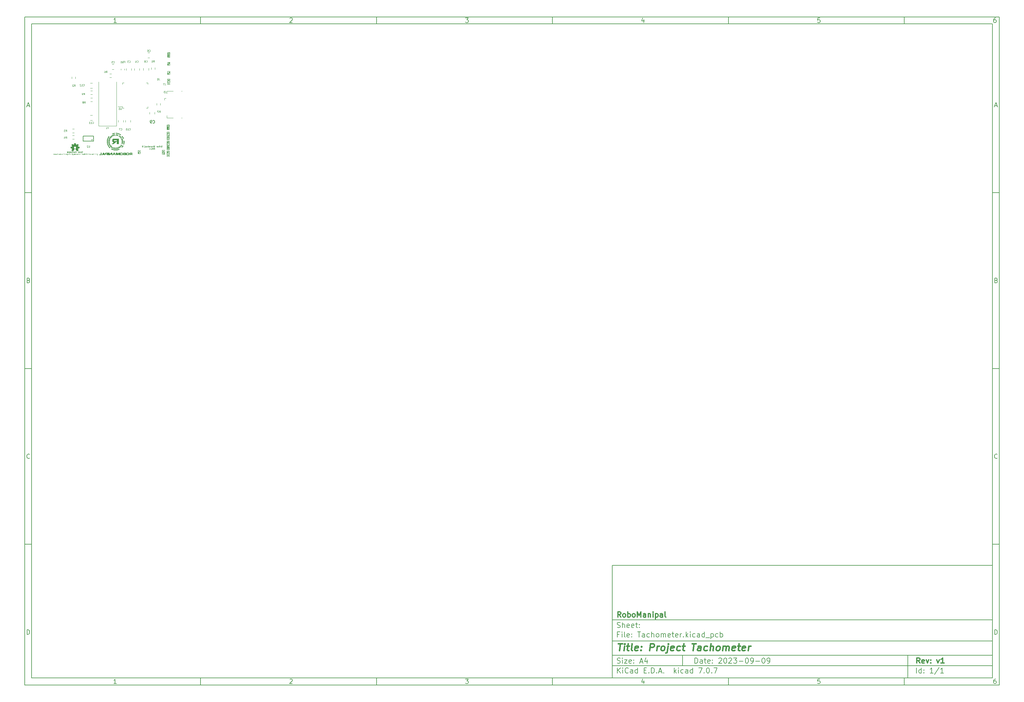
<source format=gbr>
%TF.GenerationSoftware,KiCad,Pcbnew,7.0.7*%
%TF.CreationDate,2023-09-17T23:44:38+05:30*%
%TF.ProjectId,Tachometer,54616368-6f6d-4657-9465-722e6b696361,v1*%
%TF.SameCoordinates,Original*%
%TF.FileFunction,Legend,Bot*%
%TF.FilePolarity,Positive*%
%FSLAX46Y46*%
G04 Gerber Fmt 4.6, Leading zero omitted, Abs format (unit mm)*
G04 Created by KiCad (PCBNEW 7.0.7) date 2023-09-17 23:44:38*
%MOMM*%
%LPD*%
G01*
G04 APERTURE LIST*
%ADD10C,0.100000*%
%ADD11C,0.150000*%
%ADD12C,0.300000*%
%ADD13C,0.400000*%
%ADD14C,0.125000*%
%ADD15C,0.066000*%
%ADD16C,0.200000*%
%ADD17C,0.120000*%
%ADD18C,0.018437*%
G04 APERTURE END LIST*
D10*
D11*
X177002200Y-166007200D02*
X285002200Y-166007200D01*
X285002200Y-198007200D01*
X177002200Y-198007200D01*
X177002200Y-166007200D01*
D10*
D11*
X10000000Y-10000000D02*
X287002200Y-10000000D01*
X287002200Y-200007200D01*
X10000000Y-200007200D01*
X10000000Y-10000000D01*
D10*
D11*
X12000000Y-12000000D02*
X285002200Y-12000000D01*
X285002200Y-198007200D01*
X12000000Y-198007200D01*
X12000000Y-12000000D01*
D10*
D11*
X60000000Y-12000000D02*
X60000000Y-10000000D01*
D10*
D11*
X110000000Y-12000000D02*
X110000000Y-10000000D01*
D10*
D11*
X160000000Y-12000000D02*
X160000000Y-10000000D01*
D10*
D11*
X210000000Y-12000000D02*
X210000000Y-10000000D01*
D10*
D11*
X260000000Y-12000000D02*
X260000000Y-10000000D01*
D10*
D11*
X36089160Y-11593604D02*
X35346303Y-11593604D01*
X35717731Y-11593604D02*
X35717731Y-10293604D01*
X35717731Y-10293604D02*
X35593922Y-10479319D01*
X35593922Y-10479319D02*
X35470112Y-10603128D01*
X35470112Y-10603128D02*
X35346303Y-10665033D01*
D10*
D11*
X85346303Y-10417414D02*
X85408207Y-10355509D01*
X85408207Y-10355509D02*
X85532017Y-10293604D01*
X85532017Y-10293604D02*
X85841541Y-10293604D01*
X85841541Y-10293604D02*
X85965350Y-10355509D01*
X85965350Y-10355509D02*
X86027255Y-10417414D01*
X86027255Y-10417414D02*
X86089160Y-10541223D01*
X86089160Y-10541223D02*
X86089160Y-10665033D01*
X86089160Y-10665033D02*
X86027255Y-10850747D01*
X86027255Y-10850747D02*
X85284398Y-11593604D01*
X85284398Y-11593604D02*
X86089160Y-11593604D01*
D10*
D11*
X135284398Y-10293604D02*
X136089160Y-10293604D01*
X136089160Y-10293604D02*
X135655826Y-10788842D01*
X135655826Y-10788842D02*
X135841541Y-10788842D01*
X135841541Y-10788842D02*
X135965350Y-10850747D01*
X135965350Y-10850747D02*
X136027255Y-10912652D01*
X136027255Y-10912652D02*
X136089160Y-11036461D01*
X136089160Y-11036461D02*
X136089160Y-11345985D01*
X136089160Y-11345985D02*
X136027255Y-11469795D01*
X136027255Y-11469795D02*
X135965350Y-11531700D01*
X135965350Y-11531700D02*
X135841541Y-11593604D01*
X135841541Y-11593604D02*
X135470112Y-11593604D01*
X135470112Y-11593604D02*
X135346303Y-11531700D01*
X135346303Y-11531700D02*
X135284398Y-11469795D01*
D10*
D11*
X185965350Y-10726938D02*
X185965350Y-11593604D01*
X185655826Y-10231700D02*
X185346303Y-11160271D01*
X185346303Y-11160271D02*
X186151064Y-11160271D01*
D10*
D11*
X236027255Y-10293604D02*
X235408207Y-10293604D01*
X235408207Y-10293604D02*
X235346303Y-10912652D01*
X235346303Y-10912652D02*
X235408207Y-10850747D01*
X235408207Y-10850747D02*
X235532017Y-10788842D01*
X235532017Y-10788842D02*
X235841541Y-10788842D01*
X235841541Y-10788842D02*
X235965350Y-10850747D01*
X235965350Y-10850747D02*
X236027255Y-10912652D01*
X236027255Y-10912652D02*
X236089160Y-11036461D01*
X236089160Y-11036461D02*
X236089160Y-11345985D01*
X236089160Y-11345985D02*
X236027255Y-11469795D01*
X236027255Y-11469795D02*
X235965350Y-11531700D01*
X235965350Y-11531700D02*
X235841541Y-11593604D01*
X235841541Y-11593604D02*
X235532017Y-11593604D01*
X235532017Y-11593604D02*
X235408207Y-11531700D01*
X235408207Y-11531700D02*
X235346303Y-11469795D01*
D10*
D11*
X285965350Y-10293604D02*
X285717731Y-10293604D01*
X285717731Y-10293604D02*
X285593922Y-10355509D01*
X285593922Y-10355509D02*
X285532017Y-10417414D01*
X285532017Y-10417414D02*
X285408207Y-10603128D01*
X285408207Y-10603128D02*
X285346303Y-10850747D01*
X285346303Y-10850747D02*
X285346303Y-11345985D01*
X285346303Y-11345985D02*
X285408207Y-11469795D01*
X285408207Y-11469795D02*
X285470112Y-11531700D01*
X285470112Y-11531700D02*
X285593922Y-11593604D01*
X285593922Y-11593604D02*
X285841541Y-11593604D01*
X285841541Y-11593604D02*
X285965350Y-11531700D01*
X285965350Y-11531700D02*
X286027255Y-11469795D01*
X286027255Y-11469795D02*
X286089160Y-11345985D01*
X286089160Y-11345985D02*
X286089160Y-11036461D01*
X286089160Y-11036461D02*
X286027255Y-10912652D01*
X286027255Y-10912652D02*
X285965350Y-10850747D01*
X285965350Y-10850747D02*
X285841541Y-10788842D01*
X285841541Y-10788842D02*
X285593922Y-10788842D01*
X285593922Y-10788842D02*
X285470112Y-10850747D01*
X285470112Y-10850747D02*
X285408207Y-10912652D01*
X285408207Y-10912652D02*
X285346303Y-11036461D01*
D10*
D11*
X60000000Y-198007200D02*
X60000000Y-200007200D01*
D10*
D11*
X110000000Y-198007200D02*
X110000000Y-200007200D01*
D10*
D11*
X160000000Y-198007200D02*
X160000000Y-200007200D01*
D10*
D11*
X210000000Y-198007200D02*
X210000000Y-200007200D01*
D10*
D11*
X260000000Y-198007200D02*
X260000000Y-200007200D01*
D10*
D11*
X36089160Y-199600804D02*
X35346303Y-199600804D01*
X35717731Y-199600804D02*
X35717731Y-198300804D01*
X35717731Y-198300804D02*
X35593922Y-198486519D01*
X35593922Y-198486519D02*
X35470112Y-198610328D01*
X35470112Y-198610328D02*
X35346303Y-198672233D01*
D10*
D11*
X85346303Y-198424614D02*
X85408207Y-198362709D01*
X85408207Y-198362709D02*
X85532017Y-198300804D01*
X85532017Y-198300804D02*
X85841541Y-198300804D01*
X85841541Y-198300804D02*
X85965350Y-198362709D01*
X85965350Y-198362709D02*
X86027255Y-198424614D01*
X86027255Y-198424614D02*
X86089160Y-198548423D01*
X86089160Y-198548423D02*
X86089160Y-198672233D01*
X86089160Y-198672233D02*
X86027255Y-198857947D01*
X86027255Y-198857947D02*
X85284398Y-199600804D01*
X85284398Y-199600804D02*
X86089160Y-199600804D01*
D10*
D11*
X135284398Y-198300804D02*
X136089160Y-198300804D01*
X136089160Y-198300804D02*
X135655826Y-198796042D01*
X135655826Y-198796042D02*
X135841541Y-198796042D01*
X135841541Y-198796042D02*
X135965350Y-198857947D01*
X135965350Y-198857947D02*
X136027255Y-198919852D01*
X136027255Y-198919852D02*
X136089160Y-199043661D01*
X136089160Y-199043661D02*
X136089160Y-199353185D01*
X136089160Y-199353185D02*
X136027255Y-199476995D01*
X136027255Y-199476995D02*
X135965350Y-199538900D01*
X135965350Y-199538900D02*
X135841541Y-199600804D01*
X135841541Y-199600804D02*
X135470112Y-199600804D01*
X135470112Y-199600804D02*
X135346303Y-199538900D01*
X135346303Y-199538900D02*
X135284398Y-199476995D01*
D10*
D11*
X185965350Y-198734138D02*
X185965350Y-199600804D01*
X185655826Y-198238900D02*
X185346303Y-199167471D01*
X185346303Y-199167471D02*
X186151064Y-199167471D01*
D10*
D11*
X236027255Y-198300804D02*
X235408207Y-198300804D01*
X235408207Y-198300804D02*
X235346303Y-198919852D01*
X235346303Y-198919852D02*
X235408207Y-198857947D01*
X235408207Y-198857947D02*
X235532017Y-198796042D01*
X235532017Y-198796042D02*
X235841541Y-198796042D01*
X235841541Y-198796042D02*
X235965350Y-198857947D01*
X235965350Y-198857947D02*
X236027255Y-198919852D01*
X236027255Y-198919852D02*
X236089160Y-199043661D01*
X236089160Y-199043661D02*
X236089160Y-199353185D01*
X236089160Y-199353185D02*
X236027255Y-199476995D01*
X236027255Y-199476995D02*
X235965350Y-199538900D01*
X235965350Y-199538900D02*
X235841541Y-199600804D01*
X235841541Y-199600804D02*
X235532017Y-199600804D01*
X235532017Y-199600804D02*
X235408207Y-199538900D01*
X235408207Y-199538900D02*
X235346303Y-199476995D01*
D10*
D11*
X285965350Y-198300804D02*
X285717731Y-198300804D01*
X285717731Y-198300804D02*
X285593922Y-198362709D01*
X285593922Y-198362709D02*
X285532017Y-198424614D01*
X285532017Y-198424614D02*
X285408207Y-198610328D01*
X285408207Y-198610328D02*
X285346303Y-198857947D01*
X285346303Y-198857947D02*
X285346303Y-199353185D01*
X285346303Y-199353185D02*
X285408207Y-199476995D01*
X285408207Y-199476995D02*
X285470112Y-199538900D01*
X285470112Y-199538900D02*
X285593922Y-199600804D01*
X285593922Y-199600804D02*
X285841541Y-199600804D01*
X285841541Y-199600804D02*
X285965350Y-199538900D01*
X285965350Y-199538900D02*
X286027255Y-199476995D01*
X286027255Y-199476995D02*
X286089160Y-199353185D01*
X286089160Y-199353185D02*
X286089160Y-199043661D01*
X286089160Y-199043661D02*
X286027255Y-198919852D01*
X286027255Y-198919852D02*
X285965350Y-198857947D01*
X285965350Y-198857947D02*
X285841541Y-198796042D01*
X285841541Y-198796042D02*
X285593922Y-198796042D01*
X285593922Y-198796042D02*
X285470112Y-198857947D01*
X285470112Y-198857947D02*
X285408207Y-198919852D01*
X285408207Y-198919852D02*
X285346303Y-199043661D01*
D10*
D11*
X10000000Y-60000000D02*
X12000000Y-60000000D01*
D10*
D11*
X10000000Y-110000000D02*
X12000000Y-110000000D01*
D10*
D11*
X10000000Y-160000000D02*
X12000000Y-160000000D01*
D10*
D11*
X10690476Y-35222176D02*
X11309523Y-35222176D01*
X10566666Y-35593604D02*
X10999999Y-34293604D01*
X10999999Y-34293604D02*
X11433333Y-35593604D01*
D10*
D11*
X11092857Y-84912652D02*
X11278571Y-84974557D01*
X11278571Y-84974557D02*
X11340476Y-85036461D01*
X11340476Y-85036461D02*
X11402380Y-85160271D01*
X11402380Y-85160271D02*
X11402380Y-85345985D01*
X11402380Y-85345985D02*
X11340476Y-85469795D01*
X11340476Y-85469795D02*
X11278571Y-85531700D01*
X11278571Y-85531700D02*
X11154761Y-85593604D01*
X11154761Y-85593604D02*
X10659523Y-85593604D01*
X10659523Y-85593604D02*
X10659523Y-84293604D01*
X10659523Y-84293604D02*
X11092857Y-84293604D01*
X11092857Y-84293604D02*
X11216666Y-84355509D01*
X11216666Y-84355509D02*
X11278571Y-84417414D01*
X11278571Y-84417414D02*
X11340476Y-84541223D01*
X11340476Y-84541223D02*
X11340476Y-84665033D01*
X11340476Y-84665033D02*
X11278571Y-84788842D01*
X11278571Y-84788842D02*
X11216666Y-84850747D01*
X11216666Y-84850747D02*
X11092857Y-84912652D01*
X11092857Y-84912652D02*
X10659523Y-84912652D01*
D10*
D11*
X11402380Y-135469795D02*
X11340476Y-135531700D01*
X11340476Y-135531700D02*
X11154761Y-135593604D01*
X11154761Y-135593604D02*
X11030952Y-135593604D01*
X11030952Y-135593604D02*
X10845238Y-135531700D01*
X10845238Y-135531700D02*
X10721428Y-135407890D01*
X10721428Y-135407890D02*
X10659523Y-135284080D01*
X10659523Y-135284080D02*
X10597619Y-135036461D01*
X10597619Y-135036461D02*
X10597619Y-134850747D01*
X10597619Y-134850747D02*
X10659523Y-134603128D01*
X10659523Y-134603128D02*
X10721428Y-134479319D01*
X10721428Y-134479319D02*
X10845238Y-134355509D01*
X10845238Y-134355509D02*
X11030952Y-134293604D01*
X11030952Y-134293604D02*
X11154761Y-134293604D01*
X11154761Y-134293604D02*
X11340476Y-134355509D01*
X11340476Y-134355509D02*
X11402380Y-134417414D01*
D10*
D11*
X10659523Y-185593604D02*
X10659523Y-184293604D01*
X10659523Y-184293604D02*
X10969047Y-184293604D01*
X10969047Y-184293604D02*
X11154761Y-184355509D01*
X11154761Y-184355509D02*
X11278571Y-184479319D01*
X11278571Y-184479319D02*
X11340476Y-184603128D01*
X11340476Y-184603128D02*
X11402380Y-184850747D01*
X11402380Y-184850747D02*
X11402380Y-185036461D01*
X11402380Y-185036461D02*
X11340476Y-185284080D01*
X11340476Y-185284080D02*
X11278571Y-185407890D01*
X11278571Y-185407890D02*
X11154761Y-185531700D01*
X11154761Y-185531700D02*
X10969047Y-185593604D01*
X10969047Y-185593604D02*
X10659523Y-185593604D01*
D10*
D11*
X287002200Y-60000000D02*
X285002200Y-60000000D01*
D10*
D11*
X287002200Y-110000000D02*
X285002200Y-110000000D01*
D10*
D11*
X287002200Y-160000000D02*
X285002200Y-160000000D01*
D10*
D11*
X285692676Y-35222176D02*
X286311723Y-35222176D01*
X285568866Y-35593604D02*
X286002199Y-34293604D01*
X286002199Y-34293604D02*
X286435533Y-35593604D01*
D10*
D11*
X286095057Y-84912652D02*
X286280771Y-84974557D01*
X286280771Y-84974557D02*
X286342676Y-85036461D01*
X286342676Y-85036461D02*
X286404580Y-85160271D01*
X286404580Y-85160271D02*
X286404580Y-85345985D01*
X286404580Y-85345985D02*
X286342676Y-85469795D01*
X286342676Y-85469795D02*
X286280771Y-85531700D01*
X286280771Y-85531700D02*
X286156961Y-85593604D01*
X286156961Y-85593604D02*
X285661723Y-85593604D01*
X285661723Y-85593604D02*
X285661723Y-84293604D01*
X285661723Y-84293604D02*
X286095057Y-84293604D01*
X286095057Y-84293604D02*
X286218866Y-84355509D01*
X286218866Y-84355509D02*
X286280771Y-84417414D01*
X286280771Y-84417414D02*
X286342676Y-84541223D01*
X286342676Y-84541223D02*
X286342676Y-84665033D01*
X286342676Y-84665033D02*
X286280771Y-84788842D01*
X286280771Y-84788842D02*
X286218866Y-84850747D01*
X286218866Y-84850747D02*
X286095057Y-84912652D01*
X286095057Y-84912652D02*
X285661723Y-84912652D01*
D10*
D11*
X286404580Y-135469795D02*
X286342676Y-135531700D01*
X286342676Y-135531700D02*
X286156961Y-135593604D01*
X286156961Y-135593604D02*
X286033152Y-135593604D01*
X286033152Y-135593604D02*
X285847438Y-135531700D01*
X285847438Y-135531700D02*
X285723628Y-135407890D01*
X285723628Y-135407890D02*
X285661723Y-135284080D01*
X285661723Y-135284080D02*
X285599819Y-135036461D01*
X285599819Y-135036461D02*
X285599819Y-134850747D01*
X285599819Y-134850747D02*
X285661723Y-134603128D01*
X285661723Y-134603128D02*
X285723628Y-134479319D01*
X285723628Y-134479319D02*
X285847438Y-134355509D01*
X285847438Y-134355509D02*
X286033152Y-134293604D01*
X286033152Y-134293604D02*
X286156961Y-134293604D01*
X286156961Y-134293604D02*
X286342676Y-134355509D01*
X286342676Y-134355509D02*
X286404580Y-134417414D01*
D10*
D11*
X285661723Y-185593604D02*
X285661723Y-184293604D01*
X285661723Y-184293604D02*
X285971247Y-184293604D01*
X285971247Y-184293604D02*
X286156961Y-184355509D01*
X286156961Y-184355509D02*
X286280771Y-184479319D01*
X286280771Y-184479319D02*
X286342676Y-184603128D01*
X286342676Y-184603128D02*
X286404580Y-184850747D01*
X286404580Y-184850747D02*
X286404580Y-185036461D01*
X286404580Y-185036461D02*
X286342676Y-185284080D01*
X286342676Y-185284080D02*
X286280771Y-185407890D01*
X286280771Y-185407890D02*
X286156961Y-185531700D01*
X286156961Y-185531700D02*
X285971247Y-185593604D01*
X285971247Y-185593604D02*
X285661723Y-185593604D01*
D10*
D11*
X200458026Y-193793328D02*
X200458026Y-192293328D01*
X200458026Y-192293328D02*
X200815169Y-192293328D01*
X200815169Y-192293328D02*
X201029455Y-192364757D01*
X201029455Y-192364757D02*
X201172312Y-192507614D01*
X201172312Y-192507614D02*
X201243741Y-192650471D01*
X201243741Y-192650471D02*
X201315169Y-192936185D01*
X201315169Y-192936185D02*
X201315169Y-193150471D01*
X201315169Y-193150471D02*
X201243741Y-193436185D01*
X201243741Y-193436185D02*
X201172312Y-193579042D01*
X201172312Y-193579042D02*
X201029455Y-193721900D01*
X201029455Y-193721900D02*
X200815169Y-193793328D01*
X200815169Y-193793328D02*
X200458026Y-193793328D01*
X202600884Y-193793328D02*
X202600884Y-193007614D01*
X202600884Y-193007614D02*
X202529455Y-192864757D01*
X202529455Y-192864757D02*
X202386598Y-192793328D01*
X202386598Y-192793328D02*
X202100884Y-192793328D01*
X202100884Y-192793328D02*
X201958026Y-192864757D01*
X202600884Y-193721900D02*
X202458026Y-193793328D01*
X202458026Y-193793328D02*
X202100884Y-193793328D01*
X202100884Y-193793328D02*
X201958026Y-193721900D01*
X201958026Y-193721900D02*
X201886598Y-193579042D01*
X201886598Y-193579042D02*
X201886598Y-193436185D01*
X201886598Y-193436185D02*
X201958026Y-193293328D01*
X201958026Y-193293328D02*
X202100884Y-193221900D01*
X202100884Y-193221900D02*
X202458026Y-193221900D01*
X202458026Y-193221900D02*
X202600884Y-193150471D01*
X203100884Y-192793328D02*
X203672312Y-192793328D01*
X203315169Y-192293328D02*
X203315169Y-193579042D01*
X203315169Y-193579042D02*
X203386598Y-193721900D01*
X203386598Y-193721900D02*
X203529455Y-193793328D01*
X203529455Y-193793328D02*
X203672312Y-193793328D01*
X204743741Y-193721900D02*
X204600884Y-193793328D01*
X204600884Y-193793328D02*
X204315170Y-193793328D01*
X204315170Y-193793328D02*
X204172312Y-193721900D01*
X204172312Y-193721900D02*
X204100884Y-193579042D01*
X204100884Y-193579042D02*
X204100884Y-193007614D01*
X204100884Y-193007614D02*
X204172312Y-192864757D01*
X204172312Y-192864757D02*
X204315170Y-192793328D01*
X204315170Y-192793328D02*
X204600884Y-192793328D01*
X204600884Y-192793328D02*
X204743741Y-192864757D01*
X204743741Y-192864757D02*
X204815170Y-193007614D01*
X204815170Y-193007614D02*
X204815170Y-193150471D01*
X204815170Y-193150471D02*
X204100884Y-193293328D01*
X205458026Y-193650471D02*
X205529455Y-193721900D01*
X205529455Y-193721900D02*
X205458026Y-193793328D01*
X205458026Y-193793328D02*
X205386598Y-193721900D01*
X205386598Y-193721900D02*
X205458026Y-193650471D01*
X205458026Y-193650471D02*
X205458026Y-193793328D01*
X205458026Y-192864757D02*
X205529455Y-192936185D01*
X205529455Y-192936185D02*
X205458026Y-193007614D01*
X205458026Y-193007614D02*
X205386598Y-192936185D01*
X205386598Y-192936185D02*
X205458026Y-192864757D01*
X205458026Y-192864757D02*
X205458026Y-193007614D01*
X207243741Y-192436185D02*
X207315169Y-192364757D01*
X207315169Y-192364757D02*
X207458027Y-192293328D01*
X207458027Y-192293328D02*
X207815169Y-192293328D01*
X207815169Y-192293328D02*
X207958027Y-192364757D01*
X207958027Y-192364757D02*
X208029455Y-192436185D01*
X208029455Y-192436185D02*
X208100884Y-192579042D01*
X208100884Y-192579042D02*
X208100884Y-192721900D01*
X208100884Y-192721900D02*
X208029455Y-192936185D01*
X208029455Y-192936185D02*
X207172312Y-193793328D01*
X207172312Y-193793328D02*
X208100884Y-193793328D01*
X209029455Y-192293328D02*
X209172312Y-192293328D01*
X209172312Y-192293328D02*
X209315169Y-192364757D01*
X209315169Y-192364757D02*
X209386598Y-192436185D01*
X209386598Y-192436185D02*
X209458026Y-192579042D01*
X209458026Y-192579042D02*
X209529455Y-192864757D01*
X209529455Y-192864757D02*
X209529455Y-193221900D01*
X209529455Y-193221900D02*
X209458026Y-193507614D01*
X209458026Y-193507614D02*
X209386598Y-193650471D01*
X209386598Y-193650471D02*
X209315169Y-193721900D01*
X209315169Y-193721900D02*
X209172312Y-193793328D01*
X209172312Y-193793328D02*
X209029455Y-193793328D01*
X209029455Y-193793328D02*
X208886598Y-193721900D01*
X208886598Y-193721900D02*
X208815169Y-193650471D01*
X208815169Y-193650471D02*
X208743740Y-193507614D01*
X208743740Y-193507614D02*
X208672312Y-193221900D01*
X208672312Y-193221900D02*
X208672312Y-192864757D01*
X208672312Y-192864757D02*
X208743740Y-192579042D01*
X208743740Y-192579042D02*
X208815169Y-192436185D01*
X208815169Y-192436185D02*
X208886598Y-192364757D01*
X208886598Y-192364757D02*
X209029455Y-192293328D01*
X210100883Y-192436185D02*
X210172311Y-192364757D01*
X210172311Y-192364757D02*
X210315169Y-192293328D01*
X210315169Y-192293328D02*
X210672311Y-192293328D01*
X210672311Y-192293328D02*
X210815169Y-192364757D01*
X210815169Y-192364757D02*
X210886597Y-192436185D01*
X210886597Y-192436185D02*
X210958026Y-192579042D01*
X210958026Y-192579042D02*
X210958026Y-192721900D01*
X210958026Y-192721900D02*
X210886597Y-192936185D01*
X210886597Y-192936185D02*
X210029454Y-193793328D01*
X210029454Y-193793328D02*
X210958026Y-193793328D01*
X211458025Y-192293328D02*
X212386597Y-192293328D01*
X212386597Y-192293328D02*
X211886597Y-192864757D01*
X211886597Y-192864757D02*
X212100882Y-192864757D01*
X212100882Y-192864757D02*
X212243740Y-192936185D01*
X212243740Y-192936185D02*
X212315168Y-193007614D01*
X212315168Y-193007614D02*
X212386597Y-193150471D01*
X212386597Y-193150471D02*
X212386597Y-193507614D01*
X212386597Y-193507614D02*
X212315168Y-193650471D01*
X212315168Y-193650471D02*
X212243740Y-193721900D01*
X212243740Y-193721900D02*
X212100882Y-193793328D01*
X212100882Y-193793328D02*
X211672311Y-193793328D01*
X211672311Y-193793328D02*
X211529454Y-193721900D01*
X211529454Y-193721900D02*
X211458025Y-193650471D01*
X213029453Y-193221900D02*
X214172311Y-193221900D01*
X215172311Y-192293328D02*
X215315168Y-192293328D01*
X215315168Y-192293328D02*
X215458025Y-192364757D01*
X215458025Y-192364757D02*
X215529454Y-192436185D01*
X215529454Y-192436185D02*
X215600882Y-192579042D01*
X215600882Y-192579042D02*
X215672311Y-192864757D01*
X215672311Y-192864757D02*
X215672311Y-193221900D01*
X215672311Y-193221900D02*
X215600882Y-193507614D01*
X215600882Y-193507614D02*
X215529454Y-193650471D01*
X215529454Y-193650471D02*
X215458025Y-193721900D01*
X215458025Y-193721900D02*
X215315168Y-193793328D01*
X215315168Y-193793328D02*
X215172311Y-193793328D01*
X215172311Y-193793328D02*
X215029454Y-193721900D01*
X215029454Y-193721900D02*
X214958025Y-193650471D01*
X214958025Y-193650471D02*
X214886596Y-193507614D01*
X214886596Y-193507614D02*
X214815168Y-193221900D01*
X214815168Y-193221900D02*
X214815168Y-192864757D01*
X214815168Y-192864757D02*
X214886596Y-192579042D01*
X214886596Y-192579042D02*
X214958025Y-192436185D01*
X214958025Y-192436185D02*
X215029454Y-192364757D01*
X215029454Y-192364757D02*
X215172311Y-192293328D01*
X216386596Y-193793328D02*
X216672310Y-193793328D01*
X216672310Y-193793328D02*
X216815167Y-193721900D01*
X216815167Y-193721900D02*
X216886596Y-193650471D01*
X216886596Y-193650471D02*
X217029453Y-193436185D01*
X217029453Y-193436185D02*
X217100882Y-193150471D01*
X217100882Y-193150471D02*
X217100882Y-192579042D01*
X217100882Y-192579042D02*
X217029453Y-192436185D01*
X217029453Y-192436185D02*
X216958025Y-192364757D01*
X216958025Y-192364757D02*
X216815167Y-192293328D01*
X216815167Y-192293328D02*
X216529453Y-192293328D01*
X216529453Y-192293328D02*
X216386596Y-192364757D01*
X216386596Y-192364757D02*
X216315167Y-192436185D01*
X216315167Y-192436185D02*
X216243739Y-192579042D01*
X216243739Y-192579042D02*
X216243739Y-192936185D01*
X216243739Y-192936185D02*
X216315167Y-193079042D01*
X216315167Y-193079042D02*
X216386596Y-193150471D01*
X216386596Y-193150471D02*
X216529453Y-193221900D01*
X216529453Y-193221900D02*
X216815167Y-193221900D01*
X216815167Y-193221900D02*
X216958025Y-193150471D01*
X216958025Y-193150471D02*
X217029453Y-193079042D01*
X217029453Y-193079042D02*
X217100882Y-192936185D01*
X217743738Y-193221900D02*
X218886596Y-193221900D01*
X219886596Y-192293328D02*
X220029453Y-192293328D01*
X220029453Y-192293328D02*
X220172310Y-192364757D01*
X220172310Y-192364757D02*
X220243739Y-192436185D01*
X220243739Y-192436185D02*
X220315167Y-192579042D01*
X220315167Y-192579042D02*
X220386596Y-192864757D01*
X220386596Y-192864757D02*
X220386596Y-193221900D01*
X220386596Y-193221900D02*
X220315167Y-193507614D01*
X220315167Y-193507614D02*
X220243739Y-193650471D01*
X220243739Y-193650471D02*
X220172310Y-193721900D01*
X220172310Y-193721900D02*
X220029453Y-193793328D01*
X220029453Y-193793328D02*
X219886596Y-193793328D01*
X219886596Y-193793328D02*
X219743739Y-193721900D01*
X219743739Y-193721900D02*
X219672310Y-193650471D01*
X219672310Y-193650471D02*
X219600881Y-193507614D01*
X219600881Y-193507614D02*
X219529453Y-193221900D01*
X219529453Y-193221900D02*
X219529453Y-192864757D01*
X219529453Y-192864757D02*
X219600881Y-192579042D01*
X219600881Y-192579042D02*
X219672310Y-192436185D01*
X219672310Y-192436185D02*
X219743739Y-192364757D01*
X219743739Y-192364757D02*
X219886596Y-192293328D01*
X221100881Y-193793328D02*
X221386595Y-193793328D01*
X221386595Y-193793328D02*
X221529452Y-193721900D01*
X221529452Y-193721900D02*
X221600881Y-193650471D01*
X221600881Y-193650471D02*
X221743738Y-193436185D01*
X221743738Y-193436185D02*
X221815167Y-193150471D01*
X221815167Y-193150471D02*
X221815167Y-192579042D01*
X221815167Y-192579042D02*
X221743738Y-192436185D01*
X221743738Y-192436185D02*
X221672310Y-192364757D01*
X221672310Y-192364757D02*
X221529452Y-192293328D01*
X221529452Y-192293328D02*
X221243738Y-192293328D01*
X221243738Y-192293328D02*
X221100881Y-192364757D01*
X221100881Y-192364757D02*
X221029452Y-192436185D01*
X221029452Y-192436185D02*
X220958024Y-192579042D01*
X220958024Y-192579042D02*
X220958024Y-192936185D01*
X220958024Y-192936185D02*
X221029452Y-193079042D01*
X221029452Y-193079042D02*
X221100881Y-193150471D01*
X221100881Y-193150471D02*
X221243738Y-193221900D01*
X221243738Y-193221900D02*
X221529452Y-193221900D01*
X221529452Y-193221900D02*
X221672310Y-193150471D01*
X221672310Y-193150471D02*
X221743738Y-193079042D01*
X221743738Y-193079042D02*
X221815167Y-192936185D01*
D10*
D11*
X177002200Y-194507200D02*
X285002200Y-194507200D01*
D10*
D11*
X178458026Y-196593328D02*
X178458026Y-195093328D01*
X179315169Y-196593328D02*
X178672312Y-195736185D01*
X179315169Y-195093328D02*
X178458026Y-195950471D01*
X179958026Y-196593328D02*
X179958026Y-195593328D01*
X179958026Y-195093328D02*
X179886598Y-195164757D01*
X179886598Y-195164757D02*
X179958026Y-195236185D01*
X179958026Y-195236185D02*
X180029455Y-195164757D01*
X180029455Y-195164757D02*
X179958026Y-195093328D01*
X179958026Y-195093328D02*
X179958026Y-195236185D01*
X181529455Y-196450471D02*
X181458027Y-196521900D01*
X181458027Y-196521900D02*
X181243741Y-196593328D01*
X181243741Y-196593328D02*
X181100884Y-196593328D01*
X181100884Y-196593328D02*
X180886598Y-196521900D01*
X180886598Y-196521900D02*
X180743741Y-196379042D01*
X180743741Y-196379042D02*
X180672312Y-196236185D01*
X180672312Y-196236185D02*
X180600884Y-195950471D01*
X180600884Y-195950471D02*
X180600884Y-195736185D01*
X180600884Y-195736185D02*
X180672312Y-195450471D01*
X180672312Y-195450471D02*
X180743741Y-195307614D01*
X180743741Y-195307614D02*
X180886598Y-195164757D01*
X180886598Y-195164757D02*
X181100884Y-195093328D01*
X181100884Y-195093328D02*
X181243741Y-195093328D01*
X181243741Y-195093328D02*
X181458027Y-195164757D01*
X181458027Y-195164757D02*
X181529455Y-195236185D01*
X182815170Y-196593328D02*
X182815170Y-195807614D01*
X182815170Y-195807614D02*
X182743741Y-195664757D01*
X182743741Y-195664757D02*
X182600884Y-195593328D01*
X182600884Y-195593328D02*
X182315170Y-195593328D01*
X182315170Y-195593328D02*
X182172312Y-195664757D01*
X182815170Y-196521900D02*
X182672312Y-196593328D01*
X182672312Y-196593328D02*
X182315170Y-196593328D01*
X182315170Y-196593328D02*
X182172312Y-196521900D01*
X182172312Y-196521900D02*
X182100884Y-196379042D01*
X182100884Y-196379042D02*
X182100884Y-196236185D01*
X182100884Y-196236185D02*
X182172312Y-196093328D01*
X182172312Y-196093328D02*
X182315170Y-196021900D01*
X182315170Y-196021900D02*
X182672312Y-196021900D01*
X182672312Y-196021900D02*
X182815170Y-195950471D01*
X184172313Y-196593328D02*
X184172313Y-195093328D01*
X184172313Y-196521900D02*
X184029455Y-196593328D01*
X184029455Y-196593328D02*
X183743741Y-196593328D01*
X183743741Y-196593328D02*
X183600884Y-196521900D01*
X183600884Y-196521900D02*
X183529455Y-196450471D01*
X183529455Y-196450471D02*
X183458027Y-196307614D01*
X183458027Y-196307614D02*
X183458027Y-195879042D01*
X183458027Y-195879042D02*
X183529455Y-195736185D01*
X183529455Y-195736185D02*
X183600884Y-195664757D01*
X183600884Y-195664757D02*
X183743741Y-195593328D01*
X183743741Y-195593328D02*
X184029455Y-195593328D01*
X184029455Y-195593328D02*
X184172313Y-195664757D01*
X186029455Y-195807614D02*
X186529455Y-195807614D01*
X186743741Y-196593328D02*
X186029455Y-196593328D01*
X186029455Y-196593328D02*
X186029455Y-195093328D01*
X186029455Y-195093328D02*
X186743741Y-195093328D01*
X187386598Y-196450471D02*
X187458027Y-196521900D01*
X187458027Y-196521900D02*
X187386598Y-196593328D01*
X187386598Y-196593328D02*
X187315170Y-196521900D01*
X187315170Y-196521900D02*
X187386598Y-196450471D01*
X187386598Y-196450471D02*
X187386598Y-196593328D01*
X188100884Y-196593328D02*
X188100884Y-195093328D01*
X188100884Y-195093328D02*
X188458027Y-195093328D01*
X188458027Y-195093328D02*
X188672313Y-195164757D01*
X188672313Y-195164757D02*
X188815170Y-195307614D01*
X188815170Y-195307614D02*
X188886599Y-195450471D01*
X188886599Y-195450471D02*
X188958027Y-195736185D01*
X188958027Y-195736185D02*
X188958027Y-195950471D01*
X188958027Y-195950471D02*
X188886599Y-196236185D01*
X188886599Y-196236185D02*
X188815170Y-196379042D01*
X188815170Y-196379042D02*
X188672313Y-196521900D01*
X188672313Y-196521900D02*
X188458027Y-196593328D01*
X188458027Y-196593328D02*
X188100884Y-196593328D01*
X189600884Y-196450471D02*
X189672313Y-196521900D01*
X189672313Y-196521900D02*
X189600884Y-196593328D01*
X189600884Y-196593328D02*
X189529456Y-196521900D01*
X189529456Y-196521900D02*
X189600884Y-196450471D01*
X189600884Y-196450471D02*
X189600884Y-196593328D01*
X190243742Y-196164757D02*
X190958028Y-196164757D01*
X190100885Y-196593328D02*
X190600885Y-195093328D01*
X190600885Y-195093328D02*
X191100885Y-196593328D01*
X191600884Y-196450471D02*
X191672313Y-196521900D01*
X191672313Y-196521900D02*
X191600884Y-196593328D01*
X191600884Y-196593328D02*
X191529456Y-196521900D01*
X191529456Y-196521900D02*
X191600884Y-196450471D01*
X191600884Y-196450471D02*
X191600884Y-196593328D01*
X194600884Y-196593328D02*
X194600884Y-195093328D01*
X194743742Y-196021900D02*
X195172313Y-196593328D01*
X195172313Y-195593328D02*
X194600884Y-196164757D01*
X195815170Y-196593328D02*
X195815170Y-195593328D01*
X195815170Y-195093328D02*
X195743742Y-195164757D01*
X195743742Y-195164757D02*
X195815170Y-195236185D01*
X195815170Y-195236185D02*
X195886599Y-195164757D01*
X195886599Y-195164757D02*
X195815170Y-195093328D01*
X195815170Y-195093328D02*
X195815170Y-195236185D01*
X197172314Y-196521900D02*
X197029456Y-196593328D01*
X197029456Y-196593328D02*
X196743742Y-196593328D01*
X196743742Y-196593328D02*
X196600885Y-196521900D01*
X196600885Y-196521900D02*
X196529456Y-196450471D01*
X196529456Y-196450471D02*
X196458028Y-196307614D01*
X196458028Y-196307614D02*
X196458028Y-195879042D01*
X196458028Y-195879042D02*
X196529456Y-195736185D01*
X196529456Y-195736185D02*
X196600885Y-195664757D01*
X196600885Y-195664757D02*
X196743742Y-195593328D01*
X196743742Y-195593328D02*
X197029456Y-195593328D01*
X197029456Y-195593328D02*
X197172314Y-195664757D01*
X198458028Y-196593328D02*
X198458028Y-195807614D01*
X198458028Y-195807614D02*
X198386599Y-195664757D01*
X198386599Y-195664757D02*
X198243742Y-195593328D01*
X198243742Y-195593328D02*
X197958028Y-195593328D01*
X197958028Y-195593328D02*
X197815170Y-195664757D01*
X198458028Y-196521900D02*
X198315170Y-196593328D01*
X198315170Y-196593328D02*
X197958028Y-196593328D01*
X197958028Y-196593328D02*
X197815170Y-196521900D01*
X197815170Y-196521900D02*
X197743742Y-196379042D01*
X197743742Y-196379042D02*
X197743742Y-196236185D01*
X197743742Y-196236185D02*
X197815170Y-196093328D01*
X197815170Y-196093328D02*
X197958028Y-196021900D01*
X197958028Y-196021900D02*
X198315170Y-196021900D01*
X198315170Y-196021900D02*
X198458028Y-195950471D01*
X199815171Y-196593328D02*
X199815171Y-195093328D01*
X199815171Y-196521900D02*
X199672313Y-196593328D01*
X199672313Y-196593328D02*
X199386599Y-196593328D01*
X199386599Y-196593328D02*
X199243742Y-196521900D01*
X199243742Y-196521900D02*
X199172313Y-196450471D01*
X199172313Y-196450471D02*
X199100885Y-196307614D01*
X199100885Y-196307614D02*
X199100885Y-195879042D01*
X199100885Y-195879042D02*
X199172313Y-195736185D01*
X199172313Y-195736185D02*
X199243742Y-195664757D01*
X199243742Y-195664757D02*
X199386599Y-195593328D01*
X199386599Y-195593328D02*
X199672313Y-195593328D01*
X199672313Y-195593328D02*
X199815171Y-195664757D01*
X201529456Y-195093328D02*
X202529456Y-195093328D01*
X202529456Y-195093328D02*
X201886599Y-196593328D01*
X203100884Y-196450471D02*
X203172313Y-196521900D01*
X203172313Y-196521900D02*
X203100884Y-196593328D01*
X203100884Y-196593328D02*
X203029456Y-196521900D01*
X203029456Y-196521900D02*
X203100884Y-196450471D01*
X203100884Y-196450471D02*
X203100884Y-196593328D01*
X204100885Y-195093328D02*
X204243742Y-195093328D01*
X204243742Y-195093328D02*
X204386599Y-195164757D01*
X204386599Y-195164757D02*
X204458028Y-195236185D01*
X204458028Y-195236185D02*
X204529456Y-195379042D01*
X204529456Y-195379042D02*
X204600885Y-195664757D01*
X204600885Y-195664757D02*
X204600885Y-196021900D01*
X204600885Y-196021900D02*
X204529456Y-196307614D01*
X204529456Y-196307614D02*
X204458028Y-196450471D01*
X204458028Y-196450471D02*
X204386599Y-196521900D01*
X204386599Y-196521900D02*
X204243742Y-196593328D01*
X204243742Y-196593328D02*
X204100885Y-196593328D01*
X204100885Y-196593328D02*
X203958028Y-196521900D01*
X203958028Y-196521900D02*
X203886599Y-196450471D01*
X203886599Y-196450471D02*
X203815170Y-196307614D01*
X203815170Y-196307614D02*
X203743742Y-196021900D01*
X203743742Y-196021900D02*
X203743742Y-195664757D01*
X203743742Y-195664757D02*
X203815170Y-195379042D01*
X203815170Y-195379042D02*
X203886599Y-195236185D01*
X203886599Y-195236185D02*
X203958028Y-195164757D01*
X203958028Y-195164757D02*
X204100885Y-195093328D01*
X205243741Y-196450471D02*
X205315170Y-196521900D01*
X205315170Y-196521900D02*
X205243741Y-196593328D01*
X205243741Y-196593328D02*
X205172313Y-196521900D01*
X205172313Y-196521900D02*
X205243741Y-196450471D01*
X205243741Y-196450471D02*
X205243741Y-196593328D01*
X205815170Y-195093328D02*
X206815170Y-195093328D01*
X206815170Y-195093328D02*
X206172313Y-196593328D01*
D10*
D11*
X177002200Y-191507200D02*
X285002200Y-191507200D01*
D10*
D12*
X264413853Y-193785528D02*
X263913853Y-193071242D01*
X263556710Y-193785528D02*
X263556710Y-192285528D01*
X263556710Y-192285528D02*
X264128139Y-192285528D01*
X264128139Y-192285528D02*
X264270996Y-192356957D01*
X264270996Y-192356957D02*
X264342425Y-192428385D01*
X264342425Y-192428385D02*
X264413853Y-192571242D01*
X264413853Y-192571242D02*
X264413853Y-192785528D01*
X264413853Y-192785528D02*
X264342425Y-192928385D01*
X264342425Y-192928385D02*
X264270996Y-192999814D01*
X264270996Y-192999814D02*
X264128139Y-193071242D01*
X264128139Y-193071242D02*
X263556710Y-193071242D01*
X265628139Y-193714100D02*
X265485282Y-193785528D01*
X265485282Y-193785528D02*
X265199568Y-193785528D01*
X265199568Y-193785528D02*
X265056710Y-193714100D01*
X265056710Y-193714100D02*
X264985282Y-193571242D01*
X264985282Y-193571242D02*
X264985282Y-192999814D01*
X264985282Y-192999814D02*
X265056710Y-192856957D01*
X265056710Y-192856957D02*
X265199568Y-192785528D01*
X265199568Y-192785528D02*
X265485282Y-192785528D01*
X265485282Y-192785528D02*
X265628139Y-192856957D01*
X265628139Y-192856957D02*
X265699568Y-192999814D01*
X265699568Y-192999814D02*
X265699568Y-193142671D01*
X265699568Y-193142671D02*
X264985282Y-193285528D01*
X266199567Y-192785528D02*
X266556710Y-193785528D01*
X266556710Y-193785528D02*
X266913853Y-192785528D01*
X267485281Y-193642671D02*
X267556710Y-193714100D01*
X267556710Y-193714100D02*
X267485281Y-193785528D01*
X267485281Y-193785528D02*
X267413853Y-193714100D01*
X267413853Y-193714100D02*
X267485281Y-193642671D01*
X267485281Y-193642671D02*
X267485281Y-193785528D01*
X267485281Y-192856957D02*
X267556710Y-192928385D01*
X267556710Y-192928385D02*
X267485281Y-192999814D01*
X267485281Y-192999814D02*
X267413853Y-192928385D01*
X267413853Y-192928385D02*
X267485281Y-192856957D01*
X267485281Y-192856957D02*
X267485281Y-192999814D01*
X269199567Y-192785528D02*
X269556710Y-193785528D01*
X269556710Y-193785528D02*
X269913853Y-192785528D01*
X271270996Y-193785528D02*
X270413853Y-193785528D01*
X270842424Y-193785528D02*
X270842424Y-192285528D01*
X270842424Y-192285528D02*
X270699567Y-192499814D01*
X270699567Y-192499814D02*
X270556710Y-192642671D01*
X270556710Y-192642671D02*
X270413853Y-192714100D01*
D10*
D11*
X178386598Y-193721900D02*
X178600884Y-193793328D01*
X178600884Y-193793328D02*
X178958026Y-193793328D01*
X178958026Y-193793328D02*
X179100884Y-193721900D01*
X179100884Y-193721900D02*
X179172312Y-193650471D01*
X179172312Y-193650471D02*
X179243741Y-193507614D01*
X179243741Y-193507614D02*
X179243741Y-193364757D01*
X179243741Y-193364757D02*
X179172312Y-193221900D01*
X179172312Y-193221900D02*
X179100884Y-193150471D01*
X179100884Y-193150471D02*
X178958026Y-193079042D01*
X178958026Y-193079042D02*
X178672312Y-193007614D01*
X178672312Y-193007614D02*
X178529455Y-192936185D01*
X178529455Y-192936185D02*
X178458026Y-192864757D01*
X178458026Y-192864757D02*
X178386598Y-192721900D01*
X178386598Y-192721900D02*
X178386598Y-192579042D01*
X178386598Y-192579042D02*
X178458026Y-192436185D01*
X178458026Y-192436185D02*
X178529455Y-192364757D01*
X178529455Y-192364757D02*
X178672312Y-192293328D01*
X178672312Y-192293328D02*
X179029455Y-192293328D01*
X179029455Y-192293328D02*
X179243741Y-192364757D01*
X179886597Y-193793328D02*
X179886597Y-192793328D01*
X179886597Y-192293328D02*
X179815169Y-192364757D01*
X179815169Y-192364757D02*
X179886597Y-192436185D01*
X179886597Y-192436185D02*
X179958026Y-192364757D01*
X179958026Y-192364757D02*
X179886597Y-192293328D01*
X179886597Y-192293328D02*
X179886597Y-192436185D01*
X180458026Y-192793328D02*
X181243741Y-192793328D01*
X181243741Y-192793328D02*
X180458026Y-193793328D01*
X180458026Y-193793328D02*
X181243741Y-193793328D01*
X182386598Y-193721900D02*
X182243741Y-193793328D01*
X182243741Y-193793328D02*
X181958027Y-193793328D01*
X181958027Y-193793328D02*
X181815169Y-193721900D01*
X181815169Y-193721900D02*
X181743741Y-193579042D01*
X181743741Y-193579042D02*
X181743741Y-193007614D01*
X181743741Y-193007614D02*
X181815169Y-192864757D01*
X181815169Y-192864757D02*
X181958027Y-192793328D01*
X181958027Y-192793328D02*
X182243741Y-192793328D01*
X182243741Y-192793328D02*
X182386598Y-192864757D01*
X182386598Y-192864757D02*
X182458027Y-193007614D01*
X182458027Y-193007614D02*
X182458027Y-193150471D01*
X182458027Y-193150471D02*
X181743741Y-193293328D01*
X183100883Y-193650471D02*
X183172312Y-193721900D01*
X183172312Y-193721900D02*
X183100883Y-193793328D01*
X183100883Y-193793328D02*
X183029455Y-193721900D01*
X183029455Y-193721900D02*
X183100883Y-193650471D01*
X183100883Y-193650471D02*
X183100883Y-193793328D01*
X183100883Y-192864757D02*
X183172312Y-192936185D01*
X183172312Y-192936185D02*
X183100883Y-193007614D01*
X183100883Y-193007614D02*
X183029455Y-192936185D01*
X183029455Y-192936185D02*
X183100883Y-192864757D01*
X183100883Y-192864757D02*
X183100883Y-193007614D01*
X184886598Y-193364757D02*
X185600884Y-193364757D01*
X184743741Y-193793328D02*
X185243741Y-192293328D01*
X185243741Y-192293328D02*
X185743741Y-193793328D01*
X186886598Y-192793328D02*
X186886598Y-193793328D01*
X186529455Y-192221900D02*
X186172312Y-193293328D01*
X186172312Y-193293328D02*
X187100883Y-193293328D01*
D10*
D11*
X263458026Y-196593328D02*
X263458026Y-195093328D01*
X264815170Y-196593328D02*
X264815170Y-195093328D01*
X264815170Y-196521900D02*
X264672312Y-196593328D01*
X264672312Y-196593328D02*
X264386598Y-196593328D01*
X264386598Y-196593328D02*
X264243741Y-196521900D01*
X264243741Y-196521900D02*
X264172312Y-196450471D01*
X264172312Y-196450471D02*
X264100884Y-196307614D01*
X264100884Y-196307614D02*
X264100884Y-195879042D01*
X264100884Y-195879042D02*
X264172312Y-195736185D01*
X264172312Y-195736185D02*
X264243741Y-195664757D01*
X264243741Y-195664757D02*
X264386598Y-195593328D01*
X264386598Y-195593328D02*
X264672312Y-195593328D01*
X264672312Y-195593328D02*
X264815170Y-195664757D01*
X265529455Y-196450471D02*
X265600884Y-196521900D01*
X265600884Y-196521900D02*
X265529455Y-196593328D01*
X265529455Y-196593328D02*
X265458027Y-196521900D01*
X265458027Y-196521900D02*
X265529455Y-196450471D01*
X265529455Y-196450471D02*
X265529455Y-196593328D01*
X265529455Y-195664757D02*
X265600884Y-195736185D01*
X265600884Y-195736185D02*
X265529455Y-195807614D01*
X265529455Y-195807614D02*
X265458027Y-195736185D01*
X265458027Y-195736185D02*
X265529455Y-195664757D01*
X265529455Y-195664757D02*
X265529455Y-195807614D01*
X268172313Y-196593328D02*
X267315170Y-196593328D01*
X267743741Y-196593328D02*
X267743741Y-195093328D01*
X267743741Y-195093328D02*
X267600884Y-195307614D01*
X267600884Y-195307614D02*
X267458027Y-195450471D01*
X267458027Y-195450471D02*
X267315170Y-195521900D01*
X269886598Y-195021900D02*
X268600884Y-196950471D01*
X271172313Y-196593328D02*
X270315170Y-196593328D01*
X270743741Y-196593328D02*
X270743741Y-195093328D01*
X270743741Y-195093328D02*
X270600884Y-195307614D01*
X270600884Y-195307614D02*
X270458027Y-195450471D01*
X270458027Y-195450471D02*
X270315170Y-195521900D01*
D10*
D11*
X177002200Y-187507200D02*
X285002200Y-187507200D01*
D10*
D13*
X178693928Y-188211638D02*
X179836785Y-188211638D01*
X179015357Y-190211638D02*
X179265357Y-188211638D01*
X180253452Y-190211638D02*
X180420119Y-188878304D01*
X180503452Y-188211638D02*
X180396309Y-188306876D01*
X180396309Y-188306876D02*
X180479643Y-188402114D01*
X180479643Y-188402114D02*
X180586786Y-188306876D01*
X180586786Y-188306876D02*
X180503452Y-188211638D01*
X180503452Y-188211638D02*
X180479643Y-188402114D01*
X181086786Y-188878304D02*
X181848690Y-188878304D01*
X181455833Y-188211638D02*
X181241548Y-189925923D01*
X181241548Y-189925923D02*
X181312976Y-190116400D01*
X181312976Y-190116400D02*
X181491548Y-190211638D01*
X181491548Y-190211638D02*
X181682024Y-190211638D01*
X182634405Y-190211638D02*
X182455833Y-190116400D01*
X182455833Y-190116400D02*
X182384405Y-189925923D01*
X182384405Y-189925923D02*
X182598690Y-188211638D01*
X184170119Y-190116400D02*
X183967738Y-190211638D01*
X183967738Y-190211638D02*
X183586785Y-190211638D01*
X183586785Y-190211638D02*
X183408214Y-190116400D01*
X183408214Y-190116400D02*
X183336785Y-189925923D01*
X183336785Y-189925923D02*
X183432024Y-189164019D01*
X183432024Y-189164019D02*
X183551071Y-188973542D01*
X183551071Y-188973542D02*
X183753452Y-188878304D01*
X183753452Y-188878304D02*
X184134404Y-188878304D01*
X184134404Y-188878304D02*
X184312976Y-188973542D01*
X184312976Y-188973542D02*
X184384404Y-189164019D01*
X184384404Y-189164019D02*
X184360595Y-189354495D01*
X184360595Y-189354495D02*
X183384404Y-189544971D01*
X185134405Y-190021161D02*
X185217738Y-190116400D01*
X185217738Y-190116400D02*
X185110595Y-190211638D01*
X185110595Y-190211638D02*
X185027262Y-190116400D01*
X185027262Y-190116400D02*
X185134405Y-190021161D01*
X185134405Y-190021161D02*
X185110595Y-190211638D01*
X185265357Y-188973542D02*
X185348690Y-189068780D01*
X185348690Y-189068780D02*
X185241548Y-189164019D01*
X185241548Y-189164019D02*
X185158214Y-189068780D01*
X185158214Y-189068780D02*
X185265357Y-188973542D01*
X185265357Y-188973542D02*
X185241548Y-189164019D01*
X187586786Y-190211638D02*
X187836786Y-188211638D01*
X187836786Y-188211638D02*
X188598691Y-188211638D01*
X188598691Y-188211638D02*
X188777262Y-188306876D01*
X188777262Y-188306876D02*
X188860596Y-188402114D01*
X188860596Y-188402114D02*
X188932024Y-188592590D01*
X188932024Y-188592590D02*
X188896310Y-188878304D01*
X188896310Y-188878304D02*
X188777262Y-189068780D01*
X188777262Y-189068780D02*
X188670120Y-189164019D01*
X188670120Y-189164019D02*
X188467739Y-189259257D01*
X188467739Y-189259257D02*
X187705834Y-189259257D01*
X189586786Y-190211638D02*
X189753453Y-188878304D01*
X189705834Y-189259257D02*
X189824881Y-189068780D01*
X189824881Y-189068780D02*
X189932024Y-188973542D01*
X189932024Y-188973542D02*
X190134405Y-188878304D01*
X190134405Y-188878304D02*
X190324881Y-188878304D01*
X191110596Y-190211638D02*
X190932024Y-190116400D01*
X190932024Y-190116400D02*
X190848691Y-190021161D01*
X190848691Y-190021161D02*
X190777262Y-189830685D01*
X190777262Y-189830685D02*
X190848691Y-189259257D01*
X190848691Y-189259257D02*
X190967738Y-189068780D01*
X190967738Y-189068780D02*
X191074881Y-188973542D01*
X191074881Y-188973542D02*
X191277262Y-188878304D01*
X191277262Y-188878304D02*
X191562976Y-188878304D01*
X191562976Y-188878304D02*
X191741548Y-188973542D01*
X191741548Y-188973542D02*
X191824881Y-189068780D01*
X191824881Y-189068780D02*
X191896310Y-189259257D01*
X191896310Y-189259257D02*
X191824881Y-189830685D01*
X191824881Y-189830685D02*
X191705834Y-190021161D01*
X191705834Y-190021161D02*
X191598691Y-190116400D01*
X191598691Y-190116400D02*
X191396310Y-190211638D01*
X191396310Y-190211638D02*
X191110596Y-190211638D01*
X192801072Y-188878304D02*
X192586786Y-190592590D01*
X192586786Y-190592590D02*
X192467739Y-190783066D01*
X192467739Y-190783066D02*
X192265358Y-190878304D01*
X192265358Y-190878304D02*
X192170120Y-190878304D01*
X192884405Y-188211638D02*
X192777262Y-188306876D01*
X192777262Y-188306876D02*
X192860596Y-188402114D01*
X192860596Y-188402114D02*
X192967739Y-188306876D01*
X192967739Y-188306876D02*
X192884405Y-188211638D01*
X192884405Y-188211638D02*
X192860596Y-188402114D01*
X194360596Y-190116400D02*
X194158215Y-190211638D01*
X194158215Y-190211638D02*
X193777262Y-190211638D01*
X193777262Y-190211638D02*
X193598691Y-190116400D01*
X193598691Y-190116400D02*
X193527262Y-189925923D01*
X193527262Y-189925923D02*
X193622501Y-189164019D01*
X193622501Y-189164019D02*
X193741548Y-188973542D01*
X193741548Y-188973542D02*
X193943929Y-188878304D01*
X193943929Y-188878304D02*
X194324881Y-188878304D01*
X194324881Y-188878304D02*
X194503453Y-188973542D01*
X194503453Y-188973542D02*
X194574881Y-189164019D01*
X194574881Y-189164019D02*
X194551072Y-189354495D01*
X194551072Y-189354495D02*
X193574881Y-189544971D01*
X196170120Y-190116400D02*
X195967739Y-190211638D01*
X195967739Y-190211638D02*
X195586787Y-190211638D01*
X195586787Y-190211638D02*
X195408215Y-190116400D01*
X195408215Y-190116400D02*
X195324882Y-190021161D01*
X195324882Y-190021161D02*
X195253453Y-189830685D01*
X195253453Y-189830685D02*
X195324882Y-189259257D01*
X195324882Y-189259257D02*
X195443929Y-189068780D01*
X195443929Y-189068780D02*
X195551072Y-188973542D01*
X195551072Y-188973542D02*
X195753453Y-188878304D01*
X195753453Y-188878304D02*
X196134406Y-188878304D01*
X196134406Y-188878304D02*
X196312977Y-188973542D01*
X196896311Y-188878304D02*
X197658215Y-188878304D01*
X197265358Y-188211638D02*
X197051073Y-189925923D01*
X197051073Y-189925923D02*
X197122501Y-190116400D01*
X197122501Y-190116400D02*
X197301073Y-190211638D01*
X197301073Y-190211638D02*
X197491549Y-190211638D01*
X199646311Y-188211638D02*
X200789168Y-188211638D01*
X199967740Y-190211638D02*
X200217740Y-188211638D01*
X202062978Y-190211638D02*
X202193930Y-189164019D01*
X202193930Y-189164019D02*
X202122502Y-188973542D01*
X202122502Y-188973542D02*
X201943930Y-188878304D01*
X201943930Y-188878304D02*
X201562978Y-188878304D01*
X201562978Y-188878304D02*
X201360597Y-188973542D01*
X202074883Y-190116400D02*
X201872502Y-190211638D01*
X201872502Y-190211638D02*
X201396311Y-190211638D01*
X201396311Y-190211638D02*
X201217740Y-190116400D01*
X201217740Y-190116400D02*
X201146311Y-189925923D01*
X201146311Y-189925923D02*
X201170121Y-189735447D01*
X201170121Y-189735447D02*
X201289169Y-189544971D01*
X201289169Y-189544971D02*
X201491550Y-189449733D01*
X201491550Y-189449733D02*
X201967740Y-189449733D01*
X201967740Y-189449733D02*
X202170121Y-189354495D01*
X203884407Y-190116400D02*
X203682026Y-190211638D01*
X203682026Y-190211638D02*
X203301074Y-190211638D01*
X203301074Y-190211638D02*
X203122502Y-190116400D01*
X203122502Y-190116400D02*
X203039169Y-190021161D01*
X203039169Y-190021161D02*
X202967740Y-189830685D01*
X202967740Y-189830685D02*
X203039169Y-189259257D01*
X203039169Y-189259257D02*
X203158216Y-189068780D01*
X203158216Y-189068780D02*
X203265359Y-188973542D01*
X203265359Y-188973542D02*
X203467740Y-188878304D01*
X203467740Y-188878304D02*
X203848693Y-188878304D01*
X203848693Y-188878304D02*
X204027264Y-188973542D01*
X204729645Y-190211638D02*
X204979645Y-188211638D01*
X205586788Y-190211638D02*
X205717740Y-189164019D01*
X205717740Y-189164019D02*
X205646312Y-188973542D01*
X205646312Y-188973542D02*
X205467740Y-188878304D01*
X205467740Y-188878304D02*
X205182026Y-188878304D01*
X205182026Y-188878304D02*
X204979645Y-188973542D01*
X204979645Y-188973542D02*
X204872502Y-189068780D01*
X206824884Y-190211638D02*
X206646312Y-190116400D01*
X206646312Y-190116400D02*
X206562979Y-190021161D01*
X206562979Y-190021161D02*
X206491550Y-189830685D01*
X206491550Y-189830685D02*
X206562979Y-189259257D01*
X206562979Y-189259257D02*
X206682026Y-189068780D01*
X206682026Y-189068780D02*
X206789169Y-188973542D01*
X206789169Y-188973542D02*
X206991550Y-188878304D01*
X206991550Y-188878304D02*
X207277264Y-188878304D01*
X207277264Y-188878304D02*
X207455836Y-188973542D01*
X207455836Y-188973542D02*
X207539169Y-189068780D01*
X207539169Y-189068780D02*
X207610598Y-189259257D01*
X207610598Y-189259257D02*
X207539169Y-189830685D01*
X207539169Y-189830685D02*
X207420122Y-190021161D01*
X207420122Y-190021161D02*
X207312979Y-190116400D01*
X207312979Y-190116400D02*
X207110598Y-190211638D01*
X207110598Y-190211638D02*
X206824884Y-190211638D01*
X208348693Y-190211638D02*
X208515360Y-188878304D01*
X208491550Y-189068780D02*
X208598693Y-188973542D01*
X208598693Y-188973542D02*
X208801074Y-188878304D01*
X208801074Y-188878304D02*
X209086788Y-188878304D01*
X209086788Y-188878304D02*
X209265360Y-188973542D01*
X209265360Y-188973542D02*
X209336788Y-189164019D01*
X209336788Y-189164019D02*
X209205836Y-190211638D01*
X209336788Y-189164019D02*
X209455836Y-188973542D01*
X209455836Y-188973542D02*
X209658217Y-188878304D01*
X209658217Y-188878304D02*
X209943931Y-188878304D01*
X209943931Y-188878304D02*
X210122503Y-188973542D01*
X210122503Y-188973542D02*
X210193931Y-189164019D01*
X210193931Y-189164019D02*
X210062979Y-190211638D01*
X211789170Y-190116400D02*
X211586789Y-190211638D01*
X211586789Y-190211638D02*
X211205836Y-190211638D01*
X211205836Y-190211638D02*
X211027265Y-190116400D01*
X211027265Y-190116400D02*
X210955836Y-189925923D01*
X210955836Y-189925923D02*
X211051075Y-189164019D01*
X211051075Y-189164019D02*
X211170122Y-188973542D01*
X211170122Y-188973542D02*
X211372503Y-188878304D01*
X211372503Y-188878304D02*
X211753455Y-188878304D01*
X211753455Y-188878304D02*
X211932027Y-188973542D01*
X211932027Y-188973542D02*
X212003455Y-189164019D01*
X212003455Y-189164019D02*
X211979646Y-189354495D01*
X211979646Y-189354495D02*
X211003455Y-189544971D01*
X212610599Y-188878304D02*
X213372503Y-188878304D01*
X212979646Y-188211638D02*
X212765361Y-189925923D01*
X212765361Y-189925923D02*
X212836789Y-190116400D01*
X212836789Y-190116400D02*
X213015361Y-190211638D01*
X213015361Y-190211638D02*
X213205837Y-190211638D01*
X214646313Y-190116400D02*
X214443932Y-190211638D01*
X214443932Y-190211638D02*
X214062979Y-190211638D01*
X214062979Y-190211638D02*
X213884408Y-190116400D01*
X213884408Y-190116400D02*
X213812979Y-189925923D01*
X213812979Y-189925923D02*
X213908218Y-189164019D01*
X213908218Y-189164019D02*
X214027265Y-188973542D01*
X214027265Y-188973542D02*
X214229646Y-188878304D01*
X214229646Y-188878304D02*
X214610598Y-188878304D01*
X214610598Y-188878304D02*
X214789170Y-188973542D01*
X214789170Y-188973542D02*
X214860598Y-189164019D01*
X214860598Y-189164019D02*
X214836789Y-189354495D01*
X214836789Y-189354495D02*
X213860598Y-189544971D01*
X215586789Y-190211638D02*
X215753456Y-188878304D01*
X215705837Y-189259257D02*
X215824884Y-189068780D01*
X215824884Y-189068780D02*
X215932027Y-188973542D01*
X215932027Y-188973542D02*
X216134408Y-188878304D01*
X216134408Y-188878304D02*
X216324884Y-188878304D01*
D10*
D11*
X178958026Y-185607614D02*
X178458026Y-185607614D01*
X178458026Y-186393328D02*
X178458026Y-184893328D01*
X178458026Y-184893328D02*
X179172312Y-184893328D01*
X179743740Y-186393328D02*
X179743740Y-185393328D01*
X179743740Y-184893328D02*
X179672312Y-184964757D01*
X179672312Y-184964757D02*
X179743740Y-185036185D01*
X179743740Y-185036185D02*
X179815169Y-184964757D01*
X179815169Y-184964757D02*
X179743740Y-184893328D01*
X179743740Y-184893328D02*
X179743740Y-185036185D01*
X180672312Y-186393328D02*
X180529455Y-186321900D01*
X180529455Y-186321900D02*
X180458026Y-186179042D01*
X180458026Y-186179042D02*
X180458026Y-184893328D01*
X181815169Y-186321900D02*
X181672312Y-186393328D01*
X181672312Y-186393328D02*
X181386598Y-186393328D01*
X181386598Y-186393328D02*
X181243740Y-186321900D01*
X181243740Y-186321900D02*
X181172312Y-186179042D01*
X181172312Y-186179042D02*
X181172312Y-185607614D01*
X181172312Y-185607614D02*
X181243740Y-185464757D01*
X181243740Y-185464757D02*
X181386598Y-185393328D01*
X181386598Y-185393328D02*
X181672312Y-185393328D01*
X181672312Y-185393328D02*
X181815169Y-185464757D01*
X181815169Y-185464757D02*
X181886598Y-185607614D01*
X181886598Y-185607614D02*
X181886598Y-185750471D01*
X181886598Y-185750471D02*
X181172312Y-185893328D01*
X182529454Y-186250471D02*
X182600883Y-186321900D01*
X182600883Y-186321900D02*
X182529454Y-186393328D01*
X182529454Y-186393328D02*
X182458026Y-186321900D01*
X182458026Y-186321900D02*
X182529454Y-186250471D01*
X182529454Y-186250471D02*
X182529454Y-186393328D01*
X182529454Y-185464757D02*
X182600883Y-185536185D01*
X182600883Y-185536185D02*
X182529454Y-185607614D01*
X182529454Y-185607614D02*
X182458026Y-185536185D01*
X182458026Y-185536185D02*
X182529454Y-185464757D01*
X182529454Y-185464757D02*
X182529454Y-185607614D01*
X184172312Y-184893328D02*
X185029455Y-184893328D01*
X184600883Y-186393328D02*
X184600883Y-184893328D01*
X186172312Y-186393328D02*
X186172312Y-185607614D01*
X186172312Y-185607614D02*
X186100883Y-185464757D01*
X186100883Y-185464757D02*
X185958026Y-185393328D01*
X185958026Y-185393328D02*
X185672312Y-185393328D01*
X185672312Y-185393328D02*
X185529454Y-185464757D01*
X186172312Y-186321900D02*
X186029454Y-186393328D01*
X186029454Y-186393328D02*
X185672312Y-186393328D01*
X185672312Y-186393328D02*
X185529454Y-186321900D01*
X185529454Y-186321900D02*
X185458026Y-186179042D01*
X185458026Y-186179042D02*
X185458026Y-186036185D01*
X185458026Y-186036185D02*
X185529454Y-185893328D01*
X185529454Y-185893328D02*
X185672312Y-185821900D01*
X185672312Y-185821900D02*
X186029454Y-185821900D01*
X186029454Y-185821900D02*
X186172312Y-185750471D01*
X187529455Y-186321900D02*
X187386597Y-186393328D01*
X187386597Y-186393328D02*
X187100883Y-186393328D01*
X187100883Y-186393328D02*
X186958026Y-186321900D01*
X186958026Y-186321900D02*
X186886597Y-186250471D01*
X186886597Y-186250471D02*
X186815169Y-186107614D01*
X186815169Y-186107614D02*
X186815169Y-185679042D01*
X186815169Y-185679042D02*
X186886597Y-185536185D01*
X186886597Y-185536185D02*
X186958026Y-185464757D01*
X186958026Y-185464757D02*
X187100883Y-185393328D01*
X187100883Y-185393328D02*
X187386597Y-185393328D01*
X187386597Y-185393328D02*
X187529455Y-185464757D01*
X188172311Y-186393328D02*
X188172311Y-184893328D01*
X188815169Y-186393328D02*
X188815169Y-185607614D01*
X188815169Y-185607614D02*
X188743740Y-185464757D01*
X188743740Y-185464757D02*
X188600883Y-185393328D01*
X188600883Y-185393328D02*
X188386597Y-185393328D01*
X188386597Y-185393328D02*
X188243740Y-185464757D01*
X188243740Y-185464757D02*
X188172311Y-185536185D01*
X189743740Y-186393328D02*
X189600883Y-186321900D01*
X189600883Y-186321900D02*
X189529454Y-186250471D01*
X189529454Y-186250471D02*
X189458026Y-186107614D01*
X189458026Y-186107614D02*
X189458026Y-185679042D01*
X189458026Y-185679042D02*
X189529454Y-185536185D01*
X189529454Y-185536185D02*
X189600883Y-185464757D01*
X189600883Y-185464757D02*
X189743740Y-185393328D01*
X189743740Y-185393328D02*
X189958026Y-185393328D01*
X189958026Y-185393328D02*
X190100883Y-185464757D01*
X190100883Y-185464757D02*
X190172312Y-185536185D01*
X190172312Y-185536185D02*
X190243740Y-185679042D01*
X190243740Y-185679042D02*
X190243740Y-186107614D01*
X190243740Y-186107614D02*
X190172312Y-186250471D01*
X190172312Y-186250471D02*
X190100883Y-186321900D01*
X190100883Y-186321900D02*
X189958026Y-186393328D01*
X189958026Y-186393328D02*
X189743740Y-186393328D01*
X190886597Y-186393328D02*
X190886597Y-185393328D01*
X190886597Y-185536185D02*
X190958026Y-185464757D01*
X190958026Y-185464757D02*
X191100883Y-185393328D01*
X191100883Y-185393328D02*
X191315169Y-185393328D01*
X191315169Y-185393328D02*
X191458026Y-185464757D01*
X191458026Y-185464757D02*
X191529455Y-185607614D01*
X191529455Y-185607614D02*
X191529455Y-186393328D01*
X191529455Y-185607614D02*
X191600883Y-185464757D01*
X191600883Y-185464757D02*
X191743740Y-185393328D01*
X191743740Y-185393328D02*
X191958026Y-185393328D01*
X191958026Y-185393328D02*
X192100883Y-185464757D01*
X192100883Y-185464757D02*
X192172312Y-185607614D01*
X192172312Y-185607614D02*
X192172312Y-186393328D01*
X193458026Y-186321900D02*
X193315169Y-186393328D01*
X193315169Y-186393328D02*
X193029455Y-186393328D01*
X193029455Y-186393328D02*
X192886597Y-186321900D01*
X192886597Y-186321900D02*
X192815169Y-186179042D01*
X192815169Y-186179042D02*
X192815169Y-185607614D01*
X192815169Y-185607614D02*
X192886597Y-185464757D01*
X192886597Y-185464757D02*
X193029455Y-185393328D01*
X193029455Y-185393328D02*
X193315169Y-185393328D01*
X193315169Y-185393328D02*
X193458026Y-185464757D01*
X193458026Y-185464757D02*
X193529455Y-185607614D01*
X193529455Y-185607614D02*
X193529455Y-185750471D01*
X193529455Y-185750471D02*
X192815169Y-185893328D01*
X193958026Y-185393328D02*
X194529454Y-185393328D01*
X194172311Y-184893328D02*
X194172311Y-186179042D01*
X194172311Y-186179042D02*
X194243740Y-186321900D01*
X194243740Y-186321900D02*
X194386597Y-186393328D01*
X194386597Y-186393328D02*
X194529454Y-186393328D01*
X195600883Y-186321900D02*
X195458026Y-186393328D01*
X195458026Y-186393328D02*
X195172312Y-186393328D01*
X195172312Y-186393328D02*
X195029454Y-186321900D01*
X195029454Y-186321900D02*
X194958026Y-186179042D01*
X194958026Y-186179042D02*
X194958026Y-185607614D01*
X194958026Y-185607614D02*
X195029454Y-185464757D01*
X195029454Y-185464757D02*
X195172312Y-185393328D01*
X195172312Y-185393328D02*
X195458026Y-185393328D01*
X195458026Y-185393328D02*
X195600883Y-185464757D01*
X195600883Y-185464757D02*
X195672312Y-185607614D01*
X195672312Y-185607614D02*
X195672312Y-185750471D01*
X195672312Y-185750471D02*
X194958026Y-185893328D01*
X196315168Y-186393328D02*
X196315168Y-185393328D01*
X196315168Y-185679042D02*
X196386597Y-185536185D01*
X196386597Y-185536185D02*
X196458026Y-185464757D01*
X196458026Y-185464757D02*
X196600883Y-185393328D01*
X196600883Y-185393328D02*
X196743740Y-185393328D01*
X197243739Y-186250471D02*
X197315168Y-186321900D01*
X197315168Y-186321900D02*
X197243739Y-186393328D01*
X197243739Y-186393328D02*
X197172311Y-186321900D01*
X197172311Y-186321900D02*
X197243739Y-186250471D01*
X197243739Y-186250471D02*
X197243739Y-186393328D01*
X197958025Y-186393328D02*
X197958025Y-184893328D01*
X198100883Y-185821900D02*
X198529454Y-186393328D01*
X198529454Y-185393328D02*
X197958025Y-185964757D01*
X199172311Y-186393328D02*
X199172311Y-185393328D01*
X199172311Y-184893328D02*
X199100883Y-184964757D01*
X199100883Y-184964757D02*
X199172311Y-185036185D01*
X199172311Y-185036185D02*
X199243740Y-184964757D01*
X199243740Y-184964757D02*
X199172311Y-184893328D01*
X199172311Y-184893328D02*
X199172311Y-185036185D01*
X200529455Y-186321900D02*
X200386597Y-186393328D01*
X200386597Y-186393328D02*
X200100883Y-186393328D01*
X200100883Y-186393328D02*
X199958026Y-186321900D01*
X199958026Y-186321900D02*
X199886597Y-186250471D01*
X199886597Y-186250471D02*
X199815169Y-186107614D01*
X199815169Y-186107614D02*
X199815169Y-185679042D01*
X199815169Y-185679042D02*
X199886597Y-185536185D01*
X199886597Y-185536185D02*
X199958026Y-185464757D01*
X199958026Y-185464757D02*
X200100883Y-185393328D01*
X200100883Y-185393328D02*
X200386597Y-185393328D01*
X200386597Y-185393328D02*
X200529455Y-185464757D01*
X201815169Y-186393328D02*
X201815169Y-185607614D01*
X201815169Y-185607614D02*
X201743740Y-185464757D01*
X201743740Y-185464757D02*
X201600883Y-185393328D01*
X201600883Y-185393328D02*
X201315169Y-185393328D01*
X201315169Y-185393328D02*
X201172311Y-185464757D01*
X201815169Y-186321900D02*
X201672311Y-186393328D01*
X201672311Y-186393328D02*
X201315169Y-186393328D01*
X201315169Y-186393328D02*
X201172311Y-186321900D01*
X201172311Y-186321900D02*
X201100883Y-186179042D01*
X201100883Y-186179042D02*
X201100883Y-186036185D01*
X201100883Y-186036185D02*
X201172311Y-185893328D01*
X201172311Y-185893328D02*
X201315169Y-185821900D01*
X201315169Y-185821900D02*
X201672311Y-185821900D01*
X201672311Y-185821900D02*
X201815169Y-185750471D01*
X203172312Y-186393328D02*
X203172312Y-184893328D01*
X203172312Y-186321900D02*
X203029454Y-186393328D01*
X203029454Y-186393328D02*
X202743740Y-186393328D01*
X202743740Y-186393328D02*
X202600883Y-186321900D01*
X202600883Y-186321900D02*
X202529454Y-186250471D01*
X202529454Y-186250471D02*
X202458026Y-186107614D01*
X202458026Y-186107614D02*
X202458026Y-185679042D01*
X202458026Y-185679042D02*
X202529454Y-185536185D01*
X202529454Y-185536185D02*
X202600883Y-185464757D01*
X202600883Y-185464757D02*
X202743740Y-185393328D01*
X202743740Y-185393328D02*
X203029454Y-185393328D01*
X203029454Y-185393328D02*
X203172312Y-185464757D01*
X203529455Y-186536185D02*
X204672312Y-186536185D01*
X205029454Y-185393328D02*
X205029454Y-186893328D01*
X205029454Y-185464757D02*
X205172312Y-185393328D01*
X205172312Y-185393328D02*
X205458026Y-185393328D01*
X205458026Y-185393328D02*
X205600883Y-185464757D01*
X205600883Y-185464757D02*
X205672312Y-185536185D01*
X205672312Y-185536185D02*
X205743740Y-185679042D01*
X205743740Y-185679042D02*
X205743740Y-186107614D01*
X205743740Y-186107614D02*
X205672312Y-186250471D01*
X205672312Y-186250471D02*
X205600883Y-186321900D01*
X205600883Y-186321900D02*
X205458026Y-186393328D01*
X205458026Y-186393328D02*
X205172312Y-186393328D01*
X205172312Y-186393328D02*
X205029454Y-186321900D01*
X207029455Y-186321900D02*
X206886597Y-186393328D01*
X206886597Y-186393328D02*
X206600883Y-186393328D01*
X206600883Y-186393328D02*
X206458026Y-186321900D01*
X206458026Y-186321900D02*
X206386597Y-186250471D01*
X206386597Y-186250471D02*
X206315169Y-186107614D01*
X206315169Y-186107614D02*
X206315169Y-185679042D01*
X206315169Y-185679042D02*
X206386597Y-185536185D01*
X206386597Y-185536185D02*
X206458026Y-185464757D01*
X206458026Y-185464757D02*
X206600883Y-185393328D01*
X206600883Y-185393328D02*
X206886597Y-185393328D01*
X206886597Y-185393328D02*
X207029455Y-185464757D01*
X207672311Y-186393328D02*
X207672311Y-184893328D01*
X207672311Y-185464757D02*
X207815169Y-185393328D01*
X207815169Y-185393328D02*
X208100883Y-185393328D01*
X208100883Y-185393328D02*
X208243740Y-185464757D01*
X208243740Y-185464757D02*
X208315169Y-185536185D01*
X208315169Y-185536185D02*
X208386597Y-185679042D01*
X208386597Y-185679042D02*
X208386597Y-186107614D01*
X208386597Y-186107614D02*
X208315169Y-186250471D01*
X208315169Y-186250471D02*
X208243740Y-186321900D01*
X208243740Y-186321900D02*
X208100883Y-186393328D01*
X208100883Y-186393328D02*
X207815169Y-186393328D01*
X207815169Y-186393328D02*
X207672311Y-186321900D01*
D10*
D11*
X177002200Y-181507200D02*
X285002200Y-181507200D01*
D10*
D11*
X178386598Y-183621900D02*
X178600884Y-183693328D01*
X178600884Y-183693328D02*
X178958026Y-183693328D01*
X178958026Y-183693328D02*
X179100884Y-183621900D01*
X179100884Y-183621900D02*
X179172312Y-183550471D01*
X179172312Y-183550471D02*
X179243741Y-183407614D01*
X179243741Y-183407614D02*
X179243741Y-183264757D01*
X179243741Y-183264757D02*
X179172312Y-183121900D01*
X179172312Y-183121900D02*
X179100884Y-183050471D01*
X179100884Y-183050471D02*
X178958026Y-182979042D01*
X178958026Y-182979042D02*
X178672312Y-182907614D01*
X178672312Y-182907614D02*
X178529455Y-182836185D01*
X178529455Y-182836185D02*
X178458026Y-182764757D01*
X178458026Y-182764757D02*
X178386598Y-182621900D01*
X178386598Y-182621900D02*
X178386598Y-182479042D01*
X178386598Y-182479042D02*
X178458026Y-182336185D01*
X178458026Y-182336185D02*
X178529455Y-182264757D01*
X178529455Y-182264757D02*
X178672312Y-182193328D01*
X178672312Y-182193328D02*
X179029455Y-182193328D01*
X179029455Y-182193328D02*
X179243741Y-182264757D01*
X179886597Y-183693328D02*
X179886597Y-182193328D01*
X180529455Y-183693328D02*
X180529455Y-182907614D01*
X180529455Y-182907614D02*
X180458026Y-182764757D01*
X180458026Y-182764757D02*
X180315169Y-182693328D01*
X180315169Y-182693328D02*
X180100883Y-182693328D01*
X180100883Y-182693328D02*
X179958026Y-182764757D01*
X179958026Y-182764757D02*
X179886597Y-182836185D01*
X181815169Y-183621900D02*
X181672312Y-183693328D01*
X181672312Y-183693328D02*
X181386598Y-183693328D01*
X181386598Y-183693328D02*
X181243740Y-183621900D01*
X181243740Y-183621900D02*
X181172312Y-183479042D01*
X181172312Y-183479042D02*
X181172312Y-182907614D01*
X181172312Y-182907614D02*
X181243740Y-182764757D01*
X181243740Y-182764757D02*
X181386598Y-182693328D01*
X181386598Y-182693328D02*
X181672312Y-182693328D01*
X181672312Y-182693328D02*
X181815169Y-182764757D01*
X181815169Y-182764757D02*
X181886598Y-182907614D01*
X181886598Y-182907614D02*
X181886598Y-183050471D01*
X181886598Y-183050471D02*
X181172312Y-183193328D01*
X183100883Y-183621900D02*
X182958026Y-183693328D01*
X182958026Y-183693328D02*
X182672312Y-183693328D01*
X182672312Y-183693328D02*
X182529454Y-183621900D01*
X182529454Y-183621900D02*
X182458026Y-183479042D01*
X182458026Y-183479042D02*
X182458026Y-182907614D01*
X182458026Y-182907614D02*
X182529454Y-182764757D01*
X182529454Y-182764757D02*
X182672312Y-182693328D01*
X182672312Y-182693328D02*
X182958026Y-182693328D01*
X182958026Y-182693328D02*
X183100883Y-182764757D01*
X183100883Y-182764757D02*
X183172312Y-182907614D01*
X183172312Y-182907614D02*
X183172312Y-183050471D01*
X183172312Y-183050471D02*
X182458026Y-183193328D01*
X183600883Y-182693328D02*
X184172311Y-182693328D01*
X183815168Y-182193328D02*
X183815168Y-183479042D01*
X183815168Y-183479042D02*
X183886597Y-183621900D01*
X183886597Y-183621900D02*
X184029454Y-183693328D01*
X184029454Y-183693328D02*
X184172311Y-183693328D01*
X184672311Y-183550471D02*
X184743740Y-183621900D01*
X184743740Y-183621900D02*
X184672311Y-183693328D01*
X184672311Y-183693328D02*
X184600883Y-183621900D01*
X184600883Y-183621900D02*
X184672311Y-183550471D01*
X184672311Y-183550471D02*
X184672311Y-183693328D01*
X184672311Y-182764757D02*
X184743740Y-182836185D01*
X184743740Y-182836185D02*
X184672311Y-182907614D01*
X184672311Y-182907614D02*
X184600883Y-182836185D01*
X184600883Y-182836185D02*
X184672311Y-182764757D01*
X184672311Y-182764757D02*
X184672311Y-182907614D01*
D10*
D12*
X179413853Y-180685528D02*
X178913853Y-179971242D01*
X178556710Y-180685528D02*
X178556710Y-179185528D01*
X178556710Y-179185528D02*
X179128139Y-179185528D01*
X179128139Y-179185528D02*
X179270996Y-179256957D01*
X179270996Y-179256957D02*
X179342425Y-179328385D01*
X179342425Y-179328385D02*
X179413853Y-179471242D01*
X179413853Y-179471242D02*
X179413853Y-179685528D01*
X179413853Y-179685528D02*
X179342425Y-179828385D01*
X179342425Y-179828385D02*
X179270996Y-179899814D01*
X179270996Y-179899814D02*
X179128139Y-179971242D01*
X179128139Y-179971242D02*
X178556710Y-179971242D01*
X180270996Y-180685528D02*
X180128139Y-180614100D01*
X180128139Y-180614100D02*
X180056710Y-180542671D01*
X180056710Y-180542671D02*
X179985282Y-180399814D01*
X179985282Y-180399814D02*
X179985282Y-179971242D01*
X179985282Y-179971242D02*
X180056710Y-179828385D01*
X180056710Y-179828385D02*
X180128139Y-179756957D01*
X180128139Y-179756957D02*
X180270996Y-179685528D01*
X180270996Y-179685528D02*
X180485282Y-179685528D01*
X180485282Y-179685528D02*
X180628139Y-179756957D01*
X180628139Y-179756957D02*
X180699568Y-179828385D01*
X180699568Y-179828385D02*
X180770996Y-179971242D01*
X180770996Y-179971242D02*
X180770996Y-180399814D01*
X180770996Y-180399814D02*
X180699568Y-180542671D01*
X180699568Y-180542671D02*
X180628139Y-180614100D01*
X180628139Y-180614100D02*
X180485282Y-180685528D01*
X180485282Y-180685528D02*
X180270996Y-180685528D01*
X181413853Y-180685528D02*
X181413853Y-179185528D01*
X181413853Y-179756957D02*
X181556711Y-179685528D01*
X181556711Y-179685528D02*
X181842425Y-179685528D01*
X181842425Y-179685528D02*
X181985282Y-179756957D01*
X181985282Y-179756957D02*
X182056711Y-179828385D01*
X182056711Y-179828385D02*
X182128139Y-179971242D01*
X182128139Y-179971242D02*
X182128139Y-180399814D01*
X182128139Y-180399814D02*
X182056711Y-180542671D01*
X182056711Y-180542671D02*
X181985282Y-180614100D01*
X181985282Y-180614100D02*
X181842425Y-180685528D01*
X181842425Y-180685528D02*
X181556711Y-180685528D01*
X181556711Y-180685528D02*
X181413853Y-180614100D01*
X182985282Y-180685528D02*
X182842425Y-180614100D01*
X182842425Y-180614100D02*
X182770996Y-180542671D01*
X182770996Y-180542671D02*
X182699568Y-180399814D01*
X182699568Y-180399814D02*
X182699568Y-179971242D01*
X182699568Y-179971242D02*
X182770996Y-179828385D01*
X182770996Y-179828385D02*
X182842425Y-179756957D01*
X182842425Y-179756957D02*
X182985282Y-179685528D01*
X182985282Y-179685528D02*
X183199568Y-179685528D01*
X183199568Y-179685528D02*
X183342425Y-179756957D01*
X183342425Y-179756957D02*
X183413854Y-179828385D01*
X183413854Y-179828385D02*
X183485282Y-179971242D01*
X183485282Y-179971242D02*
X183485282Y-180399814D01*
X183485282Y-180399814D02*
X183413854Y-180542671D01*
X183413854Y-180542671D02*
X183342425Y-180614100D01*
X183342425Y-180614100D02*
X183199568Y-180685528D01*
X183199568Y-180685528D02*
X182985282Y-180685528D01*
X184128139Y-180685528D02*
X184128139Y-179185528D01*
X184128139Y-179185528D02*
X184628139Y-180256957D01*
X184628139Y-180256957D02*
X185128139Y-179185528D01*
X185128139Y-179185528D02*
X185128139Y-180685528D01*
X186485283Y-180685528D02*
X186485283Y-179899814D01*
X186485283Y-179899814D02*
X186413854Y-179756957D01*
X186413854Y-179756957D02*
X186270997Y-179685528D01*
X186270997Y-179685528D02*
X185985283Y-179685528D01*
X185985283Y-179685528D02*
X185842425Y-179756957D01*
X186485283Y-180614100D02*
X186342425Y-180685528D01*
X186342425Y-180685528D02*
X185985283Y-180685528D01*
X185985283Y-180685528D02*
X185842425Y-180614100D01*
X185842425Y-180614100D02*
X185770997Y-180471242D01*
X185770997Y-180471242D02*
X185770997Y-180328385D01*
X185770997Y-180328385D02*
X185842425Y-180185528D01*
X185842425Y-180185528D02*
X185985283Y-180114100D01*
X185985283Y-180114100D02*
X186342425Y-180114100D01*
X186342425Y-180114100D02*
X186485283Y-180042671D01*
X187199568Y-179685528D02*
X187199568Y-180685528D01*
X187199568Y-179828385D02*
X187270997Y-179756957D01*
X187270997Y-179756957D02*
X187413854Y-179685528D01*
X187413854Y-179685528D02*
X187628140Y-179685528D01*
X187628140Y-179685528D02*
X187770997Y-179756957D01*
X187770997Y-179756957D02*
X187842426Y-179899814D01*
X187842426Y-179899814D02*
X187842426Y-180685528D01*
X188556711Y-180685528D02*
X188556711Y-179685528D01*
X188556711Y-179185528D02*
X188485283Y-179256957D01*
X188485283Y-179256957D02*
X188556711Y-179328385D01*
X188556711Y-179328385D02*
X188628140Y-179256957D01*
X188628140Y-179256957D02*
X188556711Y-179185528D01*
X188556711Y-179185528D02*
X188556711Y-179328385D01*
X189270997Y-179685528D02*
X189270997Y-181185528D01*
X189270997Y-179756957D02*
X189413855Y-179685528D01*
X189413855Y-179685528D02*
X189699569Y-179685528D01*
X189699569Y-179685528D02*
X189842426Y-179756957D01*
X189842426Y-179756957D02*
X189913855Y-179828385D01*
X189913855Y-179828385D02*
X189985283Y-179971242D01*
X189985283Y-179971242D02*
X189985283Y-180399814D01*
X189985283Y-180399814D02*
X189913855Y-180542671D01*
X189913855Y-180542671D02*
X189842426Y-180614100D01*
X189842426Y-180614100D02*
X189699569Y-180685528D01*
X189699569Y-180685528D02*
X189413855Y-180685528D01*
X189413855Y-180685528D02*
X189270997Y-180614100D01*
X191270998Y-180685528D02*
X191270998Y-179899814D01*
X191270998Y-179899814D02*
X191199569Y-179756957D01*
X191199569Y-179756957D02*
X191056712Y-179685528D01*
X191056712Y-179685528D02*
X190770998Y-179685528D01*
X190770998Y-179685528D02*
X190628140Y-179756957D01*
X191270998Y-180614100D02*
X191128140Y-180685528D01*
X191128140Y-180685528D02*
X190770998Y-180685528D01*
X190770998Y-180685528D02*
X190628140Y-180614100D01*
X190628140Y-180614100D02*
X190556712Y-180471242D01*
X190556712Y-180471242D02*
X190556712Y-180328385D01*
X190556712Y-180328385D02*
X190628140Y-180185528D01*
X190628140Y-180185528D02*
X190770998Y-180114100D01*
X190770998Y-180114100D02*
X191128140Y-180114100D01*
X191128140Y-180114100D02*
X191270998Y-180042671D01*
X192199569Y-180685528D02*
X192056712Y-180614100D01*
X192056712Y-180614100D02*
X191985283Y-180471242D01*
X191985283Y-180471242D02*
X191985283Y-179185528D01*
D10*
D11*
D10*
D11*
D10*
D11*
D10*
D11*
D10*
D11*
X197002200Y-191507200D02*
X197002200Y-194507200D01*
D10*
D11*
X261002200Y-191507200D02*
X261002200Y-198007200D01*
D14*
G36*
X51158738Y-47894788D02*
G01*
X50390880Y-47894788D01*
X50390880Y-47755504D01*
X50462547Y-47755504D01*
X50464438Y-47777128D01*
X50473612Y-47796800D01*
X50488961Y-47812149D01*
X50508633Y-47821323D01*
X50530257Y-47823214D01*
X50551223Y-47817596D01*
X50569003Y-47805146D01*
X50744959Y-47629189D01*
X50987309Y-47810952D01*
X51006671Y-47820762D01*
X51028221Y-47823359D01*
X51049361Y-47818428D01*
X51067537Y-47806564D01*
X51080561Y-47789199D01*
X51086860Y-47768428D01*
X51085675Y-47746754D01*
X51077148Y-47726793D01*
X51062309Y-47710952D01*
X50834244Y-47539904D01*
X50836411Y-47537738D01*
X51024809Y-47537738D01*
X51046185Y-47533969D01*
X51064983Y-47523116D01*
X51078936Y-47506488D01*
X51086359Y-47486091D01*
X51086359Y-47464385D01*
X51078936Y-47443988D01*
X51064983Y-47427360D01*
X51046185Y-47416507D01*
X51024809Y-47412738D01*
X50524809Y-47412738D01*
X50503433Y-47416507D01*
X50484635Y-47427360D01*
X50470682Y-47443988D01*
X50463259Y-47464385D01*
X50463259Y-47486091D01*
X50470682Y-47506488D01*
X50484635Y-47523116D01*
X50503433Y-47533969D01*
X50524809Y-47537738D01*
X50659635Y-47537738D01*
X50480615Y-47716758D01*
X50468165Y-47734538D01*
X50462547Y-47755504D01*
X50390880Y-47755504D01*
X50390880Y-47081329D01*
X50463259Y-47081329D01*
X50470682Y-47101726D01*
X50484635Y-47118354D01*
X50503433Y-47129207D01*
X50524809Y-47132976D01*
X50962309Y-47132976D01*
X50962309Y-47308571D01*
X50966078Y-47329947D01*
X50976931Y-47348745D01*
X50993559Y-47362698D01*
X51013956Y-47370121D01*
X51035662Y-47370121D01*
X51056059Y-47362698D01*
X51072687Y-47348745D01*
X51083540Y-47329947D01*
X51087309Y-47308571D01*
X51087309Y-47070476D01*
X51086359Y-47065088D01*
X51086359Y-47059623D01*
X51084489Y-47054486D01*
X51083540Y-47049100D01*
X51080806Y-47044364D01*
X51078936Y-47039226D01*
X51075420Y-47035036D01*
X51072687Y-47030302D01*
X51068498Y-47026786D01*
X51064983Y-47022598D01*
X51060248Y-47019864D01*
X51056059Y-47016349D01*
X51050920Y-47014478D01*
X51046185Y-47011745D01*
X51040798Y-47010795D01*
X51035662Y-47008926D01*
X51030197Y-47008926D01*
X51024809Y-47007976D01*
X50524809Y-47007976D01*
X50503433Y-47011745D01*
X50484635Y-47022598D01*
X50470682Y-47039226D01*
X50463259Y-47059623D01*
X50463259Y-47081329D01*
X50390880Y-47081329D01*
X50390880Y-46760952D01*
X50462309Y-46760952D01*
X50464045Y-46770802D01*
X50465516Y-46780716D01*
X50489326Y-46852146D01*
X50491042Y-46855316D01*
X50491975Y-46858795D01*
X50496173Y-46864790D01*
X50499662Y-46871233D01*
X50502359Y-46873624D01*
X50504425Y-46876575D01*
X50528234Y-46900384D01*
X50546014Y-46912834D01*
X50566980Y-46918452D01*
X50588604Y-46916561D01*
X50608276Y-46907387D01*
X50623625Y-46892038D01*
X50632799Y-46872366D01*
X50634690Y-46850742D01*
X50629072Y-46829776D01*
X50616622Y-46811996D01*
X50603246Y-46798620D01*
X50587309Y-46750808D01*
X50587309Y-46723477D01*
X50603246Y-46675665D01*
X50633261Y-46645650D01*
X50665669Y-46629446D01*
X50746789Y-46609167D01*
X50802829Y-46609167D01*
X50883948Y-46629446D01*
X50916356Y-46645651D01*
X50946373Y-46675667D01*
X50962309Y-46723475D01*
X50962309Y-46750809D01*
X50946372Y-46798620D01*
X50932997Y-46811995D01*
X50920546Y-46829775D01*
X50914928Y-46850741D01*
X50916819Y-46872365D01*
X50925993Y-46892037D01*
X50941341Y-46907386D01*
X50961012Y-46916560D01*
X50982636Y-46918452D01*
X51003603Y-46912835D01*
X51021383Y-46900385D01*
X51045193Y-46876576D01*
X51047259Y-46873624D01*
X51049958Y-46871232D01*
X51053444Y-46864792D01*
X51057644Y-46858796D01*
X51058576Y-46855314D01*
X51060293Y-46852145D01*
X51084102Y-46780715D01*
X51085570Y-46770810D01*
X51087309Y-46760952D01*
X51087309Y-46713333D01*
X51085571Y-46703480D01*
X51084102Y-46693569D01*
X51060293Y-46622141D01*
X51058576Y-46618971D01*
X51057644Y-46615490D01*
X51053443Y-46609491D01*
X51049958Y-46603054D01*
X51047261Y-46600663D01*
X51045194Y-46597710D01*
X50997574Y-46550091D01*
X50989369Y-46544346D01*
X50981331Y-46538385D01*
X50933712Y-46514575D01*
X50927163Y-46512626D01*
X50920919Y-46509842D01*
X50825681Y-46486033D01*
X50818053Y-46485494D01*
X50810523Y-46484167D01*
X50739095Y-46484167D01*
X50731564Y-46485494D01*
X50723937Y-46486033D01*
X50628699Y-46509842D01*
X50622458Y-46512625D01*
X50615906Y-46514574D01*
X50568287Y-46538385D01*
X50560243Y-46544350D01*
X50552044Y-46550092D01*
X50504425Y-46597711D01*
X50502358Y-46600661D01*
X50499662Y-46603053D01*
X50496173Y-46609495D01*
X50491975Y-46615491D01*
X50491042Y-46618969D01*
X50489326Y-46622140D01*
X50465516Y-46693568D01*
X50464045Y-46703485D01*
X50462309Y-46713333D01*
X50462309Y-46760952D01*
X50390880Y-46760952D01*
X50390880Y-46383698D01*
X50462419Y-46383698D01*
X50467447Y-46404814D01*
X50479392Y-46422937D01*
X50496817Y-46435881D01*
X50517618Y-46442085D01*
X50539285Y-46440800D01*
X51039285Y-46321752D01*
X51045132Y-46319222D01*
X51051290Y-46317565D01*
X51055021Y-46314945D01*
X51059207Y-46313135D01*
X51063840Y-46308754D01*
X51069056Y-46305093D01*
X51071665Y-46301356D01*
X51074980Y-46298223D01*
X51077836Y-46292520D01*
X51081484Y-46287298D01*
X51082658Y-46282895D01*
X51084702Y-46278815D01*
X51085435Y-46272478D01*
X51087077Y-46266324D01*
X51086674Y-46261783D01*
X51087199Y-46257254D01*
X51085723Y-46251056D01*
X51085160Y-46244704D01*
X51083226Y-46240570D01*
X51082171Y-46236138D01*
X51078665Y-46230819D01*
X51075963Y-46225042D01*
X51072735Y-46221821D01*
X51070226Y-46218015D01*
X51065108Y-46214213D01*
X51060596Y-46209712D01*
X51056460Y-46207789D01*
X51052801Y-46205071D01*
X51046694Y-46203249D01*
X51040913Y-46200562D01*
X50910232Y-46165714D01*
X51040913Y-46130866D01*
X51046694Y-46128178D01*
X51052801Y-46126357D01*
X51056460Y-46123638D01*
X51060596Y-46121716D01*
X51065108Y-46117214D01*
X51070226Y-46113413D01*
X51072735Y-46109606D01*
X51075963Y-46106386D01*
X51078665Y-46100608D01*
X51082171Y-46095290D01*
X51083226Y-46090857D01*
X51085160Y-46086724D01*
X51085723Y-46080371D01*
X51087199Y-46074174D01*
X51086674Y-46069644D01*
X51087077Y-46065104D01*
X51085435Y-46058949D01*
X51084702Y-46052613D01*
X51082658Y-46048532D01*
X51081484Y-46044130D01*
X51077836Y-46038907D01*
X51074980Y-46033205D01*
X51071665Y-46030071D01*
X51069056Y-46026335D01*
X51063840Y-46022673D01*
X51059207Y-46018293D01*
X51055021Y-46016482D01*
X51051290Y-46013863D01*
X51045132Y-46012205D01*
X51039285Y-46009676D01*
X50539285Y-45890628D01*
X50517618Y-45889343D01*
X50496817Y-45895547D01*
X50479392Y-45908491D01*
X50467447Y-45926614D01*
X50462419Y-45947730D01*
X50464916Y-45969291D01*
X50474638Y-45988699D01*
X50490411Y-46003611D01*
X50510333Y-46012228D01*
X50769379Y-46073905D01*
X50651562Y-46105324D01*
X50646536Y-46107660D01*
X50641185Y-46109101D01*
X50636770Y-46112200D01*
X50631879Y-46114474D01*
X50627954Y-46118388D01*
X50623419Y-46121573D01*
X50620331Y-46125993D01*
X50616512Y-46129804D01*
X50614162Y-46134826D01*
X50610991Y-46139368D01*
X50609601Y-46144576D01*
X50607315Y-46149466D01*
X50606825Y-46154988D01*
X50605398Y-46160341D01*
X50605874Y-46165714D01*
X50605398Y-46171087D01*
X50606825Y-46176439D01*
X50607315Y-46181962D01*
X50609601Y-46186851D01*
X50610991Y-46192060D01*
X50614162Y-46196601D01*
X50616512Y-46201624D01*
X50620331Y-46205434D01*
X50623419Y-46209855D01*
X50627954Y-46213039D01*
X50631879Y-46216954D01*
X50636770Y-46219227D01*
X50641185Y-46222327D01*
X50646536Y-46223767D01*
X50651562Y-46226104D01*
X50769379Y-46257522D01*
X50510333Y-46319200D01*
X50490411Y-46327817D01*
X50474638Y-46342729D01*
X50464916Y-46362137D01*
X50462419Y-46383698D01*
X50390880Y-46383698D01*
X50390880Y-45713333D01*
X50462309Y-45713333D01*
X50464045Y-45723183D01*
X50465516Y-45733097D01*
X50489326Y-45804527D01*
X50499662Y-45823614D01*
X50515902Y-45838015D01*
X50536089Y-45845994D01*
X50557787Y-45846586D01*
X50578379Y-45839721D01*
X50595382Y-45826229D01*
X50606744Y-45807734D01*
X50611096Y-45786469D01*
X50607912Y-45764998D01*
X50587309Y-45703189D01*
X50587309Y-45609039D01*
X50599985Y-45583687D01*
X50609450Y-45574222D01*
X50634801Y-45561548D01*
X50652912Y-45561548D01*
X50678264Y-45574224D01*
X50687728Y-45583688D01*
X50703933Y-45616098D01*
X50726080Y-45704683D01*
X50728864Y-45710925D01*
X50730812Y-45717474D01*
X50754621Y-45765093D01*
X50760589Y-45773140D01*
X50766330Y-45781338D01*
X50790140Y-45805147D01*
X50798345Y-45810892D01*
X50806382Y-45816853D01*
X50854001Y-45840664D01*
X50857455Y-45841691D01*
X50860576Y-45843493D01*
X50867787Y-45844764D01*
X50874806Y-45846852D01*
X50878402Y-45846636D01*
X50881952Y-45847262D01*
X50929571Y-45847262D01*
X50933120Y-45846636D01*
X50936718Y-45846852D01*
X50943734Y-45844764D01*
X50950947Y-45843493D01*
X50954070Y-45841689D01*
X50957522Y-45840663D01*
X51005141Y-45816853D01*
X51013177Y-45810892D01*
X51021383Y-45805147D01*
X51045193Y-45781338D01*
X51050941Y-45773128D01*
X51056902Y-45765093D01*
X51080711Y-45717475D01*
X51081738Y-45714020D01*
X51083540Y-45710900D01*
X51084811Y-45703688D01*
X51086899Y-45696670D01*
X51086683Y-45693073D01*
X51087309Y-45689524D01*
X51087309Y-45570476D01*
X51085571Y-45560623D01*
X51084102Y-45550712D01*
X51060293Y-45479284D01*
X51049958Y-45460197D01*
X51033717Y-45445795D01*
X51013530Y-45437817D01*
X50991833Y-45437224D01*
X50971240Y-45444088D01*
X50954237Y-45457581D01*
X50942875Y-45476076D01*
X50938523Y-45497341D01*
X50941707Y-45518812D01*
X50962309Y-45580618D01*
X50962309Y-45674770D01*
X50949634Y-45700120D01*
X50940169Y-45709585D01*
X50914817Y-45722262D01*
X50896705Y-45722262D01*
X50871355Y-45709586D01*
X50861889Y-45700121D01*
X50845684Y-45667710D01*
X50823538Y-45579127D01*
X50820754Y-45572885D01*
X50818806Y-45566335D01*
X50794997Y-45518717D01*
X50789033Y-45510677D01*
X50783289Y-45502473D01*
X50759479Y-45478663D01*
X50751285Y-45472926D01*
X50743235Y-45466955D01*
X50695616Y-45443146D01*
X50692163Y-45442118D01*
X50689042Y-45440317D01*
X50681829Y-45439045D01*
X50674812Y-45436958D01*
X50671215Y-45437173D01*
X50667666Y-45436548D01*
X50620047Y-45436548D01*
X50616497Y-45437173D01*
X50612901Y-45436958D01*
X50605882Y-45439045D01*
X50598671Y-45440317D01*
X50595550Y-45442118D01*
X50592096Y-45443146D01*
X50544478Y-45466955D01*
X50536442Y-45472915D01*
X50528233Y-45478664D01*
X50504424Y-45502474D01*
X50498678Y-45510679D01*
X50492718Y-45518716D01*
X50468908Y-45566335D01*
X50467881Y-45569786D01*
X50466078Y-45572910D01*
X50464806Y-45580122D01*
X50462719Y-45587139D01*
X50462934Y-45590736D01*
X50462309Y-45594286D01*
X50462309Y-45713333D01*
X50390880Y-45713333D01*
X50390880Y-45365119D01*
X51158738Y-45365119D01*
X51158738Y-47894788D01*
G37*
D15*
G36*
X30673973Y-48965149D02*
G01*
X30680086Y-48965465D01*
X30686050Y-48965992D01*
X30691865Y-48966729D01*
X30697530Y-48967677D01*
X30703045Y-48968836D01*
X30708411Y-48970205D01*
X30713627Y-48971785D01*
X30718693Y-48973576D01*
X30723610Y-48975577D01*
X30728378Y-48977789D01*
X30732995Y-48980212D01*
X30737463Y-48982845D01*
X30741782Y-48985689D01*
X30745951Y-48988743D01*
X30749970Y-48992009D01*
X30753791Y-48995444D01*
X30757366Y-48999032D01*
X30760694Y-49002774D01*
X30763776Y-49006669D01*
X30766611Y-49010718D01*
X30769200Y-49014920D01*
X30771542Y-49019276D01*
X30773637Y-49023785D01*
X30775486Y-49028447D01*
X30777089Y-49033263D01*
X30778445Y-49038232D01*
X30779554Y-49043354D01*
X30780417Y-49048631D01*
X30781033Y-49054060D01*
X30781403Y-49059643D01*
X30781526Y-49065379D01*
X30781505Y-49067608D01*
X30781333Y-49071991D01*
X30780990Y-49076276D01*
X30780475Y-49080463D01*
X30779788Y-49084551D01*
X30778929Y-49088540D01*
X30777899Y-49092431D01*
X30776696Y-49096224D01*
X30775323Y-49099918D01*
X30772940Y-49105275D01*
X30770171Y-49110410D01*
X30767015Y-49115323D01*
X30764697Y-49118476D01*
X30762206Y-49121530D01*
X30759545Y-49124486D01*
X30756777Y-49127323D01*
X30752597Y-49131316D01*
X30748383Y-49134994D01*
X30744134Y-49138359D01*
X30739851Y-49141409D01*
X30735534Y-49144145D01*
X30731182Y-49146567D01*
X30726796Y-49148674D01*
X30722375Y-49150468D01*
X30717921Y-49151946D01*
X30713432Y-49153111D01*
X30716318Y-49155960D01*
X30719067Y-49158887D01*
X30721679Y-49161895D01*
X30724154Y-49164981D01*
X30726491Y-49168147D01*
X30728691Y-49171393D01*
X30730753Y-49174717D01*
X30732678Y-49178122D01*
X30734817Y-49182376D01*
X30736593Y-49186531D01*
X30738007Y-49190585D01*
X30739059Y-49194539D01*
X30739842Y-49199152D01*
X30740103Y-49203621D01*
X30740087Y-49205420D01*
X30739895Y-49209723D01*
X30739416Y-49213703D01*
X30738344Y-49217591D01*
X30737523Y-49219428D01*
X30735948Y-49223064D01*
X30734436Y-49226677D01*
X30737940Y-49227369D01*
X30743008Y-49228620D01*
X30747851Y-49230127D01*
X30752470Y-49231890D01*
X30756863Y-49233909D01*
X30761031Y-49236183D01*
X30764974Y-49238714D01*
X30768693Y-49241500D01*
X30772186Y-49244542D01*
X30775454Y-49247840D01*
X30778498Y-49251394D01*
X30780379Y-49253870D01*
X30782973Y-49257662D01*
X30785294Y-49261549D01*
X30787342Y-49265530D01*
X30789117Y-49269605D01*
X30790618Y-49273775D01*
X30791847Y-49278040D01*
X30792803Y-49282399D01*
X30793486Y-49286852D01*
X30793895Y-49291400D01*
X30794032Y-49296042D01*
X30793920Y-49300357D01*
X30793586Y-49304581D01*
X30793029Y-49308716D01*
X30792249Y-49312760D01*
X30791246Y-49316715D01*
X30790020Y-49320579D01*
X30788571Y-49324354D01*
X30786900Y-49328038D01*
X30785005Y-49331632D01*
X30782888Y-49335136D01*
X30780548Y-49338550D01*
X30777985Y-49341874D01*
X30775199Y-49345108D01*
X30772190Y-49348252D01*
X30768959Y-49351306D01*
X30765504Y-49354270D01*
X30761839Y-49357109D01*
X30758000Y-49359765D01*
X30753987Y-49362238D01*
X30749799Y-49364528D01*
X30745438Y-49366634D01*
X30740903Y-49368558D01*
X30736193Y-49370298D01*
X30731310Y-49371855D01*
X30726253Y-49373229D01*
X30721021Y-49374420D01*
X30715616Y-49375427D01*
X30710037Y-49376251D01*
X30704283Y-49376893D01*
X30698356Y-49377350D01*
X30692254Y-49377625D01*
X30685979Y-49377717D01*
X30680832Y-49377656D01*
X30675746Y-49377474D01*
X30670723Y-49377171D01*
X30665761Y-49376746D01*
X30660862Y-49376200D01*
X30656024Y-49375532D01*
X30651248Y-49374744D01*
X30646533Y-49373833D01*
X30641881Y-49372802D01*
X30637290Y-49371649D01*
X30632762Y-49370375D01*
X30628295Y-49368979D01*
X30623889Y-49367462D01*
X30619546Y-49365824D01*
X30615265Y-49364064D01*
X30611045Y-49362183D01*
X30606909Y-49360205D01*
X30602880Y-49358156D01*
X30598956Y-49356035D01*
X30595139Y-49353842D01*
X30591427Y-49351578D01*
X30587822Y-49349241D01*
X30584323Y-49346833D01*
X30580930Y-49344353D01*
X30577643Y-49341802D01*
X30574462Y-49339178D01*
X30571387Y-49336483D01*
X30568418Y-49333716D01*
X30565556Y-49330878D01*
X30562799Y-49327968D01*
X30560149Y-49324986D01*
X30557605Y-49321932D01*
X30555191Y-49318844D01*
X30551863Y-49314174D01*
X30548885Y-49309457D01*
X30546258Y-49304694D01*
X30543980Y-49299885D01*
X30542054Y-49295029D01*
X30540477Y-49290127D01*
X30539251Y-49285178D01*
X30539237Y-49285100D01*
X30593948Y-49285100D01*
X30594019Y-49287460D01*
X30594455Y-49291462D01*
X30595286Y-49295551D01*
X30596514Y-49299725D01*
X30598137Y-49303985D01*
X30600156Y-49308330D01*
X30602057Y-49311869D01*
X30604194Y-49315392D01*
X30606600Y-49318781D01*
X30609274Y-49322036D01*
X30612217Y-49325156D01*
X30615429Y-49328142D01*
X30618910Y-49330993D01*
X30622659Y-49333710D01*
X30626676Y-49336293D01*
X30629851Y-49338109D01*
X30634330Y-49340252D01*
X30639090Y-49342078D01*
X30642844Y-49343239D01*
X30646756Y-49344221D01*
X30650826Y-49345025D01*
X30655054Y-49345650D01*
X30659440Y-49346097D01*
X30663984Y-49346364D01*
X30668686Y-49346454D01*
X30673081Y-49346365D01*
X30677327Y-49346100D01*
X30681423Y-49345658D01*
X30685370Y-49345039D01*
X30690399Y-49343938D01*
X30695164Y-49342523D01*
X30699662Y-49340793D01*
X30703895Y-49338749D01*
X30707863Y-49336391D01*
X30711549Y-49333808D01*
X30714989Y-49331091D01*
X30718181Y-49328239D01*
X30721125Y-49325253D01*
X30723823Y-49322133D01*
X30726273Y-49318879D01*
X30728475Y-49315490D01*
X30730431Y-49311967D01*
X30731318Y-49310179D01*
X30733286Y-49305772D01*
X30734896Y-49301457D01*
X30736148Y-49297231D01*
X30737043Y-49293097D01*
X30737579Y-49289053D01*
X30737758Y-49285100D01*
X30737679Y-49282707D01*
X30737196Y-49278670D01*
X30736275Y-49274571D01*
X30734914Y-49270410D01*
X30733115Y-49266187D01*
X30730877Y-49261901D01*
X30728770Y-49258429D01*
X30726294Y-49255028D01*
X30723360Y-49251810D01*
X30719968Y-49248775D01*
X30716118Y-49245923D01*
X30711810Y-49243255D01*
X30708279Y-49241374D01*
X30704490Y-49239596D01*
X30700443Y-49237921D01*
X30696139Y-49236349D01*
X30692445Y-49237075D01*
X30688445Y-49237786D01*
X30684141Y-49238483D01*
X30679531Y-49239166D01*
X30675623Y-49239701D01*
X30671519Y-49240228D01*
X30667221Y-49240745D01*
X30662835Y-49241295D01*
X30658471Y-49241918D01*
X30654128Y-49242614D01*
X30649806Y-49243383D01*
X30645506Y-49244226D01*
X30641227Y-49245142D01*
X30636970Y-49246131D01*
X30632734Y-49247193D01*
X30628580Y-49248361D01*
X30624619Y-49249666D01*
X30620850Y-49251109D01*
X30616409Y-49253105D01*
X30612269Y-49255316D01*
X30608429Y-49257742D01*
X30604890Y-49260383D01*
X30603565Y-49261521D01*
X30600626Y-49264604D01*
X30598222Y-49268026D01*
X30596352Y-49271786D01*
X30595016Y-49275886D01*
X30594215Y-49280323D01*
X30593948Y-49285100D01*
X30539237Y-49285100D01*
X30538375Y-49280183D01*
X30537850Y-49275142D01*
X30537674Y-49270055D01*
X30537734Y-49267003D01*
X30538049Y-49262567D01*
X30538633Y-49258300D01*
X30539487Y-49254204D01*
X30540610Y-49250278D01*
X30542003Y-49246522D01*
X30543666Y-49242936D01*
X30545598Y-49239520D01*
X30547800Y-49236274D01*
X30550272Y-49233198D01*
X30553013Y-49230292D01*
X30554948Y-49228427D01*
X30557964Y-49225736D01*
X30561116Y-49223172D01*
X30564403Y-49220735D01*
X30567826Y-49218425D01*
X30571384Y-49216243D01*
X30575079Y-49214187D01*
X30578909Y-49212259D01*
X30582874Y-49210457D01*
X30586975Y-49208783D01*
X30591212Y-49207235D01*
X30594088Y-49206263D01*
X30598423Y-49204867D01*
X30602783Y-49203547D01*
X30607170Y-49202303D01*
X30611582Y-49201134D01*
X30616020Y-49200040D01*
X30620483Y-49199023D01*
X30624973Y-49198080D01*
X30629488Y-49197214D01*
X30634029Y-49196423D01*
X30638596Y-49195707D01*
X30643115Y-49195045D01*
X30647550Y-49194413D01*
X30651901Y-49193813D01*
X30656167Y-49193243D01*
X30660350Y-49192705D01*
X30664448Y-49192197D01*
X30668462Y-49191720D01*
X30672393Y-49191274D01*
X30677502Y-49190728D01*
X30682462Y-49190236D01*
X30689886Y-49191408D01*
X30688323Y-49187891D01*
X30688718Y-49183866D01*
X30688812Y-49179880D01*
X30688707Y-49176413D01*
X30688349Y-49172489D01*
X30687737Y-49168450D01*
X30687260Y-49166264D01*
X30686078Y-49162408D01*
X30684318Y-49158778D01*
X30680605Y-49158875D01*
X30679019Y-49158875D01*
X30675037Y-49158875D01*
X30671340Y-49158831D01*
X30665858Y-49158601D01*
X30660449Y-49158173D01*
X30655114Y-49157548D01*
X30649853Y-49156725D01*
X30644666Y-49155704D01*
X30639553Y-49154487D01*
X30634513Y-49153071D01*
X30629547Y-49151458D01*
X30624656Y-49149648D01*
X30619838Y-49147640D01*
X30616677Y-49146185D01*
X30612080Y-49143858D01*
X30607656Y-49141357D01*
X30603406Y-49138683D01*
X30599329Y-49135835D01*
X30595426Y-49132814D01*
X30591696Y-49129620D01*
X30588140Y-49126252D01*
X30584757Y-49122710D01*
X30581548Y-49118995D01*
X30578512Y-49115107D01*
X30576595Y-49112411D01*
X30573952Y-49108244D01*
X30571587Y-49103927D01*
X30569501Y-49099460D01*
X30567693Y-49094844D01*
X30566162Y-49090079D01*
X30564910Y-49085164D01*
X30563937Y-49080100D01*
X30563241Y-49074887D01*
X30562824Y-49069524D01*
X30562685Y-49064011D01*
X30562730Y-49061667D01*
X30625211Y-49061667D01*
X30625258Y-49065101D01*
X30625504Y-49070127D01*
X30625962Y-49075002D01*
X30626631Y-49079726D01*
X30627511Y-49084299D01*
X30628602Y-49088720D01*
X30629905Y-49092991D01*
X30631419Y-49097110D01*
X30633144Y-49101078D01*
X30635080Y-49104895D01*
X30637228Y-49108561D01*
X30639570Y-49111966D01*
X30642091Y-49115036D01*
X30645730Y-49118608D01*
X30649687Y-49121584D01*
X30653961Y-49123966D01*
X30658553Y-49125752D01*
X30663462Y-49126942D01*
X30667353Y-49127445D01*
X30671422Y-49127612D01*
X30672876Y-49127594D01*
X30677106Y-49127316D01*
X30681138Y-49126705D01*
X30684970Y-49125761D01*
X30689769Y-49123984D01*
X30694214Y-49121615D01*
X30698305Y-49118654D01*
X30702042Y-49115100D01*
X30704612Y-49112046D01*
X30706983Y-49108659D01*
X30708439Y-49106245D01*
X30710445Y-49102505D01*
X30712241Y-49098621D01*
X30713825Y-49094592D01*
X30715198Y-49090419D01*
X30716360Y-49086101D01*
X30717310Y-49081640D01*
X30718050Y-49077034D01*
X30718578Y-49072284D01*
X30718895Y-49067389D01*
X30719000Y-49062350D01*
X30718948Y-49058450D01*
X30718673Y-49052812D01*
X30718164Y-49047427D01*
X30717419Y-49042297D01*
X30716438Y-49037421D01*
X30715223Y-49032799D01*
X30713772Y-49028431D01*
X30712086Y-49024318D01*
X30710164Y-49020458D01*
X30708008Y-49016853D01*
X30705616Y-49013502D01*
X30704766Y-49012444D01*
X30702132Y-49009472D01*
X30698423Y-49005979D01*
X30694487Y-49003024D01*
X30690326Y-49000606D01*
X30685939Y-48998725D01*
X30681326Y-48997382D01*
X30676487Y-48996576D01*
X30671422Y-48996307D01*
X30669572Y-48996343D01*
X30665111Y-48996747D01*
X30660884Y-48997599D01*
X30656891Y-48998899D01*
X30653131Y-49000648D01*
X30649606Y-49002845D01*
X30646314Y-49005491D01*
X30644450Y-49007246D01*
X30641526Y-49010400D01*
X30638832Y-49013840D01*
X30636367Y-49017567D01*
X30634130Y-49021580D01*
X30632123Y-49025879D01*
X30630682Y-49029524D01*
X30629400Y-49033296D01*
X30628288Y-49037139D01*
X30627348Y-49041051D01*
X30626579Y-49045034D01*
X30625980Y-49049087D01*
X30625553Y-49053210D01*
X30625296Y-49057403D01*
X30625211Y-49061667D01*
X30562730Y-49061667D01*
X30562767Y-49059757D01*
X30563015Y-49055640D01*
X30563427Y-49051660D01*
X30564174Y-49046879D01*
X30565178Y-49042312D01*
X30566441Y-49037960D01*
X30567960Y-49033823D01*
X30569548Y-49029965D01*
X30571370Y-49025788D01*
X30573104Y-49022106D01*
X30575013Y-49018436D01*
X30577046Y-49015065D01*
X30522043Y-49015065D01*
X30522043Y-48983802D01*
X30602838Y-48983802D01*
X30606213Y-48982064D01*
X30609927Y-48980268D01*
X30613980Y-48978415D01*
X30618371Y-48976505D01*
X30622127Y-48974936D01*
X30626101Y-48973330D01*
X30630291Y-48971688D01*
X30634637Y-48970130D01*
X30639078Y-48968781D01*
X30643613Y-48967639D01*
X30648243Y-48966705D01*
X30652968Y-48965978D01*
X30657787Y-48965459D01*
X30662701Y-48965148D01*
X30667709Y-48965044D01*
X30673973Y-48965149D01*
G37*
G36*
X30393864Y-48889622D02*
G01*
X30394127Y-48894371D01*
X30394914Y-48898911D01*
X30396226Y-48903240D01*
X30398062Y-48907360D01*
X30400423Y-48911270D01*
X30403309Y-48914970D01*
X30404611Y-48916391D01*
X30408088Y-48919599D01*
X30411805Y-48922264D01*
X30415759Y-48924385D01*
X30419952Y-48925962D01*
X30424384Y-48926995D01*
X30429054Y-48927485D01*
X30430989Y-48927528D01*
X30435710Y-48927257D01*
X30440226Y-48926441D01*
X30444537Y-48925081D01*
X30448643Y-48923178D01*
X30452544Y-48920731D01*
X30456240Y-48917740D01*
X30457660Y-48916391D01*
X30460897Y-48912775D01*
X30463585Y-48908949D01*
X30465725Y-48904913D01*
X30467316Y-48900668D01*
X30468358Y-48896212D01*
X30468852Y-48891547D01*
X30468896Y-48889622D01*
X30468621Y-48884831D01*
X30467798Y-48880287D01*
X30466427Y-48875992D01*
X30464507Y-48871945D01*
X30462038Y-48868146D01*
X30459021Y-48864595D01*
X30457660Y-48863244D01*
X30454047Y-48860148D01*
X30450228Y-48857577D01*
X30446204Y-48855530D01*
X30441975Y-48854008D01*
X30437541Y-48853011D01*
X30432902Y-48852539D01*
X30430989Y-48852497D01*
X30426252Y-48852759D01*
X30421748Y-48853547D01*
X30417478Y-48854858D01*
X30413442Y-48856695D01*
X30409639Y-48859056D01*
X30406071Y-48861942D01*
X30404709Y-48863244D01*
X30401584Y-48866721D01*
X30398990Y-48870437D01*
X30396925Y-48874392D01*
X30395389Y-48878585D01*
X30394383Y-48883017D01*
X30393907Y-48887687D01*
X30393864Y-48889622D01*
G37*
G36*
X30362601Y-49252665D02*
G01*
X30500159Y-49252665D01*
X30500159Y-49221401D01*
X30470752Y-49221401D01*
X30466832Y-49220745D01*
X30463783Y-49218158D01*
X30462675Y-49214103D01*
X30462643Y-49213097D01*
X30462643Y-49018094D01*
X30500159Y-49018094D01*
X30500159Y-48993376D01*
X30431282Y-48971492D01*
X30406369Y-48971492D01*
X30406369Y-49211827D01*
X30405597Y-49215669D01*
X30403634Y-49218373D01*
X30400293Y-49220493D01*
X30396795Y-49221401D01*
X30362601Y-49221401D01*
X30362601Y-49252665D01*
G37*
G36*
X30158609Y-49210264D02*
G01*
X30158609Y-49239378D01*
X30162257Y-49240985D01*
X30166220Y-49242731D01*
X30170138Y-49244458D01*
X30173853Y-49246036D01*
X30177854Y-49247595D01*
X30182142Y-49249135D01*
X30186716Y-49250656D01*
X30190581Y-49251858D01*
X30194629Y-49253049D01*
X30198861Y-49254228D01*
X30203233Y-49255327D01*
X30207702Y-49256279D01*
X30212270Y-49257085D01*
X30216935Y-49257745D01*
X30221697Y-49258258D01*
X30226558Y-49258624D01*
X30231516Y-49258844D01*
X30236572Y-49258917D01*
X30240582Y-49258855D01*
X30246340Y-49258528D01*
X30251788Y-49257922D01*
X30256928Y-49257035D01*
X30261758Y-49255869D01*
X30266279Y-49254423D01*
X30270491Y-49252697D01*
X30274394Y-49250690D01*
X30277988Y-49248404D01*
X30281272Y-49245838D01*
X30284248Y-49242992D01*
X30286937Y-49239843D01*
X30289361Y-49236365D01*
X30291521Y-49232559D01*
X30293416Y-49228425D01*
X30295047Y-49223963D01*
X30296414Y-49219173D01*
X30297516Y-49214055D01*
X30298353Y-49208609D01*
X30298926Y-49202835D01*
X30299161Y-49198804D01*
X30299279Y-49194626D01*
X30299293Y-49192483D01*
X30299293Y-49008812D01*
X30336809Y-49008812D01*
X30336809Y-48987319D01*
X30297437Y-48968854D01*
X30271743Y-48908771D01*
X30243020Y-48908771D01*
X30243020Y-48977549D01*
X30161736Y-48977549D01*
X30161736Y-49008812D01*
X30243020Y-49008812D01*
X30243020Y-49163076D01*
X30242979Y-49167066D01*
X30242762Y-49172763D01*
X30242360Y-49178115D01*
X30241773Y-49183122D01*
X30241000Y-49187784D01*
X30240042Y-49192101D01*
X30238898Y-49196072D01*
X30237085Y-49200830D01*
X30234941Y-49204975D01*
X30232468Y-49208505D01*
X30229666Y-49211528D01*
X30226533Y-49214147D01*
X30223071Y-49216364D01*
X30219279Y-49218177D01*
X30215158Y-49219588D01*
X30210706Y-49220595D01*
X30205925Y-49221200D01*
X30200815Y-49221401D01*
X30196878Y-49221314D01*
X30192081Y-49220961D01*
X30187423Y-49220336D01*
X30182903Y-49219438D01*
X30178521Y-49218269D01*
X30174278Y-49216828D01*
X30171799Y-49215833D01*
X30167999Y-49214228D01*
X30164290Y-49212662D01*
X30160464Y-49211047D01*
X30158609Y-49210264D01*
G37*
G36*
X29846369Y-49252665D02*
G01*
X29977674Y-49252665D01*
X29977674Y-49222476D01*
X29950417Y-49220718D01*
X29946509Y-49219814D01*
X29943187Y-49217884D01*
X29940738Y-49214797D01*
X29940159Y-49211925D01*
X29940159Y-49072022D01*
X29940255Y-49067917D01*
X29940543Y-49063954D01*
X29941227Y-49058893D01*
X29942253Y-49054084D01*
X29943621Y-49049529D01*
X29945330Y-49045227D01*
X29947382Y-49041179D01*
X29949776Y-49037384D01*
X29951101Y-49035581D01*
X29954158Y-49032238D01*
X29957860Y-49029341D01*
X29962206Y-49026889D01*
X29965888Y-49025343D01*
X29969933Y-49024048D01*
X29974340Y-49023003D01*
X29979109Y-49022209D01*
X29984241Y-49021666D01*
X29989735Y-49021373D01*
X29993599Y-49021318D01*
X29998238Y-49021427D01*
X30002997Y-49021757D01*
X30006889Y-49022178D01*
X30010858Y-49022740D01*
X30014903Y-49023442D01*
X30019025Y-49024284D01*
X30023223Y-49025268D01*
X30025351Y-49025812D01*
X30029518Y-49026928D01*
X30033472Y-49028077D01*
X30037212Y-49029260D01*
X30041586Y-49030786D01*
X30045627Y-49032365D01*
X30049333Y-49033996D01*
X30052706Y-49035679D01*
X30052706Y-49212511D01*
X30052003Y-49216532D01*
X30049572Y-49219604D01*
X30045899Y-49221113D01*
X30043815Y-49221401D01*
X30015190Y-49221401D01*
X30015190Y-49252665D01*
X30146495Y-49252665D01*
X30146495Y-49221401D01*
X30117284Y-49221401D01*
X30113269Y-49220752D01*
X30110147Y-49218196D01*
X30109012Y-49214189D01*
X30108979Y-49213195D01*
X30108979Y-48883760D01*
X30149621Y-48883760D01*
X30149621Y-48859629D01*
X30077814Y-48836865D01*
X30052706Y-48836865D01*
X30052706Y-49005588D01*
X30049335Y-49003506D01*
X30045910Y-49001520D01*
X30042467Y-48999586D01*
X30038491Y-48997400D01*
X30034925Y-48995469D01*
X30031017Y-48993376D01*
X30026909Y-48991235D01*
X30022743Y-48989157D01*
X30018519Y-48987144D01*
X30014238Y-48985194D01*
X30009898Y-48983309D01*
X30005500Y-48981488D01*
X30001044Y-48979731D01*
X29996530Y-48978038D01*
X29992034Y-48976458D01*
X29987633Y-48975089D01*
X29983327Y-48973930D01*
X29979115Y-48972982D01*
X29974998Y-48972245D01*
X29970976Y-48971718D01*
X29967048Y-48971402D01*
X29963215Y-48971297D01*
X29959056Y-48971380D01*
X29954981Y-48971631D01*
X29950990Y-48972049D01*
X29947083Y-48972634D01*
X29941380Y-48973825D01*
X29935865Y-48975392D01*
X29930540Y-48977335D01*
X29925403Y-48979654D01*
X29920456Y-48982350D01*
X29915697Y-48985421D01*
X29911127Y-48988869D01*
X29906746Y-48992692D01*
X29902661Y-48996885D01*
X29900160Y-48999901D01*
X29897838Y-49003095D01*
X29895695Y-49006465D01*
X29893731Y-49010013D01*
X29891945Y-49013738D01*
X29890337Y-49017640D01*
X29888908Y-49021718D01*
X29887658Y-49025974D01*
X29886586Y-49030407D01*
X29885693Y-49035017D01*
X29884979Y-49039805D01*
X29884443Y-49044769D01*
X29884086Y-49049910D01*
X29883907Y-49055229D01*
X29883885Y-49057954D01*
X29883885Y-49211827D01*
X29883113Y-49215669D01*
X29881150Y-49218373D01*
X29877864Y-49220493D01*
X29874506Y-49221401D01*
X29846369Y-49221401D01*
X29846369Y-49252665D01*
G37*
G36*
X29524750Y-49252665D02*
G01*
X29618540Y-49252665D01*
X29618540Y-49223942D01*
X29622052Y-49226439D01*
X29625916Y-49228949D01*
X29629283Y-49231044D01*
X29633155Y-49233393D01*
X29636617Y-49235453D01*
X29638470Y-49236544D01*
X29642294Y-49238733D01*
X29646194Y-49240855D01*
X29650171Y-49242910D01*
X29654224Y-49244898D01*
X29658353Y-49246818D01*
X29662558Y-49248671D01*
X29666840Y-49250457D01*
X29671198Y-49252176D01*
X29675569Y-49253756D01*
X29679936Y-49255125D01*
X29684301Y-49256284D01*
X29688662Y-49257232D01*
X29693020Y-49257969D01*
X29697375Y-49258496D01*
X29701727Y-49258812D01*
X29706076Y-49258917D01*
X29710751Y-49258829D01*
X29715300Y-49258566D01*
X29719721Y-49258127D01*
X29724016Y-49257513D01*
X29728184Y-49256723D01*
X29732226Y-49255757D01*
X29736140Y-49254616D01*
X29739928Y-49253300D01*
X29743590Y-49251807D01*
X29747124Y-49250140D01*
X29752189Y-49247309D01*
X29756968Y-49244083D01*
X29761462Y-49240462D01*
X29765672Y-49236447D01*
X29768298Y-49233526D01*
X29770755Y-49230405D01*
X29773042Y-49227084D01*
X29775160Y-49223563D01*
X29777109Y-49219842D01*
X29778888Y-49215921D01*
X29780498Y-49211800D01*
X29781938Y-49207480D01*
X29783209Y-49202959D01*
X29784310Y-49198238D01*
X29785242Y-49193317D01*
X29786005Y-49188197D01*
X29786598Y-49182876D01*
X29787021Y-49177355D01*
X29787276Y-49171635D01*
X29787360Y-49165714D01*
X29787360Y-49018191D01*
X29828002Y-49018191D01*
X29828002Y-48993767D01*
X29756195Y-48971297D01*
X29731087Y-48971297D01*
X29731087Y-49155456D01*
X29730984Y-49160691D01*
X29730675Y-49165700D01*
X29730159Y-49170483D01*
X29729438Y-49175038D01*
X29728511Y-49179367D01*
X29727377Y-49183469D01*
X29726038Y-49187344D01*
X29724492Y-49190993D01*
X29722111Y-49195506D01*
X29719363Y-49199615D01*
X29716135Y-49203256D01*
X29712359Y-49206411D01*
X29708038Y-49209081D01*
X29704438Y-49210765D01*
X29700531Y-49212176D01*
X29696316Y-49213313D01*
X29691794Y-49214178D01*
X29686965Y-49214770D01*
X29681828Y-49215088D01*
X29678233Y-49215149D01*
X29673894Y-49215059D01*
X29669574Y-49214789D01*
X29665272Y-49214338D01*
X29660989Y-49213708D01*
X29656724Y-49212897D01*
X29652477Y-49211906D01*
X29648249Y-49210736D01*
X29644039Y-49209385D01*
X29639943Y-49207973D01*
X29636107Y-49206619D01*
X29631677Y-49205008D01*
X29627652Y-49203487D01*
X29623357Y-49201783D01*
X29619647Y-49200208D01*
X29618540Y-49199713D01*
X29618540Y-49018191D01*
X29659279Y-49018191D01*
X29659279Y-48993865D01*
X29587960Y-48971297D01*
X29562266Y-48971297D01*
X29562266Y-49213879D01*
X29560853Y-49217688D01*
X29559531Y-49218959D01*
X29555972Y-49220742D01*
X29552692Y-49221401D01*
X29524750Y-49221401D01*
X29524750Y-49252665D01*
G37*
G36*
X29512636Y-48859531D02*
G01*
X29512636Y-48883760D01*
X29468868Y-48883760D01*
X29468868Y-49252665D01*
X29384262Y-49252665D01*
X29377138Y-49252587D01*
X29370178Y-49252356D01*
X29363381Y-49251971D01*
X29356748Y-49251431D01*
X29350278Y-49250737D01*
X29343971Y-49249889D01*
X29337828Y-49248887D01*
X29331847Y-49247731D01*
X29326031Y-49246420D01*
X29320377Y-49244956D01*
X29314887Y-49243337D01*
X29309560Y-49241564D01*
X29304397Y-49239636D01*
X29299397Y-49237555D01*
X29294560Y-49235319D01*
X29289886Y-49232930D01*
X29285371Y-49230407D01*
X29281008Y-49227773D01*
X29276798Y-49225028D01*
X29272741Y-49222171D01*
X29268836Y-49219202D01*
X29265084Y-49216123D01*
X29261484Y-49212932D01*
X29258037Y-49209629D01*
X29254743Y-49206215D01*
X29251601Y-49202689D01*
X29248613Y-49199052D01*
X29245776Y-49195304D01*
X29243093Y-49191444D01*
X29240562Y-49187473D01*
X29238183Y-49183390D01*
X29235958Y-49179196D01*
X29233876Y-49174901D01*
X29231928Y-49170538D01*
X29230114Y-49166108D01*
X29228435Y-49161611D01*
X29226890Y-49157046D01*
X29225480Y-49152415D01*
X29224203Y-49147716D01*
X29223062Y-49142951D01*
X29222054Y-49138118D01*
X29221181Y-49133218D01*
X29220442Y-49128250D01*
X29219838Y-49123216D01*
X29219367Y-49118114D01*
X29219052Y-49113251D01*
X29283536Y-49113251D01*
X29283642Y-49120655D01*
X29283961Y-49127775D01*
X29284491Y-49134611D01*
X29285234Y-49141162D01*
X29286189Y-49147428D01*
X29287356Y-49153409D01*
X29288735Y-49159105D01*
X29290326Y-49164517D01*
X29292130Y-49169644D01*
X29294145Y-49174487D01*
X29296373Y-49179045D01*
X29298814Y-49183318D01*
X29301466Y-49187306D01*
X29304330Y-49191010D01*
X29307407Y-49194429D01*
X29310696Y-49197563D01*
X29314180Y-49200450D01*
X29317842Y-49203150D01*
X29321681Y-49205665D01*
X29325699Y-49207992D01*
X29329894Y-49210134D01*
X29334267Y-49212090D01*
X29338818Y-49213859D01*
X29343547Y-49215442D01*
X29348453Y-49216839D01*
X29353538Y-49218049D01*
X29358800Y-49219073D01*
X29364240Y-49219912D01*
X29369858Y-49220563D01*
X29375654Y-49221029D01*
X29381628Y-49221308D01*
X29387779Y-49221401D01*
X29391852Y-49221401D01*
X29395961Y-49221401D01*
X29400107Y-49221401D01*
X29404290Y-49221401D01*
X29408669Y-49221401D01*
X29412594Y-49221401D01*
X29412594Y-49017019D01*
X29412195Y-49016884D01*
X29408428Y-49015740D01*
X29404290Y-49014650D01*
X29400118Y-49013648D01*
X29396200Y-49012766D01*
X29391882Y-49011841D01*
X29389200Y-49011300D01*
X29384940Y-49010516D01*
X29380942Y-49009880D01*
X29376490Y-49009312D01*
X29372417Y-49008957D01*
X29368142Y-49008812D01*
X29363181Y-49008915D01*
X29358362Y-49009222D01*
X29353683Y-49009733D01*
X29349146Y-49010449D01*
X29344750Y-49011369D01*
X29340495Y-49012494D01*
X29336382Y-49013824D01*
X29332409Y-49015358D01*
X29328578Y-49017097D01*
X29324888Y-49019040D01*
X29321339Y-49021188D01*
X29317932Y-49023540D01*
X29314665Y-49026097D01*
X29311540Y-49028859D01*
X29308556Y-49031825D01*
X29305713Y-49034995D01*
X29303028Y-49038369D01*
X29300516Y-49041946D01*
X29298177Y-49045724D01*
X29296011Y-49049705D01*
X29294018Y-49053888D01*
X29292199Y-49058273D01*
X29290553Y-49062861D01*
X29289080Y-49067651D01*
X29287781Y-49072643D01*
X29286655Y-49077837D01*
X29285702Y-49083234D01*
X29284922Y-49088833D01*
X29284316Y-49094634D01*
X29283883Y-49100637D01*
X29283623Y-49106843D01*
X29283536Y-49113251D01*
X29219052Y-49113251D01*
X29219032Y-49112945D01*
X29218830Y-49107709D01*
X29218763Y-49102406D01*
X29218815Y-49098066D01*
X29218971Y-49093765D01*
X29219230Y-49089502D01*
X29219593Y-49085279D01*
X29220061Y-49081094D01*
X29220631Y-49076949D01*
X29221306Y-49072842D01*
X29222085Y-49068774D01*
X29222967Y-49064745D01*
X29223953Y-49060755D01*
X29225043Y-49056804D01*
X29226237Y-49052892D01*
X29227534Y-49049019D01*
X29228936Y-49045185D01*
X29230441Y-49041389D01*
X29232050Y-49037633D01*
X29233761Y-49033930D01*
X29235575Y-49030320D01*
X29237489Y-49026801D01*
X29239505Y-49023375D01*
X29241623Y-49020042D01*
X29243842Y-49016801D01*
X29247361Y-49012112D01*
X29251109Y-49007631D01*
X29255085Y-49003358D01*
X29259289Y-48999293D01*
X29262219Y-48996698D01*
X29265250Y-48994196D01*
X29268383Y-48991786D01*
X29271617Y-48989468D01*
X29274951Y-48987268D01*
X29278383Y-48985209D01*
X29281912Y-48983293D01*
X29285539Y-48981518D01*
X29289264Y-48979886D01*
X29293086Y-48978395D01*
X29297006Y-48977046D01*
X29301024Y-48975840D01*
X29305139Y-48974775D01*
X29309353Y-48973852D01*
X29313664Y-48973071D01*
X29318072Y-48972432D01*
X29322578Y-48971936D01*
X29327182Y-48971581D01*
X29331884Y-48971368D01*
X29336683Y-48971297D01*
X29339894Y-48971327D01*
X29344660Y-48971485D01*
X29349366Y-48971779D01*
X29354011Y-48972209D01*
X29358597Y-48972774D01*
X29363122Y-48973475D01*
X29367588Y-48974312D01*
X29371993Y-48975284D01*
X29376338Y-48976392D01*
X29380623Y-48977636D01*
X29384848Y-48979015D01*
X29387567Y-48979959D01*
X29391399Y-48981300D01*
X29396049Y-48982947D01*
X29400173Y-48984431D01*
X29404591Y-48986059D01*
X29408808Y-48987679D01*
X29412594Y-48989273D01*
X29412594Y-48836865D01*
X29437702Y-48836865D01*
X29512636Y-48859531D01*
G37*
G36*
X29083159Y-49205574D02*
G01*
X29083372Y-49210392D01*
X29084008Y-49215027D01*
X29085069Y-49219478D01*
X29086554Y-49223746D01*
X29088464Y-49227831D01*
X29090798Y-49231733D01*
X29093556Y-49235451D01*
X29096739Y-49238987D01*
X29100206Y-49242193D01*
X29103865Y-49244971D01*
X29107716Y-49247322D01*
X29111760Y-49249245D01*
X29115996Y-49250741D01*
X29120425Y-49251810D01*
X29125045Y-49252451D01*
X29129859Y-49252665D01*
X29134765Y-49252451D01*
X29139470Y-49251810D01*
X29143973Y-49250741D01*
X29148274Y-49249245D01*
X29152375Y-49247322D01*
X29156273Y-49244971D01*
X29159971Y-49242193D01*
X29163466Y-49238987D01*
X29166626Y-49235451D01*
X29169365Y-49231733D01*
X29171682Y-49227831D01*
X29173578Y-49223746D01*
X29175053Y-49219478D01*
X29176106Y-49215027D01*
X29176738Y-49210392D01*
X29176949Y-49205574D01*
X29176738Y-49200806D01*
X29176106Y-49196220D01*
X29175053Y-49191818D01*
X29173578Y-49187598D01*
X29171682Y-49183562D01*
X29169365Y-49179709D01*
X29166626Y-49176039D01*
X29163466Y-49172553D01*
X29159971Y-49169347D01*
X29156273Y-49166569D01*
X29152375Y-49164218D01*
X29148274Y-49162295D01*
X29143973Y-49160799D01*
X29139470Y-49159730D01*
X29134765Y-49159089D01*
X29129859Y-49158875D01*
X29125045Y-49159089D01*
X29120425Y-49159730D01*
X29115996Y-49160799D01*
X29111760Y-49162295D01*
X29107716Y-49164218D01*
X29103865Y-49166569D01*
X29100206Y-49169347D01*
X29096739Y-49172553D01*
X29093556Y-49176039D01*
X29090798Y-49179709D01*
X29088464Y-49183562D01*
X29086554Y-49187598D01*
X29085069Y-49191818D01*
X29084008Y-49196220D01*
X29083372Y-49200806D01*
X29083159Y-49205574D01*
G37*
G36*
X28783913Y-49188771D02*
G01*
X28783913Y-49228143D01*
X28787772Y-49230338D01*
X28791694Y-49232493D01*
X28795677Y-49234607D01*
X28799722Y-49236679D01*
X28803828Y-49238710D01*
X28807997Y-49240700D01*
X28812227Y-49242648D01*
X28816519Y-49244556D01*
X28820873Y-49246422D01*
X28825289Y-49248247D01*
X28828268Y-49249440D01*
X28832780Y-49251134D01*
X28837379Y-49252661D01*
X28842063Y-49254021D01*
X28846833Y-49255215D01*
X28851689Y-49256243D01*
X28856631Y-49257103D01*
X28861659Y-49257797D01*
X28866772Y-49258325D01*
X28871972Y-49258686D01*
X28877257Y-49258880D01*
X28880829Y-49258917D01*
X28885758Y-49258844D01*
X28890607Y-49258626D01*
X28895376Y-49258261D01*
X28900063Y-49257751D01*
X28904669Y-49257095D01*
X28909194Y-49256293D01*
X28913639Y-49255345D01*
X28918002Y-49254252D01*
X28922285Y-49253013D01*
X28926487Y-49251628D01*
X28930608Y-49250097D01*
X28934647Y-49248421D01*
X28938607Y-49246598D01*
X28942485Y-49244630D01*
X28946282Y-49242517D01*
X28949998Y-49240257D01*
X28953621Y-49237872D01*
X28957139Y-49235383D01*
X28960552Y-49232789D01*
X28963859Y-49230090D01*
X28967061Y-49227287D01*
X28970157Y-49224380D01*
X28973149Y-49221367D01*
X28976034Y-49218251D01*
X28978815Y-49215029D01*
X28981490Y-49211703D01*
X28984060Y-49208273D01*
X28986525Y-49204738D01*
X28988884Y-49201098D01*
X28991138Y-49197354D01*
X28993286Y-49193505D01*
X28995330Y-49189552D01*
X28997258Y-49185513D01*
X28999062Y-49181407D01*
X29000742Y-49177233D01*
X29002297Y-49172992D01*
X29003727Y-49168685D01*
X29005034Y-49164310D01*
X29006216Y-49159867D01*
X29007273Y-49155358D01*
X29008206Y-49150782D01*
X29009015Y-49146138D01*
X29009699Y-49141427D01*
X29010259Y-49136649D01*
X29010694Y-49131804D01*
X29011005Y-49126892D01*
X29011192Y-49121912D01*
X29011254Y-49116865D01*
X29011180Y-49110977D01*
X29010957Y-49105207D01*
X29010584Y-49099556D01*
X29010064Y-49094023D01*
X29009394Y-49088608D01*
X29008575Y-49083311D01*
X29007608Y-49078133D01*
X29006492Y-49073073D01*
X29005226Y-49068131D01*
X29003812Y-49063308D01*
X29002250Y-49058602D01*
X29000538Y-49054016D01*
X28998678Y-49049547D01*
X28996668Y-49045197D01*
X28994510Y-49040965D01*
X28992203Y-49036852D01*
X28989762Y-49032847D01*
X28987225Y-49028969D01*
X28984593Y-49025215D01*
X28981866Y-49021586D01*
X28979043Y-49018083D01*
X28976125Y-49014705D01*
X28973111Y-49011452D01*
X28970002Y-49008324D01*
X28966797Y-49005321D01*
X28963497Y-49002444D01*
X28960102Y-48999691D01*
X28956611Y-48997064D01*
X28953025Y-48994562D01*
X28949343Y-48992186D01*
X28945566Y-48989934D01*
X28941694Y-48987808D01*
X28937742Y-48985808D01*
X28933750Y-48983938D01*
X28929718Y-48982196D01*
X28925647Y-48980584D01*
X28921536Y-48979101D01*
X28917386Y-48977746D01*
X28913195Y-48976521D01*
X28908965Y-48975424D01*
X28904696Y-48974457D01*
X28900386Y-48973619D01*
X28896037Y-48972909D01*
X28891649Y-48972329D01*
X28887220Y-48971877D01*
X28882752Y-48971555D01*
X28878244Y-48971361D01*
X28873697Y-48971297D01*
X28869029Y-48971355D01*
X28864452Y-48971530D01*
X28859967Y-48971822D01*
X28855574Y-48972231D01*
X28851272Y-48972756D01*
X28847062Y-48973399D01*
X28842943Y-48974158D01*
X28838917Y-48975034D01*
X28834981Y-48976026D01*
X28831137Y-48977136D01*
X28827385Y-48978362D01*
X28821929Y-48980420D01*
X28816678Y-48982741D01*
X28811634Y-48985325D01*
X28809998Y-48986244D01*
X28805336Y-48989172D01*
X28801133Y-48992348D01*
X28797389Y-48995773D01*
X28794103Y-48999447D01*
X28791275Y-49003371D01*
X28788906Y-49007543D01*
X28786995Y-49011964D01*
X28785543Y-49016634D01*
X28784550Y-49021554D01*
X28784015Y-49026722D01*
X28783913Y-49030306D01*
X28784082Y-49034617D01*
X28784591Y-49038659D01*
X28785703Y-49043334D01*
X28787344Y-49047589D01*
X28789515Y-49051424D01*
X28792216Y-49054840D01*
X28794757Y-49057270D01*
X28798175Y-49059916D01*
X28801713Y-49062113D01*
X28805369Y-49063862D01*
X28809145Y-49065162D01*
X28813040Y-49066014D01*
X28817054Y-49066418D01*
X28818693Y-49066454D01*
X28822756Y-49066299D01*
X28827090Y-49065745D01*
X28831094Y-49064788D01*
X28834768Y-49063428D01*
X28835204Y-49063230D01*
X28839075Y-49061331D01*
X28842884Y-49059263D01*
X28846631Y-49057024D01*
X28848686Y-49055707D01*
X28848686Y-49008519D01*
X28852656Y-49006494D01*
X28856577Y-49004888D01*
X28860450Y-49003701D01*
X28864908Y-49002845D01*
X28869300Y-49002560D01*
X28873730Y-49002680D01*
X28878043Y-49003041D01*
X28882239Y-49003642D01*
X28886318Y-49004483D01*
X28890280Y-49005565D01*
X28894126Y-49006888D01*
X28897855Y-49008450D01*
X28901467Y-49010253D01*
X28904962Y-49012297D01*
X28908341Y-49014581D01*
X28910529Y-49016237D01*
X28913684Y-49018893D01*
X28916702Y-49021731D01*
X28919582Y-49024750D01*
X28922325Y-49027952D01*
X28924931Y-49031336D01*
X28927400Y-49034901D01*
X28929731Y-49038649D01*
X28931924Y-49042579D01*
X28933980Y-49046691D01*
X28935899Y-49050985D01*
X28937102Y-49053949D01*
X28938778Y-49058517D01*
X28940290Y-49063212D01*
X28941636Y-49068032D01*
X28942817Y-49072977D01*
X28943834Y-49078047D01*
X28944686Y-49083243D01*
X28945373Y-49088564D01*
X28945895Y-49094010D01*
X28946252Y-49099582D01*
X28946444Y-49105280D01*
X28946481Y-49109147D01*
X28946394Y-49114615D01*
X28946134Y-49119989D01*
X28945701Y-49125271D01*
X28945093Y-49130461D01*
X28944313Y-49135557D01*
X28943359Y-49140561D01*
X28942232Y-49145472D01*
X28940931Y-49150290D01*
X28939456Y-49155016D01*
X28937809Y-49159648D01*
X28936614Y-49162685D01*
X28934662Y-49167122D01*
X28932544Y-49171384D01*
X28930259Y-49175471D01*
X28927807Y-49179382D01*
X28925189Y-49183119D01*
X28922404Y-49186680D01*
X28919453Y-49190066D01*
X28916335Y-49193277D01*
X28913051Y-49196313D01*
X28909600Y-49199173D01*
X28907207Y-49200983D01*
X28903476Y-49203514D01*
X28899576Y-49205797D01*
X28895506Y-49207831D01*
X28891265Y-49209615D01*
X28886855Y-49211151D01*
X28882275Y-49212437D01*
X28877524Y-49213475D01*
X28872604Y-49214263D01*
X28867513Y-49214803D01*
X28862253Y-49215093D01*
X28858651Y-49215149D01*
X28854058Y-49215056D01*
X28849511Y-49214776D01*
X28845009Y-49214311D01*
X28840553Y-49213659D01*
X28836143Y-49212821D01*
X28831779Y-49211797D01*
X28827460Y-49210586D01*
X28823187Y-49209189D01*
X28818855Y-49207567D01*
X28814358Y-49205678D01*
X28809696Y-49203524D01*
X28806091Y-49201735D01*
X28802394Y-49199795D01*
X28798604Y-49197707D01*
X28794721Y-49195469D01*
X28790745Y-49193082D01*
X28786677Y-49190545D01*
X28783913Y-49188771D01*
G37*
G36*
X28619202Y-48971372D02*
G01*
X28624300Y-48971597D01*
X28629313Y-48971973D01*
X28634241Y-48972500D01*
X28639083Y-48973176D01*
X28643840Y-48974003D01*
X28648511Y-48974981D01*
X28653097Y-48976108D01*
X28657597Y-48977386D01*
X28662011Y-48978815D01*
X28666341Y-48980394D01*
X28670584Y-48982123D01*
X28674743Y-48984002D01*
X28678815Y-48986032D01*
X28682803Y-48988212D01*
X28686704Y-48990543D01*
X28690507Y-48992990D01*
X28694198Y-48995542D01*
X28697777Y-48998201D01*
X28701243Y-49000966D01*
X28704597Y-49003837D01*
X28707839Y-49006814D01*
X28710969Y-49009897D01*
X28713986Y-49013087D01*
X28716892Y-49016382D01*
X28719685Y-49019784D01*
X28722366Y-49023291D01*
X28724934Y-49026905D01*
X28727391Y-49030624D01*
X28729735Y-49034450D01*
X28731968Y-49038382D01*
X28734087Y-49042420D01*
X28736087Y-49046530D01*
X28737957Y-49050700D01*
X28739699Y-49054932D01*
X28741311Y-49059224D01*
X28742794Y-49063578D01*
X28744149Y-49067992D01*
X28745374Y-49072468D01*
X28746471Y-49077005D01*
X28747438Y-49081603D01*
X28748276Y-49086262D01*
X28748986Y-49090982D01*
X28749566Y-49095763D01*
X28750018Y-49100605D01*
X28750340Y-49105508D01*
X28750534Y-49110472D01*
X28750598Y-49115498D01*
X28750535Y-49120546D01*
X28750343Y-49125530D01*
X28750025Y-49130450D01*
X28749579Y-49135306D01*
X28749005Y-49140098D01*
X28748304Y-49144825D01*
X28747475Y-49149489D01*
X28746519Y-49154088D01*
X28745436Y-49158623D01*
X28744225Y-49163095D01*
X28742887Y-49167502D01*
X28741421Y-49171845D01*
X28739828Y-49176123D01*
X28738107Y-49180338D01*
X28736259Y-49184489D01*
X28734283Y-49188575D01*
X28732177Y-49192577D01*
X28729961Y-49196473D01*
X28727637Y-49200264D01*
X28725203Y-49203950D01*
X28722660Y-49207531D01*
X28720008Y-49211006D01*
X28717247Y-49214376D01*
X28714377Y-49217640D01*
X28711398Y-49220799D01*
X28708309Y-49223853D01*
X28705111Y-49226801D01*
X28701805Y-49229645D01*
X28698389Y-49232382D01*
X28694864Y-49235015D01*
X28691229Y-49237542D01*
X28687486Y-49239964D01*
X28683633Y-49242259D01*
X28679695Y-49244406D01*
X28675671Y-49246405D01*
X28671561Y-49248256D01*
X28667366Y-49249959D01*
X28663086Y-49251514D01*
X28658720Y-49252920D01*
X28654269Y-49254179D01*
X28649732Y-49255289D01*
X28645110Y-49256252D01*
X28640402Y-49257066D01*
X28635609Y-49257733D01*
X28630730Y-49258251D01*
X28625766Y-49258621D01*
X28620716Y-49258843D01*
X28615581Y-49258917D01*
X28610422Y-49258843D01*
X28605350Y-49258619D01*
X28600365Y-49258247D01*
X28595467Y-49257726D01*
X28590657Y-49257057D01*
X28585933Y-49256238D01*
X28581296Y-49255271D01*
X28576746Y-49254154D01*
X28572283Y-49252889D01*
X28567908Y-49251475D01*
X28563619Y-49249913D01*
X28559417Y-49248201D01*
X28555302Y-49246341D01*
X28551275Y-49244331D01*
X28547334Y-49242173D01*
X28543480Y-49239866D01*
X28539712Y-49237420D01*
X28536052Y-49234870D01*
X28532501Y-49232215D01*
X28529058Y-49229455D01*
X28525723Y-49226591D01*
X28522497Y-49223622D01*
X28519379Y-49220549D01*
X28516369Y-49217371D01*
X28513468Y-49214089D01*
X28510675Y-49210702D01*
X28507991Y-49207211D01*
X28505415Y-49203614D01*
X28502947Y-49199914D01*
X28500588Y-49196109D01*
X28498337Y-49192199D01*
X28496195Y-49188184D01*
X28494172Y-49184077D01*
X28492279Y-49179911D01*
X28490517Y-49175687D01*
X28488886Y-49171405D01*
X28487385Y-49167065D01*
X28486015Y-49162667D01*
X28484775Y-49158211D01*
X28483665Y-49153697D01*
X28482686Y-49149125D01*
X28481838Y-49144495D01*
X28481120Y-49139808D01*
X28480533Y-49135062D01*
X28480076Y-49130258D01*
X28479750Y-49125396D01*
X28479554Y-49120476D01*
X28479489Y-49115498D01*
X28479494Y-49115107D01*
X28544262Y-49115107D01*
X28544292Y-49118828D01*
X28544453Y-49124349D01*
X28544750Y-49129798D01*
X28545185Y-49135175D01*
X28545758Y-49140480D01*
X28546468Y-49145713D01*
X28547315Y-49150873D01*
X28548300Y-49155962D01*
X28549422Y-49160978D01*
X28550681Y-49165922D01*
X28552078Y-49170794D01*
X28553074Y-49173967D01*
X28554685Y-49178578D01*
X28556437Y-49183013D01*
X28558331Y-49187270D01*
X28560364Y-49191351D01*
X28562539Y-49195255D01*
X28564855Y-49198981D01*
X28567311Y-49202531D01*
X28569908Y-49205905D01*
X28572646Y-49209101D01*
X28575525Y-49212120D01*
X28577512Y-49214001D01*
X28580617Y-49216595D01*
X28583872Y-49218916D01*
X28587276Y-49220964D01*
X28590830Y-49222739D01*
X28594532Y-49224241D01*
X28598385Y-49225470D01*
X28602386Y-49226425D01*
X28606537Y-49227108D01*
X28610838Y-49227518D01*
X28615288Y-49227654D01*
X28618224Y-49227593D01*
X28622509Y-49227275D01*
X28626651Y-49226683D01*
X28630651Y-49225818D01*
X28634509Y-49224681D01*
X28638223Y-49223270D01*
X28641796Y-49221586D01*
X28645226Y-49219629D01*
X28648513Y-49217399D01*
X28651658Y-49214896D01*
X28654660Y-49212120D01*
X28656583Y-49210126D01*
X28659354Y-49206985D01*
X28661987Y-49203663D01*
X28664483Y-49200161D01*
X28666841Y-49196479D01*
X28669062Y-49192617D01*
X28671146Y-49188574D01*
X28673092Y-49184350D01*
X28674901Y-49179947D01*
X28676573Y-49175363D01*
X28678107Y-49170599D01*
X28679042Y-49167348D01*
X28680330Y-49162418D01*
X28681484Y-49157422D01*
X28682501Y-49152361D01*
X28683383Y-49147235D01*
X28684129Y-49142043D01*
X28684740Y-49136787D01*
X28685215Y-49131465D01*
X28685554Y-49126077D01*
X28685757Y-49120625D01*
X28685825Y-49115107D01*
X28685795Y-49111375D01*
X28685639Y-49105839D01*
X28685349Y-49100379D01*
X28684925Y-49094995D01*
X28684367Y-49089686D01*
X28683674Y-49084453D01*
X28682848Y-49079295D01*
X28681888Y-49074213D01*
X28680794Y-49069206D01*
X28679567Y-49064275D01*
X28678205Y-49059420D01*
X28677221Y-49056247D01*
X28675628Y-49051638D01*
X28673894Y-49047207D01*
X28672019Y-49042955D01*
X28670003Y-49038882D01*
X28667847Y-49034987D01*
X28665550Y-49031271D01*
X28663112Y-49027733D01*
X28660533Y-49024374D01*
X28657813Y-49021193D01*
X28654953Y-49018191D01*
X28652953Y-49016298D01*
X28649825Y-49013688D01*
X28646545Y-49011353D01*
X28643111Y-49009292D01*
X28639525Y-49007506D01*
X28635787Y-49005994D01*
X28631895Y-49004758D01*
X28627850Y-49003796D01*
X28623653Y-49003109D01*
X28619302Y-49002697D01*
X28614799Y-49002560D01*
X28611875Y-49002621D01*
X28607607Y-49002941D01*
X28603479Y-49003537D01*
X28599492Y-49004407D01*
X28595645Y-49005552D01*
X28591940Y-49006971D01*
X28588375Y-49008666D01*
X28584951Y-49010635D01*
X28581668Y-49012879D01*
X28578526Y-49015398D01*
X28575525Y-49018191D01*
X28573590Y-49020173D01*
X28570805Y-49023294D01*
X28568161Y-49026593D01*
X28565658Y-49030071D01*
X28563295Y-49033728D01*
X28561074Y-49037564D01*
X28558993Y-49041578D01*
X28557053Y-49045770D01*
X28555254Y-49050141D01*
X28553595Y-49054691D01*
X28552078Y-49059420D01*
X28551131Y-49062648D01*
X28549826Y-49067554D01*
X28548658Y-49072535D01*
X28547628Y-49077592D01*
X28546735Y-49082725D01*
X28545979Y-49087933D01*
X28545361Y-49093217D01*
X28544880Y-49098576D01*
X28544537Y-49104011D01*
X28544331Y-49109521D01*
X28544262Y-49115107D01*
X28479494Y-49115107D01*
X28479551Y-49110555D01*
X28479736Y-49105667D01*
X28480045Y-49100834D01*
X28480478Y-49096056D01*
X28481034Y-49091333D01*
X28481714Y-49086665D01*
X28482518Y-49082052D01*
X28483445Y-49077494D01*
X28484496Y-49072990D01*
X28485671Y-49068542D01*
X28486969Y-49064149D01*
X28488391Y-49059810D01*
X28489937Y-49055527D01*
X28491606Y-49051298D01*
X28493399Y-49047125D01*
X28495316Y-49043006D01*
X28497350Y-49038955D01*
X28499497Y-49035009D01*
X28501756Y-49031167D01*
X28504127Y-49027430D01*
X28506610Y-49023797D01*
X28509205Y-49020269D01*
X28511913Y-49016845D01*
X28514733Y-49013526D01*
X28517665Y-49010312D01*
X28520709Y-49007202D01*
X28523866Y-49004197D01*
X28527134Y-49001296D01*
X28530515Y-48998500D01*
X28534008Y-48995808D01*
X28537614Y-48993221D01*
X28541331Y-48990738D01*
X28545153Y-48988384D01*
X28549070Y-48986182D01*
X28553084Y-48984131D01*
X28557195Y-48982233D01*
X28561401Y-48980486D01*
X28565703Y-48978891D01*
X28570102Y-48977448D01*
X28574597Y-48976157D01*
X28579188Y-48975018D01*
X28583875Y-48974031D01*
X28588658Y-48973195D01*
X28593538Y-48972512D01*
X28598514Y-48971980D01*
X28603585Y-48971601D01*
X28608753Y-48971373D01*
X28614018Y-48971297D01*
X28619202Y-48971372D01*
G37*
G36*
X27995986Y-49252665D02*
G01*
X28127291Y-49252665D01*
X28127291Y-49221401D01*
X28099154Y-49221401D01*
X28095050Y-49220895D01*
X28091570Y-49218836D01*
X28089921Y-49215193D01*
X28089775Y-49213293D01*
X28089775Y-49073976D01*
X28089866Y-49069488D01*
X28090139Y-49065181D01*
X28090594Y-49061057D01*
X28091231Y-49057115D01*
X28092364Y-49052141D01*
X28093820Y-49047491D01*
X28095600Y-49043165D01*
X28097704Y-49039163D01*
X28100131Y-49035484D01*
X28102962Y-49032164D01*
X28106328Y-49029286D01*
X28110229Y-49026851D01*
X28114663Y-49024859D01*
X28119632Y-49023310D01*
X28123709Y-49022438D01*
X28128087Y-49021816D01*
X28132765Y-49021442D01*
X28137744Y-49021318D01*
X28142149Y-49021420D01*
X28146691Y-49021728D01*
X28151373Y-49022241D01*
X28156192Y-49022959D01*
X28160147Y-49023681D01*
X28164191Y-49024534D01*
X28168323Y-49025519D01*
X28172390Y-49026569D01*
X28176286Y-49027668D01*
X28180915Y-49029111D01*
X28185277Y-49030629D01*
X28189372Y-49032225D01*
X28193199Y-49033896D01*
X28196069Y-49035288D01*
X28196069Y-49213293D01*
X28195327Y-49217212D01*
X28192406Y-49220261D01*
X28188367Y-49221330D01*
X28186690Y-49221401D01*
X28158554Y-49221401D01*
X28158554Y-49252665D01*
X28289859Y-49252665D01*
X28289859Y-49221401D01*
X28261722Y-49221401D01*
X28257619Y-49220895D01*
X28254138Y-49218836D01*
X28252489Y-49215193D01*
X28252343Y-49213293D01*
X28252343Y-49070557D01*
X28252437Y-49066458D01*
X28252721Y-49062513D01*
X28253392Y-49057494D01*
X28254400Y-49052749D01*
X28255743Y-49048280D01*
X28257422Y-49044085D01*
X28259437Y-49040165D01*
X28261788Y-49036520D01*
X28263090Y-49034800D01*
X28265995Y-49031640D01*
X28269385Y-49028901D01*
X28273261Y-49026584D01*
X28277622Y-49024688D01*
X28282469Y-49023214D01*
X28286422Y-49022384D01*
X28290649Y-49021792D01*
X28295149Y-49021436D01*
X28299921Y-49021318D01*
X28303927Y-49021399D01*
X28307981Y-49021641D01*
X28312085Y-49022046D01*
X28316237Y-49022612D01*
X28320438Y-49023340D01*
X28324688Y-49024230D01*
X28328986Y-49025282D01*
X28333334Y-49026496D01*
X28337533Y-49027752D01*
X28341437Y-49028981D01*
X28345899Y-49030478D01*
X28349899Y-49031933D01*
X28354088Y-49033621D01*
X28358134Y-49035513D01*
X28358637Y-49035777D01*
X28358637Y-49213293D01*
X28357895Y-49217212D01*
X28354974Y-49220261D01*
X28350935Y-49221330D01*
X28349258Y-49221401D01*
X28321122Y-49221401D01*
X28321122Y-49252665D01*
X28452427Y-49252665D01*
X28452427Y-49221401D01*
X28423020Y-49221401D01*
X28419100Y-49220760D01*
X28416051Y-49218234D01*
X28414943Y-49214274D01*
X28414911Y-49213293D01*
X28414911Y-49026691D01*
X28452427Y-49026691D01*
X28452427Y-49002169D01*
X28384234Y-48978526D01*
X28358637Y-48978526D01*
X28358637Y-49005686D01*
X28354787Y-49003262D01*
X28350869Y-49000931D01*
X28347169Y-48998810D01*
X28343073Y-48996527D01*
X28339511Y-48994584D01*
X28335695Y-48992537D01*
X28334702Y-48992009D01*
X28330659Y-48989922D01*
X28326593Y-48987911D01*
X28322502Y-48985977D01*
X28318386Y-48984119D01*
X28314246Y-48982338D01*
X28310082Y-48980633D01*
X28305893Y-48979004D01*
X28301680Y-48977452D01*
X28297459Y-48976009D01*
X28293296Y-48974759D01*
X28289191Y-48973701D01*
X28285145Y-48972835D01*
X28281156Y-48972162D01*
X28277225Y-48971681D01*
X28272393Y-48971351D01*
X28269538Y-48971297D01*
X28264789Y-48971419D01*
X28260216Y-48971784D01*
X28255818Y-48972394D01*
X28251595Y-48973248D01*
X28247547Y-48974345D01*
X28243675Y-48975686D01*
X28239977Y-48977271D01*
X28236455Y-48979100D01*
X28233108Y-48981173D01*
X28229936Y-48983490D01*
X28227919Y-48985170D01*
X28224093Y-48988612D01*
X28220579Y-48992002D01*
X28217376Y-48995341D01*
X28214485Y-48998628D01*
X28211905Y-49001862D01*
X28209637Y-49005045D01*
X28207239Y-49008950D01*
X28206034Y-49011255D01*
X28202564Y-49008982D01*
X28199184Y-49006863D01*
X28195361Y-49004538D01*
X28191983Y-49002531D01*
X28188321Y-49000392D01*
X28184375Y-48998122D01*
X28180145Y-48995721D01*
X28175750Y-48993295D01*
X28171309Y-48990952D01*
X28166823Y-48988691D01*
X28162291Y-48986513D01*
X28157713Y-48984417D01*
X28153089Y-48982404D01*
X28148419Y-48980473D01*
X28143704Y-48978624D01*
X28139020Y-48976907D01*
X28134447Y-48975418D01*
X28129983Y-48974159D01*
X28125630Y-48973129D01*
X28121386Y-48972327D01*
X28117252Y-48971755D01*
X28113228Y-48971411D01*
X28109314Y-48971297D01*
X28103635Y-48971420D01*
X28098212Y-48971791D01*
X28093045Y-48972410D01*
X28088134Y-48973275D01*
X28083478Y-48974388D01*
X28079079Y-48975748D01*
X28074935Y-48977355D01*
X28071048Y-48979210D01*
X28067416Y-48981312D01*
X28064040Y-48983662D01*
X28061931Y-48985365D01*
X28058928Y-48988040D01*
X28056111Y-48990824D01*
X28053478Y-48993718D01*
X28050257Y-48997748D01*
X28047366Y-49001974D01*
X28044805Y-49006394D01*
X28042573Y-49011011D01*
X28040671Y-49015822D01*
X28039461Y-49019559D01*
X28038396Y-49023342D01*
X28037139Y-49028360D01*
X28036068Y-49033347D01*
X28035183Y-49038304D01*
X28034485Y-49043230D01*
X28033973Y-49048125D01*
X28033647Y-49052990D01*
X28033507Y-49057825D01*
X28033501Y-49059029D01*
X28033501Y-49212022D01*
X28032728Y-49216065D01*
X28031059Y-49218568D01*
X28027780Y-49220745D01*
X28025099Y-49221401D01*
X27995986Y-49221401D01*
X27995986Y-49252665D01*
G37*
G36*
X27753892Y-48852497D02*
G01*
X27922810Y-49252665D01*
X27990515Y-49252665D01*
X27821108Y-48852497D01*
X27753892Y-48852497D01*
G37*
G36*
X27486007Y-49141778D02*
G01*
X27486145Y-49147183D01*
X27486560Y-49152554D01*
X27487251Y-49157890D01*
X27488218Y-49163192D01*
X27489463Y-49168460D01*
X27490983Y-49173693D01*
X27492781Y-49178892D01*
X27494854Y-49184057D01*
X27497204Y-49189187D01*
X27499831Y-49194283D01*
X27501736Y-49197661D01*
X27504843Y-49202631D01*
X27507090Y-49205849D01*
X27509478Y-49208990D01*
X27512005Y-49212056D01*
X27514674Y-49215045D01*
X27517483Y-49217957D01*
X27520432Y-49220793D01*
X27523521Y-49223553D01*
X27526752Y-49226237D01*
X27530122Y-49228844D01*
X27533633Y-49231375D01*
X27537285Y-49233830D01*
X27541076Y-49236208D01*
X27545009Y-49238510D01*
X27549081Y-49240736D01*
X27551171Y-49241820D01*
X27555451Y-49243890D01*
X27559892Y-49245827D01*
X27564491Y-49247630D01*
X27569251Y-49249300D01*
X27574169Y-49250836D01*
X27579248Y-49252239D01*
X27584486Y-49253508D01*
X27589883Y-49254643D01*
X27595440Y-49255645D01*
X27601156Y-49256513D01*
X27607032Y-49257247D01*
X27613068Y-49257849D01*
X27619263Y-49258316D01*
X27625617Y-49258650D01*
X27632131Y-49258850D01*
X27638805Y-49258917D01*
X27644506Y-49258871D01*
X27650071Y-49258732D01*
X27655497Y-49258500D01*
X27660787Y-49258175D01*
X27665939Y-49257758D01*
X27670953Y-49257248D01*
X27675831Y-49256645D01*
X27680570Y-49255950D01*
X27685173Y-49255161D01*
X27689638Y-49254280D01*
X27692538Y-49253641D01*
X27696742Y-49252666D01*
X27700781Y-49251683D01*
X27704656Y-49250690D01*
X27709565Y-49249354D01*
X27714181Y-49248002D01*
X27718504Y-49246635D01*
X27722534Y-49245253D01*
X27726271Y-49243855D01*
X27728882Y-49242797D01*
X27732766Y-49241137D01*
X27736558Y-49239515D01*
X27740468Y-49237844D01*
X27742364Y-49237033D01*
X27742364Y-49132986D01*
X27700549Y-49132986D01*
X27692734Y-49199029D01*
X27691269Y-49202715D01*
X27689900Y-49204695D01*
X27687211Y-49207580D01*
X27685504Y-49208798D01*
X27681415Y-49210313D01*
X27677524Y-49211930D01*
X27673184Y-49213778D01*
X27669775Y-49215246D01*
X27665991Y-49216689D01*
X27661867Y-49217939D01*
X27657405Y-49218997D01*
X27652605Y-49219863D01*
X27647465Y-49220536D01*
X27643388Y-49220915D01*
X27639120Y-49221185D01*
X27634661Y-49221347D01*
X27630012Y-49221401D01*
X27625702Y-49221336D01*
X27621491Y-49221140D01*
X27617379Y-49220814D01*
X27613367Y-49220357D01*
X27609454Y-49219770D01*
X27603770Y-49218644D01*
X27598309Y-49217225D01*
X27593072Y-49215512D01*
X27588058Y-49213505D01*
X27583267Y-49211205D01*
X27578700Y-49208611D01*
X27574355Y-49205723D01*
X27572957Y-49204695D01*
X27568994Y-49201449D01*
X27565420Y-49197974D01*
X27562237Y-49194270D01*
X27559443Y-49190338D01*
X27557039Y-49186178D01*
X27555025Y-49181789D01*
X27553400Y-49177172D01*
X27552166Y-49172327D01*
X27551321Y-49167253D01*
X27550866Y-49161951D01*
X27550780Y-49158289D01*
X27550999Y-49153434D01*
X27551657Y-49148760D01*
X27552755Y-49144267D01*
X27554291Y-49139956D01*
X27556266Y-49135825D01*
X27558679Y-49131876D01*
X27559768Y-49130348D01*
X27562717Y-49126624D01*
X27565948Y-49123024D01*
X27568736Y-49120234D01*
X27571703Y-49117523D01*
X27574851Y-49114891D01*
X27578179Y-49112339D01*
X27581687Y-49109866D01*
X27583508Y-49108659D01*
X27587231Y-49106265D01*
X27591025Y-49103921D01*
X27594888Y-49101625D01*
X27598822Y-49099378D01*
X27602826Y-49097180D01*
X27606901Y-49095030D01*
X27611045Y-49092930D01*
X27615260Y-49090878D01*
X27619485Y-49088863D01*
X27623662Y-49086872D01*
X27627790Y-49084906D01*
X27631868Y-49082965D01*
X27635898Y-49081047D01*
X27639880Y-49079154D01*
X27643812Y-49077286D01*
X27647695Y-49075442D01*
X27651993Y-49073358D01*
X27656238Y-49071247D01*
X27660433Y-49069108D01*
X27664576Y-49066942D01*
X27668667Y-49064749D01*
X27672707Y-49062528D01*
X27676695Y-49060279D01*
X27680631Y-49058003D01*
X27684517Y-49055699D01*
X27688350Y-49053368D01*
X27690877Y-49051799D01*
X27694585Y-49049363D01*
X27698160Y-49046817D01*
X27701603Y-49044160D01*
X27704914Y-49041394D01*
X27708092Y-49038518D01*
X27711139Y-49035533D01*
X27714053Y-49032437D01*
X27716834Y-49029231D01*
X27719484Y-49025916D01*
X27722001Y-49022490D01*
X27723606Y-49020145D01*
X27725841Y-49016481D01*
X27727856Y-49012634D01*
X27729651Y-49008602D01*
X27731226Y-49004387D01*
X27732582Y-48999988D01*
X27733718Y-48995405D01*
X27734634Y-48990639D01*
X27735330Y-48985689D01*
X27735806Y-48980555D01*
X27736062Y-48975237D01*
X27736111Y-48971590D01*
X27736043Y-48967338D01*
X27735836Y-48963157D01*
X27735493Y-48959046D01*
X27735012Y-48955006D01*
X27734394Y-48951035D01*
X27733638Y-48947135D01*
X27732745Y-48943305D01*
X27731148Y-48937692D01*
X27729242Y-48932236D01*
X27727027Y-48926939D01*
X27724502Y-48921799D01*
X27721668Y-48916818D01*
X27718526Y-48911995D01*
X27715101Y-48907333D01*
X27711458Y-48902874D01*
X27707597Y-48898618D01*
X27703519Y-48894565D01*
X27699221Y-48890714D01*
X27694706Y-48887066D01*
X27689973Y-48883620D01*
X27686696Y-48881436D01*
X27683323Y-48879341D01*
X27679852Y-48877337D01*
X27676285Y-48875423D01*
X27672620Y-48873599D01*
X27670752Y-48872720D01*
X27666960Y-48871029D01*
X27663107Y-48869446D01*
X27659193Y-48867972D01*
X27655218Y-48866608D01*
X27651182Y-48865353D01*
X27647085Y-48864207D01*
X27642926Y-48863170D01*
X27638707Y-48862242D01*
X27634427Y-48861424D01*
X27630085Y-48860714D01*
X27625683Y-48860114D01*
X27621219Y-48859623D01*
X27616695Y-48859241D01*
X27612109Y-48858968D01*
X27607462Y-48858804D01*
X27602755Y-48858750D01*
X27597067Y-48858804D01*
X27591508Y-48858966D01*
X27586078Y-48859236D01*
X27580777Y-48859615D01*
X27575605Y-48860102D01*
X27570561Y-48860697D01*
X27565647Y-48861400D01*
X27560861Y-48862212D01*
X27556204Y-48863131D01*
X27551675Y-48864159D01*
X27548728Y-48864905D01*
X27544396Y-48866039D01*
X27540157Y-48867173D01*
X27536011Y-48868304D01*
X27531958Y-48869434D01*
X27527997Y-48870562D01*
X27524129Y-48871688D01*
X27520354Y-48872813D01*
X27515464Y-48874309D01*
X27510740Y-48875803D01*
X27507305Y-48876921D01*
X27500173Y-48879364D01*
X27500173Y-48972176D01*
X27538763Y-48972176D01*
X27547751Y-48916000D01*
X27549776Y-48912574D01*
X27550487Y-48912092D01*
X27553648Y-48909664D01*
X27555371Y-48907989D01*
X27558968Y-48905988D01*
X27562554Y-48904184D01*
X27566643Y-48902184D01*
X27567974Y-48901541D01*
X27571690Y-48900021D01*
X27575996Y-48898759D01*
X27579868Y-48897935D01*
X27584117Y-48897275D01*
X27588746Y-48896781D01*
X27593753Y-48896451D01*
X27597756Y-48896312D01*
X27601973Y-48896265D01*
X27605973Y-48896335D01*
X27611768Y-48896699D01*
X27617318Y-48897377D01*
X27622622Y-48898366D01*
X27627680Y-48899669D01*
X27632493Y-48901284D01*
X27637060Y-48903211D01*
X27641382Y-48905451D01*
X27645458Y-48908003D01*
X27649288Y-48910869D01*
X27652873Y-48914046D01*
X27656173Y-48917462D01*
X27659148Y-48921040D01*
X27661799Y-48924782D01*
X27664125Y-48928687D01*
X27666127Y-48932755D01*
X27667804Y-48936986D01*
X27669156Y-48941381D01*
X27670184Y-48945938D01*
X27670887Y-48950659D01*
X27671266Y-48955543D01*
X27671338Y-48958889D01*
X27671168Y-48963363D01*
X27670658Y-48967697D01*
X27669808Y-48971892D01*
X27668618Y-48975948D01*
X27667088Y-48979865D01*
X27665217Y-48983643D01*
X27663007Y-48987282D01*
X27660457Y-48990781D01*
X27657567Y-48994142D01*
X27654336Y-48997363D01*
X27651994Y-48999434D01*
X27648189Y-49002474D01*
X27644064Y-49005476D01*
X27639621Y-49008441D01*
X27634857Y-49011368D01*
X27629775Y-49014257D01*
X27626209Y-49016162D01*
X27622501Y-49018050D01*
X27618651Y-49019922D01*
X27614659Y-49021777D01*
X27610525Y-49023615D01*
X27606249Y-49025436D01*
X27601832Y-49027240D01*
X27597272Y-49029028D01*
X27594939Y-49029915D01*
X27588569Y-49032353D01*
X27582379Y-49034832D01*
X27576369Y-49037351D01*
X27570539Y-49039911D01*
X27564889Y-49042511D01*
X27559420Y-49045151D01*
X27554130Y-49047832D01*
X27549021Y-49050554D01*
X27544092Y-49053315D01*
X27539343Y-49056118D01*
X27534774Y-49058960D01*
X27530385Y-49061844D01*
X27526177Y-49064767D01*
X27522148Y-49067731D01*
X27518300Y-49070736D01*
X27514632Y-49073781D01*
X27511165Y-49076909D01*
X27507923Y-49080186D01*
X27504904Y-49083613D01*
X27502108Y-49087190D01*
X27499536Y-49090916D01*
X27497188Y-49094792D01*
X27495064Y-49098817D01*
X27493163Y-49102992D01*
X27491486Y-49107317D01*
X27490032Y-49111791D01*
X27488802Y-49116415D01*
X27487796Y-49121189D01*
X27487013Y-49126112D01*
X27486454Y-49131184D01*
X27486118Y-49136406D01*
X27486007Y-49141778D01*
G37*
G36*
X27250752Y-49042518D02*
G01*
X27278400Y-49042518D01*
X27281441Y-49039276D01*
X27284604Y-49036387D01*
X27287889Y-49033853D01*
X27291296Y-49031674D01*
X27294954Y-49029878D01*
X27298990Y-49028596D01*
X27303404Y-49027827D01*
X27307578Y-49027574D01*
X27308198Y-49027570D01*
X27312313Y-49027785D01*
X27316475Y-49028429D01*
X27320686Y-49029502D01*
X27324944Y-49031005D01*
X27329249Y-49032937D01*
X27332728Y-49034792D01*
X27335358Y-49036363D01*
X27338872Y-49038628D01*
X27342380Y-49041077D01*
X27345881Y-49043709D01*
X27349377Y-49046524D01*
X27352867Y-49049522D01*
X27356350Y-49052703D01*
X27359828Y-49056067D01*
X27363299Y-49059615D01*
X27363299Y-49212999D01*
X27362596Y-49217061D01*
X27359826Y-49220220D01*
X27355997Y-49221328D01*
X27354408Y-49221401D01*
X27313278Y-49221401D01*
X27313278Y-49252665D01*
X27457088Y-49252665D01*
X27457088Y-49223453D01*
X27427974Y-49221011D01*
X27424177Y-49219858D01*
X27422015Y-49218275D01*
X27419976Y-49214927D01*
X27419572Y-49212120D01*
X27419572Y-49025323D01*
X27457088Y-49025323D01*
X27457088Y-49001094D01*
X27388993Y-48978233D01*
X27363299Y-48978233D01*
X27363299Y-49024249D01*
X27360349Y-49021100D01*
X27357681Y-49018240D01*
X27354944Y-49015301D01*
X27351739Y-49011856D01*
X27348839Y-49008735D01*
X27347277Y-49007054D01*
X27344019Y-49003631D01*
X27340694Y-49000301D01*
X27337302Y-48997061D01*
X27333843Y-48993914D01*
X27330317Y-48990858D01*
X27326724Y-48987893D01*
X27323063Y-48985020D01*
X27319335Y-48982239D01*
X27315557Y-48979674D01*
X27311794Y-48977452D01*
X27308047Y-48975571D01*
X27304314Y-48974032D01*
X27299670Y-48972590D01*
X27295050Y-48971681D01*
X27290454Y-48971307D01*
X27289538Y-48971297D01*
X27285283Y-48971432D01*
X27280898Y-48971839D01*
X27276382Y-48972517D01*
X27272407Y-48973314D01*
X27269021Y-48974130D01*
X27265045Y-48975244D01*
X27261323Y-48976461D01*
X27257302Y-48978011D01*
X27253627Y-48979701D01*
X27250752Y-48981262D01*
X27250752Y-49042518D01*
G37*
G36*
X27125699Y-48889622D02*
G01*
X27125962Y-48894371D01*
X27126749Y-48898911D01*
X27128061Y-48903240D01*
X27129897Y-48907360D01*
X27132259Y-48911270D01*
X27135145Y-48914970D01*
X27136446Y-48916391D01*
X27139924Y-48919599D01*
X27143640Y-48922264D01*
X27147595Y-48924385D01*
X27151788Y-48925962D01*
X27156219Y-48926995D01*
X27160890Y-48927485D01*
X27162824Y-48927528D01*
X27167546Y-48927257D01*
X27172062Y-48926441D01*
X27176373Y-48925081D01*
X27180479Y-48923178D01*
X27184379Y-48920731D01*
X27188075Y-48917740D01*
X27189496Y-48916391D01*
X27192732Y-48912775D01*
X27195421Y-48908949D01*
X27197560Y-48904913D01*
X27199151Y-48900668D01*
X27200193Y-48896212D01*
X27200687Y-48891547D01*
X27200731Y-48889622D01*
X27200457Y-48884831D01*
X27199634Y-48880287D01*
X27198262Y-48875992D01*
X27196342Y-48871945D01*
X27193873Y-48868146D01*
X27190856Y-48864595D01*
X27189496Y-48863244D01*
X27185882Y-48860148D01*
X27182063Y-48857577D01*
X27178040Y-48855530D01*
X27173811Y-48854008D01*
X27169377Y-48853011D01*
X27164738Y-48852539D01*
X27162824Y-48852497D01*
X27158087Y-48852759D01*
X27153583Y-48853547D01*
X27149313Y-48854858D01*
X27145277Y-48856695D01*
X27141475Y-48859056D01*
X27137906Y-48861942D01*
X27136544Y-48863244D01*
X27133420Y-48866721D01*
X27130825Y-48870437D01*
X27128760Y-48874392D01*
X27127224Y-48878585D01*
X27126218Y-48883017D01*
X27125742Y-48887687D01*
X27125699Y-48889622D01*
G37*
G36*
X27094436Y-49252665D02*
G01*
X27231994Y-49252665D01*
X27231994Y-49221401D01*
X27202587Y-49221401D01*
X27198667Y-49220745D01*
X27195619Y-49218158D01*
X27194510Y-49214103D01*
X27194478Y-49213097D01*
X27194478Y-49018094D01*
X27231994Y-49018094D01*
X27231994Y-48993376D01*
X27163117Y-48971492D01*
X27138205Y-48971492D01*
X27138205Y-49211827D01*
X27137433Y-49215669D01*
X27135469Y-49218373D01*
X27132128Y-49220493D01*
X27128630Y-49221401D01*
X27094436Y-49221401D01*
X27094436Y-49252665D01*
G37*
G36*
X26781024Y-49252665D02*
G01*
X26874813Y-49252665D01*
X26874813Y-49226677D01*
X26946914Y-49126635D01*
X26974855Y-49126635D01*
X26974855Y-49213195D01*
X26974129Y-49217162D01*
X26971268Y-49220247D01*
X26967313Y-49221329D01*
X26965672Y-49221401D01*
X26937339Y-49221401D01*
X26937339Y-49252665D01*
X27068644Y-49252665D01*
X27068644Y-49221401D01*
X27039238Y-49221401D01*
X27035318Y-49220752D01*
X27032269Y-49218196D01*
X27031160Y-49214189D01*
X27031129Y-49213195D01*
X27031129Y-48883760D01*
X27071771Y-48883760D01*
X27071771Y-48859629D01*
X27000452Y-48836865D01*
X26974855Y-48836865D01*
X26974855Y-49102602D01*
X26967626Y-49102602D01*
X26883899Y-49011743D01*
X26883606Y-49010278D01*
X26886537Y-49007542D01*
X26912329Y-49005100D01*
X26912329Y-48977549D01*
X26799782Y-48977549D01*
X26799782Y-49005100D01*
X26836516Y-49009106D01*
X26906369Y-49084430D01*
X26811896Y-49219545D01*
X26781024Y-49222867D01*
X26781024Y-49252665D01*
G37*
G36*
X26633902Y-48971324D02*
G01*
X26639184Y-48971468D01*
X26644456Y-48971736D01*
X26649717Y-48972128D01*
X26654968Y-48972643D01*
X26660209Y-48973282D01*
X26665439Y-48974044D01*
X26670659Y-48974931D01*
X26675869Y-48975940D01*
X26681069Y-48977074D01*
X26686258Y-48978331D01*
X26689678Y-48979242D01*
X26694676Y-48980725D01*
X26699514Y-48982349D01*
X26704192Y-48984114D01*
X26708711Y-48986019D01*
X26713070Y-48988066D01*
X26717269Y-48990253D01*
X26721308Y-48992581D01*
X26725188Y-48995050D01*
X26728908Y-48997660D01*
X26732468Y-49000410D01*
X26734704Y-49002327D01*
X26737788Y-49005334D01*
X26740547Y-49008501D01*
X26742981Y-49011828D01*
X26745091Y-49015314D01*
X26746876Y-49018960D01*
X26748337Y-49022766D01*
X26749473Y-49026732D01*
X26750284Y-49030857D01*
X26750771Y-49035142D01*
X26750933Y-49039587D01*
X26750868Y-49041816D01*
X26750346Y-49045800D01*
X26749077Y-49049650D01*
X26746757Y-49052996D01*
X26743508Y-49055219D01*
X26739716Y-49056672D01*
X26735863Y-49057710D01*
X26731949Y-49058333D01*
X26727974Y-49058540D01*
X26686160Y-49058540D01*
X26686160Y-49008715D01*
X26685274Y-49008425D01*
X26681395Y-49007360D01*
X26677435Y-49006361D01*
X26673069Y-49005295D01*
X26668821Y-49004366D01*
X26664285Y-49003628D01*
X26660285Y-49003161D01*
X26656084Y-49002827D01*
X26651683Y-49002627D01*
X26647081Y-49002560D01*
X26640728Y-49002764D01*
X26634785Y-49003378D01*
X26629252Y-49004401D01*
X26624128Y-49005833D01*
X26619415Y-49007674D01*
X26615111Y-49009924D01*
X26611218Y-49012583D01*
X26607734Y-49015651D01*
X26604660Y-49019129D01*
X26601995Y-49023015D01*
X26599741Y-49027311D01*
X26597897Y-49032016D01*
X26596462Y-49037129D01*
X26595438Y-49042652D01*
X26594823Y-49048584D01*
X26594618Y-49054925D01*
X26594618Y-49076517D01*
X26601246Y-49077947D01*
X26607720Y-49079379D01*
X26614041Y-49080813D01*
X26620208Y-49082250D01*
X26626222Y-49083689D01*
X26632083Y-49085131D01*
X26637790Y-49086574D01*
X26643344Y-49088020D01*
X26648745Y-49089469D01*
X26653992Y-49090919D01*
X26659085Y-49092372D01*
X26664026Y-49093827D01*
X26668812Y-49095285D01*
X26673446Y-49096744D01*
X26677926Y-49098206D01*
X26682252Y-49099671D01*
X26686438Y-49101127D01*
X26690495Y-49102591D01*
X26694425Y-49104061D01*
X26698226Y-49105539D01*
X26703687Y-49107768D01*
X26708859Y-49110012D01*
X26713743Y-49112272D01*
X26718339Y-49114547D01*
X26722646Y-49116837D01*
X26726665Y-49119143D01*
X26730395Y-49121465D01*
X26733836Y-49123802D01*
X26737032Y-49126143D01*
X26740978Y-49129310D01*
X26744564Y-49132528D01*
X26747790Y-49135799D01*
X26750655Y-49139121D01*
X26753160Y-49142496D01*
X26755305Y-49145922D01*
X26757479Y-49150278D01*
X26758876Y-49153806D01*
X26760360Y-49158314D01*
X26761553Y-49162932D01*
X26762455Y-49167660D01*
X26763066Y-49172498D01*
X26763345Y-49176447D01*
X26763438Y-49180466D01*
X26763351Y-49184961D01*
X26763087Y-49189335D01*
X26762649Y-49193589D01*
X26762034Y-49197722D01*
X26761244Y-49201735D01*
X26760279Y-49205626D01*
X26759138Y-49209398D01*
X26757097Y-49214828D01*
X26754661Y-49219988D01*
X26751830Y-49224876D01*
X26748605Y-49229493D01*
X26744984Y-49233838D01*
X26740968Y-49237912D01*
X26736672Y-49241666D01*
X26732209Y-49245051D01*
X26727579Y-49248066D01*
X26722783Y-49250712D01*
X26717820Y-49252989D01*
X26712691Y-49254897D01*
X26707395Y-49256435D01*
X26701932Y-49257604D01*
X26696303Y-49258404D01*
X26690507Y-49258835D01*
X26686551Y-49258917D01*
X26682252Y-49258824D01*
X26677953Y-49258545D01*
X26673655Y-49258079D01*
X26669356Y-49257427D01*
X26665057Y-49256589D01*
X26660759Y-49255565D01*
X26656460Y-49254354D01*
X26652161Y-49252958D01*
X26647912Y-49251465D01*
X26643759Y-49249917D01*
X26639705Y-49248314D01*
X26635748Y-49246656D01*
X26631889Y-49244943D01*
X26628128Y-49243176D01*
X26624464Y-49241353D01*
X26620898Y-49239475D01*
X26619169Y-49238535D01*
X26615099Y-49236291D01*
X26611391Y-49234200D01*
X26607421Y-49231892D01*
X26603972Y-49229803D01*
X26600187Y-49227361D01*
X26596975Y-49225189D01*
X26593543Y-49222867D01*
X26586802Y-49252665D01*
X26500829Y-49252665D01*
X26500829Y-49221401D01*
X26529942Y-49221401D01*
X26532333Y-49220971D01*
X26536000Y-49219252D01*
X26536796Y-49218532D01*
X26538344Y-49214856D01*
X26538344Y-49104556D01*
X26594618Y-49104556D01*
X26594618Y-49196098D01*
X26596831Y-49197472D01*
X26600284Y-49199615D01*
X26601369Y-49200290D01*
X26605107Y-49202500D01*
X26608516Y-49204411D01*
X26612365Y-49206491D01*
X26616014Y-49208408D01*
X26617289Y-49209050D01*
X26621185Y-49210917D01*
X26625184Y-49212695D01*
X26629287Y-49214384D01*
X26633492Y-49215983D01*
X26637800Y-49217494D01*
X26639238Y-49217967D01*
X26643509Y-49219203D01*
X26647719Y-49220165D01*
X26651867Y-49220852D01*
X26655953Y-49221264D01*
X26659977Y-49221401D01*
X26664419Y-49221188D01*
X26668611Y-49220547D01*
X26672553Y-49219478D01*
X26676244Y-49217982D01*
X26679685Y-49216059D01*
X26682875Y-49213708D01*
X26685815Y-49210930D01*
X26688505Y-49207724D01*
X26690886Y-49204265D01*
X26692950Y-49200726D01*
X26694696Y-49197108D01*
X26696125Y-49193411D01*
X26697236Y-49189635D01*
X26698030Y-49185779D01*
X26698507Y-49181843D01*
X26698665Y-49177828D01*
X26698616Y-49175351D01*
X26698296Y-49171081D01*
X26697676Y-49166896D01*
X26696757Y-49162795D01*
X26695539Y-49158778D01*
X26694872Y-49157056D01*
X26692827Y-49153047D01*
X26690532Y-49149618D01*
X26687735Y-49146196D01*
X26685021Y-49143350D01*
X26681959Y-49140508D01*
X26680620Y-49139372D01*
X26676881Y-49136524D01*
X26673489Y-49134239D01*
X26669739Y-49131947D01*
X26665632Y-49129650D01*
X26661167Y-49127346D01*
X26657585Y-49125615D01*
X26653801Y-49123880D01*
X26649817Y-49122141D01*
X26648444Y-49121556D01*
X26644188Y-49119815D01*
X26639729Y-49118094D01*
X26635065Y-49116394D01*
X26630196Y-49114714D01*
X26625124Y-49113055D01*
X26619847Y-49111417D01*
X26614365Y-49109799D01*
X26610597Y-49108732D01*
X26606739Y-49107674D01*
X26602789Y-49106626D01*
X26598749Y-49105586D01*
X26594618Y-49104556D01*
X26538344Y-49104556D01*
X26538344Y-49058149D01*
X26538376Y-49055056D01*
X26538542Y-49050491D01*
X26538851Y-49046017D01*
X26539302Y-49041634D01*
X26539896Y-49037342D01*
X26540633Y-49033141D01*
X26541512Y-49029031D01*
X26542533Y-49025012D01*
X26543697Y-49021084D01*
X26545004Y-49017248D01*
X26546453Y-49013502D01*
X26548062Y-49009876D01*
X26549883Y-49006400D01*
X26552643Y-49001998D01*
X26555782Y-48997861D01*
X26558384Y-48994932D01*
X26561199Y-48992154D01*
X26564228Y-48989524D01*
X26567469Y-48987044D01*
X26570923Y-48984713D01*
X26574590Y-48982532D01*
X26575863Y-48981841D01*
X26579864Y-48979899D01*
X26584138Y-48978154D01*
X26588685Y-48976607D01*
X26593506Y-48975258D01*
X26598599Y-48974106D01*
X26603965Y-48973151D01*
X26609605Y-48972394D01*
X26613516Y-48971999D01*
X26617549Y-48971692D01*
X26621703Y-48971472D01*
X26625978Y-48971341D01*
X26630375Y-48971297D01*
X26633902Y-48971324D01*
G37*
G36*
X26278470Y-49042518D02*
G01*
X26306118Y-49042518D01*
X26309159Y-49039276D01*
X26312322Y-49036387D01*
X26315607Y-49033853D01*
X26319014Y-49031674D01*
X26322672Y-49029878D01*
X26326708Y-49028596D01*
X26331123Y-49027827D01*
X26335296Y-49027574D01*
X26335916Y-49027570D01*
X26340031Y-49027785D01*
X26344193Y-49028429D01*
X26348404Y-49029502D01*
X26352662Y-49031005D01*
X26356967Y-49032937D01*
X26360446Y-49034792D01*
X26363076Y-49036363D01*
X26366590Y-49038628D01*
X26370098Y-49041077D01*
X26373599Y-49043709D01*
X26377095Y-49046524D01*
X26380585Y-49049522D01*
X26384068Y-49052703D01*
X26387546Y-49056067D01*
X26391017Y-49059615D01*
X26391017Y-49212999D01*
X26390314Y-49217061D01*
X26387544Y-49220220D01*
X26383715Y-49221328D01*
X26382127Y-49221401D01*
X26340996Y-49221401D01*
X26340996Y-49252665D01*
X26484806Y-49252665D01*
X26484806Y-49223453D01*
X26455693Y-49221011D01*
X26451895Y-49219858D01*
X26449733Y-49218275D01*
X26447694Y-49214927D01*
X26447291Y-49212120D01*
X26447291Y-49025323D01*
X26484806Y-49025323D01*
X26484806Y-49001094D01*
X26416711Y-48978233D01*
X26391017Y-48978233D01*
X26391017Y-49024249D01*
X26388067Y-49021100D01*
X26385399Y-49018240D01*
X26382662Y-49015301D01*
X26379457Y-49011856D01*
X26376557Y-49008735D01*
X26374995Y-49007054D01*
X26371737Y-49003631D01*
X26368412Y-49000301D01*
X26365020Y-48997061D01*
X26361561Y-48993914D01*
X26358035Y-48990858D01*
X26354442Y-48987893D01*
X26350781Y-48985020D01*
X26347053Y-48982239D01*
X26343275Y-48979674D01*
X26339512Y-48977452D01*
X26335765Y-48975571D01*
X26332032Y-48974032D01*
X26327388Y-48972590D01*
X26322768Y-48971681D01*
X26318172Y-48971307D01*
X26317256Y-48971297D01*
X26313001Y-48971432D01*
X26308616Y-48971839D01*
X26304100Y-48972517D01*
X26300125Y-48973314D01*
X26296739Y-48974130D01*
X26292763Y-48975244D01*
X26289041Y-48976461D01*
X26285020Y-48978011D01*
X26281345Y-48979701D01*
X26278470Y-48981262D01*
X26278470Y-49042518D01*
G37*
G36*
X26262838Y-48899978D02*
G01*
X26230696Y-48902518D01*
X26227511Y-48903002D01*
X26224248Y-48905449D01*
X26222998Y-48907675D01*
X26222196Y-48911506D01*
X26222196Y-49213488D01*
X26222551Y-49215996D01*
X26224346Y-49219545D01*
X26227008Y-49221841D01*
X26230891Y-49222867D01*
X26262838Y-49225212D01*
X26262838Y-49252665D01*
X26104080Y-49252665D01*
X26101274Y-49252646D01*
X26097029Y-49252548D01*
X26092742Y-49252365D01*
X26088411Y-49252099D01*
X26084037Y-49251748D01*
X26079620Y-49251313D01*
X26075161Y-49250795D01*
X26070658Y-49250191D01*
X26066113Y-49249504D01*
X26061524Y-49248733D01*
X26056893Y-49247877D01*
X26053789Y-49247249D01*
X26049174Y-49246195D01*
X26044607Y-49245007D01*
X26040088Y-49243686D01*
X26035618Y-49242230D01*
X26031195Y-49240640D01*
X26026820Y-49238917D01*
X26022494Y-49237059D01*
X26018215Y-49235068D01*
X26013985Y-49232942D01*
X26009803Y-49230683D01*
X26007063Y-49229092D01*
X26003073Y-49226560D01*
X25999227Y-49223850D01*
X25995526Y-49220963D01*
X25991968Y-49217900D01*
X25988556Y-49214660D01*
X25985287Y-49211242D01*
X25982162Y-49207648D01*
X25979182Y-49203877D01*
X25976346Y-49199930D01*
X25973655Y-49195805D01*
X25972789Y-49194382D01*
X25970358Y-49189970D01*
X25968173Y-49185342D01*
X25966236Y-49180498D01*
X25964546Y-49175437D01*
X25963104Y-49170159D01*
X25961908Y-49164666D01*
X25960960Y-49158955D01*
X25960466Y-49155028D01*
X25960081Y-49151005D01*
X25959806Y-49146886D01*
X25959679Y-49143634D01*
X26024360Y-49143634D01*
X26024381Y-49146064D01*
X26024556Y-49150806D01*
X26024906Y-49155393D01*
X26025430Y-49159825D01*
X26026129Y-49164103D01*
X26027003Y-49168225D01*
X26028052Y-49172192D01*
X26029275Y-49176005D01*
X26030674Y-49179662D01*
X26033099Y-49184858D01*
X26035917Y-49189705D01*
X26039129Y-49194204D01*
X26042734Y-49198354D01*
X26046732Y-49202155D01*
X26048164Y-49203339D01*
X26052866Y-49206666D01*
X26056338Y-49208696D01*
X26060080Y-49210575D01*
X26064093Y-49212305D01*
X26068375Y-49213883D01*
X26072928Y-49215312D01*
X26077751Y-49216590D01*
X26082844Y-49217718D01*
X26088208Y-49218695D01*
X26093841Y-49219522D01*
X26099745Y-49220199D01*
X26105919Y-49220725D01*
X26112363Y-49221101D01*
X26119078Y-49221326D01*
X26126062Y-49221401D01*
X26127427Y-49221401D01*
X26131652Y-49221401D01*
X26135624Y-49221401D01*
X26139545Y-49221401D01*
X26140054Y-49221401D01*
X26144349Y-49221401D01*
X26148505Y-49221401D01*
X26152636Y-49221401D01*
X26153491Y-49221401D01*
X26157423Y-49221401D01*
X26157423Y-49074367D01*
X26154352Y-49074115D01*
X26150291Y-49073781D01*
X26148423Y-49073607D01*
X26144320Y-49073241D01*
X26140328Y-49072900D01*
X26135963Y-49072541D01*
X26131924Y-49072218D01*
X26128470Y-49071965D01*
X26124477Y-49071717D01*
X26120027Y-49071507D01*
X26115800Y-49071381D01*
X26111799Y-49071339D01*
X26106425Y-49071407D01*
X26101221Y-49071610D01*
X26096188Y-49071950D01*
X26091325Y-49072425D01*
X26086632Y-49073037D01*
X26082109Y-49073784D01*
X26077757Y-49074667D01*
X26073575Y-49075686D01*
X26069562Y-49076841D01*
X26065721Y-49078132D01*
X26060277Y-49080322D01*
X26055216Y-49082819D01*
X26050539Y-49085621D01*
X26046244Y-49088729D01*
X26043594Y-49090970D01*
X26039939Y-49094629D01*
X26036669Y-49098645D01*
X26033784Y-49103018D01*
X26031284Y-49107749D01*
X26029168Y-49112837D01*
X26027437Y-49118282D01*
X26026497Y-49122111D01*
X26025727Y-49126098D01*
X26025129Y-49130244D01*
X26024702Y-49134549D01*
X26024445Y-49139012D01*
X26024360Y-49143634D01*
X25959679Y-49143634D01*
X25959641Y-49142670D01*
X25959586Y-49138359D01*
X25959648Y-49134140D01*
X25959832Y-49130032D01*
X25960139Y-49126034D01*
X25960570Y-49122147D01*
X25961445Y-49116524D01*
X25962597Y-49111151D01*
X25964026Y-49106026D01*
X25965731Y-49101150D01*
X25967712Y-49096523D01*
X25969970Y-49092145D01*
X25972505Y-49088017D01*
X25975316Y-49084137D01*
X25977302Y-49081666D01*
X25980406Y-49078129D01*
X25983657Y-49074795D01*
X25987055Y-49071663D01*
X25990601Y-49068734D01*
X25994295Y-49066007D01*
X25998137Y-49063483D01*
X26002126Y-49061162D01*
X26006264Y-49059043D01*
X26010548Y-49057127D01*
X26014981Y-49055414D01*
X26017978Y-49054385D01*
X26022494Y-49053014D01*
X26027034Y-49051848D01*
X26031598Y-49050889D01*
X26036186Y-49050135D01*
X26040799Y-49049588D01*
X26045435Y-49049247D01*
X26050095Y-49049112D01*
X26054779Y-49049183D01*
X26059488Y-49049460D01*
X26064220Y-49049943D01*
X26059830Y-49049473D01*
X26055403Y-49048746D01*
X26050939Y-49047763D01*
X26046439Y-49046524D01*
X26041902Y-49045028D01*
X26037329Y-49043275D01*
X26032719Y-49041266D01*
X26028072Y-49039001D01*
X26025748Y-49037759D01*
X26022339Y-49035771D01*
X26019023Y-49033634D01*
X26015799Y-49031347D01*
X26012669Y-49028911D01*
X26009631Y-49026326D01*
X26006686Y-49023591D01*
X26003833Y-49020706D01*
X26001073Y-49017673D01*
X25998406Y-49014490D01*
X25995832Y-49011157D01*
X25994199Y-49008844D01*
X25991948Y-49005221D01*
X25989934Y-49001412D01*
X25988156Y-48997417D01*
X25986616Y-48993237D01*
X25985312Y-48988872D01*
X25984246Y-48984321D01*
X25983416Y-48979585D01*
X25982824Y-48974663D01*
X25982468Y-48969555D01*
X25982426Y-48967682D01*
X26047123Y-48967682D01*
X26047203Y-48971967D01*
X26047442Y-48976128D01*
X26047841Y-48980165D01*
X26048399Y-48984077D01*
X26049536Y-48989712D01*
X26051031Y-48995067D01*
X26052886Y-49000142D01*
X26055099Y-49004937D01*
X26057671Y-49009452D01*
X26060603Y-49013687D01*
X26063893Y-49017642D01*
X26067542Y-49021318D01*
X26070209Y-49023589D01*
X26074684Y-49026722D01*
X26079729Y-49029524D01*
X26083410Y-49031210D01*
X26087344Y-49032748D01*
X26091531Y-49034140D01*
X26095972Y-49035386D01*
X26100666Y-49036485D01*
X26105613Y-49037438D01*
X26110814Y-49038244D01*
X26116268Y-49038903D01*
X26121976Y-49039416D01*
X26127937Y-49039782D01*
X26134151Y-49040002D01*
X26140619Y-49040076D01*
X26143279Y-49040076D01*
X26147233Y-49040076D01*
X26151268Y-49040076D01*
X26153360Y-49040076D01*
X26157423Y-49040076D01*
X26157423Y-48903886D01*
X26156880Y-48903843D01*
X26152931Y-48903532D01*
X26148728Y-48903202D01*
X26144332Y-48902903D01*
X26139935Y-48902689D01*
X26135539Y-48902561D01*
X26131143Y-48902518D01*
X26125904Y-48902584D01*
X26120836Y-48902784D01*
X26115938Y-48903116D01*
X26111212Y-48903580D01*
X26106657Y-48904178D01*
X26102273Y-48904908D01*
X26098060Y-48905772D01*
X26094018Y-48906768D01*
X26090146Y-48907897D01*
X26086446Y-48909158D01*
X26081216Y-48911300D01*
X26076371Y-48913740D01*
X26071911Y-48916479D01*
X26067835Y-48919517D01*
X26065327Y-48921686D01*
X26061868Y-48925150D01*
X26058773Y-48928866D01*
X26056043Y-48932834D01*
X26053676Y-48937055D01*
X26051674Y-48941528D01*
X26050036Y-48946254D01*
X26048761Y-48951232D01*
X26047851Y-48956463D01*
X26047305Y-48961946D01*
X26047123Y-48967682D01*
X25982426Y-48967682D01*
X25982350Y-48964263D01*
X25982469Y-48958913D01*
X25982825Y-48953708D01*
X25983418Y-48948649D01*
X25984249Y-48943734D01*
X25985317Y-48938964D01*
X25986623Y-48934340D01*
X25988166Y-48929860D01*
X25989946Y-48925526D01*
X25991963Y-48921336D01*
X25994219Y-48917292D01*
X25996711Y-48913392D01*
X25999441Y-48909638D01*
X26002408Y-48906028D01*
X26005612Y-48902564D01*
X26009054Y-48899244D01*
X26012734Y-48896070D01*
X26014669Y-48894543D01*
X26018759Y-48891635D01*
X26023140Y-48888921D01*
X26027812Y-48886401D01*
X26032777Y-48884074D01*
X26038032Y-48881942D01*
X26043580Y-48880003D01*
X26049419Y-48878258D01*
X26055549Y-48876707D01*
X26061971Y-48875350D01*
X26068685Y-48874187D01*
X26075690Y-48873218D01*
X26082987Y-48872442D01*
X26090575Y-48871861D01*
X26094479Y-48871643D01*
X26098455Y-48871473D01*
X26102504Y-48871352D01*
X26106627Y-48871279D01*
X26110822Y-48871255D01*
X26262838Y-48871255D01*
X26262838Y-48899978D01*
G37*
G36*
X25627416Y-49252665D02*
G01*
X25758721Y-49252665D01*
X25758721Y-49222476D01*
X25731464Y-49220718D01*
X25727556Y-49219814D01*
X25724234Y-49217884D01*
X25721785Y-49214797D01*
X25721205Y-49211925D01*
X25721205Y-49072022D01*
X25721302Y-49067917D01*
X25721590Y-49063954D01*
X25722274Y-49058893D01*
X25723300Y-49054084D01*
X25724668Y-49049529D01*
X25726377Y-49045227D01*
X25728429Y-49041179D01*
X25730822Y-49037384D01*
X25732147Y-49035581D01*
X25735205Y-49032238D01*
X25738907Y-49029341D01*
X25743253Y-49026889D01*
X25746935Y-49025343D01*
X25750980Y-49024048D01*
X25755387Y-49023003D01*
X25760156Y-49022209D01*
X25765288Y-49021666D01*
X25770782Y-49021373D01*
X25774646Y-49021318D01*
X25779285Y-49021427D01*
X25784043Y-49021757D01*
X25787936Y-49022178D01*
X25791905Y-49022740D01*
X25795950Y-49023442D01*
X25800072Y-49024284D01*
X25804270Y-49025268D01*
X25806397Y-49025812D01*
X25810565Y-49026928D01*
X25814518Y-49028077D01*
X25818258Y-49029260D01*
X25822633Y-49030786D01*
X25826673Y-49032365D01*
X25830380Y-49033996D01*
X25833753Y-49035679D01*
X25833753Y-49212511D01*
X25833049Y-49216532D01*
X25830618Y-49219604D01*
X25826946Y-49221113D01*
X25824862Y-49221401D01*
X25796237Y-49221401D01*
X25796237Y-49252665D01*
X25927542Y-49252665D01*
X25927542Y-49221401D01*
X25898330Y-49221401D01*
X25894316Y-49220752D01*
X25891194Y-49218196D01*
X25890059Y-49214189D01*
X25890026Y-49213195D01*
X25890026Y-48883760D01*
X25930668Y-48883760D01*
X25930668Y-48859629D01*
X25858861Y-48836865D01*
X25833753Y-48836865D01*
X25833753Y-49005588D01*
X25830382Y-49003506D01*
X25826956Y-49001520D01*
X25823514Y-48999586D01*
X25819538Y-48997400D01*
X25815972Y-48995469D01*
X25812064Y-48993376D01*
X25807956Y-48991235D01*
X25803790Y-48989157D01*
X25799566Y-48987144D01*
X25795284Y-48985194D01*
X25790944Y-48983309D01*
X25786546Y-48981488D01*
X25782091Y-48979731D01*
X25777577Y-48978038D01*
X25773081Y-48976458D01*
X25768680Y-48975089D01*
X25764374Y-48973930D01*
X25760162Y-48972982D01*
X25756045Y-48972245D01*
X25752023Y-48971718D01*
X25748095Y-48971402D01*
X25744262Y-48971297D01*
X25740103Y-48971380D01*
X25736028Y-48971631D01*
X25732037Y-48972049D01*
X25728130Y-48972634D01*
X25722426Y-48973825D01*
X25716912Y-48975392D01*
X25711587Y-48977335D01*
X25706450Y-48979654D01*
X25701502Y-48982350D01*
X25696744Y-48985421D01*
X25692174Y-48988869D01*
X25687793Y-48992692D01*
X25683707Y-48996885D01*
X25681207Y-48999901D01*
X25678885Y-49003095D01*
X25676742Y-49006465D01*
X25674777Y-49010013D01*
X25672991Y-49013738D01*
X25671384Y-49017640D01*
X25669955Y-49021718D01*
X25668705Y-49025974D01*
X25667633Y-49030407D01*
X25666740Y-49035017D01*
X25666026Y-49039805D01*
X25665490Y-49044769D01*
X25665133Y-49049910D01*
X25664954Y-49055229D01*
X25664932Y-49057954D01*
X25664932Y-49211827D01*
X25664160Y-49215669D01*
X25662196Y-49218373D01*
X25658910Y-49220493D01*
X25655553Y-49221401D01*
X25627416Y-49221401D01*
X25627416Y-49252665D01*
G37*
G36*
X25470134Y-48971324D02*
G01*
X25475416Y-48971468D01*
X25480687Y-48971736D01*
X25485949Y-48972128D01*
X25491200Y-48972643D01*
X25496440Y-48973282D01*
X25501671Y-48974044D01*
X25506891Y-48974931D01*
X25512101Y-48975940D01*
X25517300Y-48977074D01*
X25522489Y-48978331D01*
X25525910Y-48979242D01*
X25530908Y-48980725D01*
X25535746Y-48982349D01*
X25540424Y-48984114D01*
X25544943Y-48986019D01*
X25549301Y-48988066D01*
X25553501Y-48990253D01*
X25557540Y-48992581D01*
X25561420Y-48995050D01*
X25565140Y-48997660D01*
X25568700Y-49000410D01*
X25570936Y-49002327D01*
X25574020Y-49005334D01*
X25576779Y-49008501D01*
X25579213Y-49011828D01*
X25581323Y-49015314D01*
X25583108Y-49018960D01*
X25584568Y-49022766D01*
X25585704Y-49026732D01*
X25586516Y-49030857D01*
X25587003Y-49035142D01*
X25587165Y-49039587D01*
X25587100Y-49041816D01*
X25586578Y-49045800D01*
X25585309Y-49049650D01*
X25582988Y-49052996D01*
X25579740Y-49055219D01*
X25575948Y-49056672D01*
X25572095Y-49057710D01*
X25568181Y-49058333D01*
X25564206Y-49058540D01*
X25522392Y-49058540D01*
X25522392Y-49008715D01*
X25521505Y-49008425D01*
X25517627Y-49007360D01*
X25513667Y-49006361D01*
X25509300Y-49005295D01*
X25505053Y-49004366D01*
X25500517Y-49003628D01*
X25496516Y-49003161D01*
X25492316Y-49002827D01*
X25487914Y-49002627D01*
X25483313Y-49002560D01*
X25476960Y-49002764D01*
X25471017Y-49003378D01*
X25465484Y-49004401D01*
X25460360Y-49005833D01*
X25455647Y-49007674D01*
X25451343Y-49009924D01*
X25447449Y-49012583D01*
X25443965Y-49015651D01*
X25440891Y-49019129D01*
X25438227Y-49023015D01*
X25435973Y-49027311D01*
X25434128Y-49032016D01*
X25432694Y-49037129D01*
X25431669Y-49042652D01*
X25431054Y-49048584D01*
X25430850Y-49054925D01*
X25430850Y-49076517D01*
X25437477Y-49077947D01*
X25443952Y-49079379D01*
X25450273Y-49080813D01*
X25456440Y-49082250D01*
X25462454Y-49083689D01*
X25468315Y-49085131D01*
X25474022Y-49086574D01*
X25479576Y-49088020D01*
X25484976Y-49089469D01*
X25490223Y-49090919D01*
X25495317Y-49092372D01*
X25500257Y-49093827D01*
X25505044Y-49095285D01*
X25509677Y-49096744D01*
X25514157Y-49098206D01*
X25518484Y-49099671D01*
X25522670Y-49101127D01*
X25526727Y-49102591D01*
X25530656Y-49104061D01*
X25534457Y-49105539D01*
X25539918Y-49107768D01*
X25545091Y-49110012D01*
X25549975Y-49112272D01*
X25554571Y-49114547D01*
X25558878Y-49116837D01*
X25562896Y-49119143D01*
X25566626Y-49121465D01*
X25570068Y-49123802D01*
X25573264Y-49126143D01*
X25577210Y-49129310D01*
X25580796Y-49132528D01*
X25584021Y-49135799D01*
X25586887Y-49139121D01*
X25589392Y-49142496D01*
X25591536Y-49145922D01*
X25593711Y-49150278D01*
X25595107Y-49153806D01*
X25596591Y-49158314D01*
X25597785Y-49162932D01*
X25598687Y-49167660D01*
X25599298Y-49172498D01*
X25599577Y-49176447D01*
X25599670Y-49180466D01*
X25599582Y-49184961D01*
X25599319Y-49189335D01*
X25598880Y-49193589D01*
X25598266Y-49197722D01*
X25597476Y-49201735D01*
X25596510Y-49205626D01*
X25595369Y-49209398D01*
X25593328Y-49214828D01*
X25590893Y-49219988D01*
X25588062Y-49224876D01*
X25584836Y-49229493D01*
X25581216Y-49233838D01*
X25577200Y-49237912D01*
X25572903Y-49241666D01*
X25568440Y-49245051D01*
X25563811Y-49248066D01*
X25559014Y-49250712D01*
X25554052Y-49252989D01*
X25548922Y-49254897D01*
X25543626Y-49256435D01*
X25538164Y-49257604D01*
X25532535Y-49258404D01*
X25526739Y-49258835D01*
X25522783Y-49258917D01*
X25518484Y-49258824D01*
X25514185Y-49258545D01*
X25509886Y-49258079D01*
X25505588Y-49257427D01*
X25501289Y-49256589D01*
X25496990Y-49255565D01*
X25492692Y-49254354D01*
X25488393Y-49252958D01*
X25484143Y-49251465D01*
X25479991Y-49249917D01*
X25475937Y-49248314D01*
X25471980Y-49246656D01*
X25468121Y-49244943D01*
X25464360Y-49243176D01*
X25460696Y-49241353D01*
X25457130Y-49239475D01*
X25455400Y-49238535D01*
X25451330Y-49236291D01*
X25447623Y-49234200D01*
X25443652Y-49231892D01*
X25440204Y-49229803D01*
X25436418Y-49227361D01*
X25433207Y-49225189D01*
X25429775Y-49222867D01*
X25423034Y-49252665D01*
X25337060Y-49252665D01*
X25337060Y-49221401D01*
X25366174Y-49221401D01*
X25368565Y-49220971D01*
X25372231Y-49219252D01*
X25373028Y-49218532D01*
X25374576Y-49214856D01*
X25374576Y-49104556D01*
X25430850Y-49104556D01*
X25430850Y-49196098D01*
X25433063Y-49197472D01*
X25436516Y-49199615D01*
X25437600Y-49200290D01*
X25441338Y-49202500D01*
X25444748Y-49204411D01*
X25448596Y-49206491D01*
X25452245Y-49208408D01*
X25453521Y-49209050D01*
X25457417Y-49210917D01*
X25461416Y-49212695D01*
X25465518Y-49214384D01*
X25469723Y-49215983D01*
X25474032Y-49217494D01*
X25475469Y-49217967D01*
X25479741Y-49219203D01*
X25483951Y-49220165D01*
X25488099Y-49220852D01*
X25492185Y-49221264D01*
X25496209Y-49221401D01*
X25500651Y-49221188D01*
X25504843Y-49220547D01*
X25508784Y-49219478D01*
X25512475Y-49217982D01*
X25515916Y-49216059D01*
X25519107Y-49213708D01*
X25522047Y-49210930D01*
X25524736Y-49207724D01*
X25527118Y-49204265D01*
X25529182Y-49200726D01*
X25530928Y-49197108D01*
X25532357Y-49193411D01*
X25533468Y-49189635D01*
X25534262Y-49185779D01*
X25534738Y-49181843D01*
X25534897Y-49177828D01*
X25534848Y-49175351D01*
X25534528Y-49171081D01*
X25533908Y-49166896D01*
X25532989Y-49162795D01*
X25531771Y-49158778D01*
X25531103Y-49157056D01*
X25529059Y-49153047D01*
X25526764Y-49149618D01*
X25523967Y-49146196D01*
X25521253Y-49143350D01*
X25518191Y-49140508D01*
X25516852Y-49139372D01*
X25513113Y-49136524D01*
X25509720Y-49134239D01*
X25505971Y-49131947D01*
X25501863Y-49129650D01*
X25497399Y-49127346D01*
X25493816Y-49125615D01*
X25490033Y-49123880D01*
X25486048Y-49122141D01*
X25484675Y-49121556D01*
X25480420Y-49119815D01*
X25475960Y-49118094D01*
X25471297Y-49116394D01*
X25466428Y-49114714D01*
X25461355Y-49113055D01*
X25456078Y-49111417D01*
X25450597Y-49109799D01*
X25446829Y-49108732D01*
X25442970Y-49107674D01*
X25439021Y-49106626D01*
X25434981Y-49105586D01*
X25430850Y-49104556D01*
X25374576Y-49104556D01*
X25374576Y-49058149D01*
X25374608Y-49055056D01*
X25374774Y-49050491D01*
X25375083Y-49046017D01*
X25375534Y-49041634D01*
X25376128Y-49037342D01*
X25376864Y-49033141D01*
X25377743Y-49029031D01*
X25378765Y-49025012D01*
X25379929Y-49021084D01*
X25381236Y-49017248D01*
X25382685Y-49013502D01*
X25384293Y-49009876D01*
X25386115Y-49006400D01*
X25388875Y-49001998D01*
X25392013Y-48997861D01*
X25394616Y-48994932D01*
X25397431Y-48992154D01*
X25400459Y-48989524D01*
X25403700Y-48987044D01*
X25407155Y-48984713D01*
X25410822Y-48982532D01*
X25412095Y-48981841D01*
X25416096Y-48979899D01*
X25420370Y-48978154D01*
X25424917Y-48976607D01*
X25429737Y-48975258D01*
X25434831Y-48974106D01*
X25440197Y-48973151D01*
X25445836Y-48972394D01*
X25449748Y-48971999D01*
X25453780Y-48971692D01*
X25457935Y-48971472D01*
X25462210Y-48971341D01*
X25466607Y-48971297D01*
X25470134Y-48971324D01*
G37*
G36*
X25114702Y-49042518D02*
G01*
X25142350Y-49042518D01*
X25145391Y-49039276D01*
X25148554Y-49036387D01*
X25151839Y-49033853D01*
X25155246Y-49031674D01*
X25158903Y-49029878D01*
X25162940Y-49028596D01*
X25167354Y-49027827D01*
X25171528Y-49027574D01*
X25172147Y-49027570D01*
X25176262Y-49027785D01*
X25180425Y-49028429D01*
X25184635Y-49029502D01*
X25188893Y-49031005D01*
X25193199Y-49032937D01*
X25196678Y-49034792D01*
X25199307Y-49036363D01*
X25202821Y-49038628D01*
X25206329Y-49041077D01*
X25209831Y-49043709D01*
X25213327Y-49046524D01*
X25216816Y-49049522D01*
X25220300Y-49052703D01*
X25223777Y-49056067D01*
X25227249Y-49059615D01*
X25227249Y-49212999D01*
X25226545Y-49217061D01*
X25223776Y-49220220D01*
X25219947Y-49221328D01*
X25218358Y-49221401D01*
X25177228Y-49221401D01*
X25177228Y-49252665D01*
X25321038Y-49252665D01*
X25321038Y-49223453D01*
X25291924Y-49221011D01*
X25288126Y-49219858D01*
X25285965Y-49218275D01*
X25283925Y-49214927D01*
X25283522Y-49212120D01*
X25283522Y-49025323D01*
X25321038Y-49025323D01*
X25321038Y-49001094D01*
X25252943Y-48978233D01*
X25227249Y-48978233D01*
X25227249Y-49024249D01*
X25224299Y-49021100D01*
X25221631Y-49018240D01*
X25218894Y-49015301D01*
X25215689Y-49011856D01*
X25212789Y-49008735D01*
X25211226Y-49007054D01*
X25207969Y-49003631D01*
X25204644Y-49000301D01*
X25201252Y-48997061D01*
X25197793Y-48993914D01*
X25194267Y-48990858D01*
X25190673Y-48987893D01*
X25187013Y-48985020D01*
X25183285Y-48982239D01*
X25179507Y-48979674D01*
X25175744Y-48977452D01*
X25171996Y-48975571D01*
X25168264Y-48974032D01*
X25163620Y-48972590D01*
X25159000Y-48971681D01*
X25154404Y-48971307D01*
X25153487Y-48971297D01*
X25149233Y-48971432D01*
X25144848Y-48971839D01*
X25140332Y-48972517D01*
X25136357Y-48973314D01*
X25132971Y-48974130D01*
X25128995Y-48975244D01*
X25125273Y-48976461D01*
X25121252Y-48978011D01*
X25117576Y-48979701D01*
X25114702Y-48981262D01*
X25114702Y-49042518D01*
G37*
G36*
X24966407Y-48971324D02*
G01*
X24971689Y-48971468D01*
X24976961Y-48971736D01*
X24982222Y-48972128D01*
X24987473Y-48972643D01*
X24992714Y-48973282D01*
X24997944Y-48974044D01*
X25003164Y-48974931D01*
X25008374Y-48975940D01*
X25013574Y-48977074D01*
X25018763Y-48978331D01*
X25022184Y-48979242D01*
X25027181Y-48980725D01*
X25032019Y-48982349D01*
X25036698Y-48984114D01*
X25041216Y-48986019D01*
X25045575Y-48988066D01*
X25049774Y-48990253D01*
X25053814Y-48992581D01*
X25057693Y-48995050D01*
X25061413Y-48997660D01*
X25064974Y-49000410D01*
X25067210Y-49002327D01*
X25070293Y-49005334D01*
X25073052Y-49008501D01*
X25075486Y-49011828D01*
X25077596Y-49015314D01*
X25079381Y-49018960D01*
X25080842Y-49022766D01*
X25081978Y-49026732D01*
X25082789Y-49030857D01*
X25083276Y-49035142D01*
X25083438Y-49039587D01*
X25083373Y-49041816D01*
X25082851Y-49045800D01*
X25081582Y-49049650D01*
X25079262Y-49052996D01*
X25076014Y-49055219D01*
X25072222Y-49056672D01*
X25068369Y-49057710D01*
X25064455Y-49058333D01*
X25060480Y-49058540D01*
X25018665Y-49058540D01*
X25018665Y-49008715D01*
X25017779Y-49008425D01*
X25013900Y-49007360D01*
X25009940Y-49006361D01*
X25005574Y-49005295D01*
X25001326Y-49004366D01*
X24996790Y-49003628D01*
X24992790Y-49003161D01*
X24988589Y-49002827D01*
X24984188Y-49002627D01*
X24979586Y-49002560D01*
X24973233Y-49002764D01*
X24967290Y-49003378D01*
X24961757Y-49004401D01*
X24956634Y-49005833D01*
X24951920Y-49007674D01*
X24947617Y-49009924D01*
X24943723Y-49012583D01*
X24940239Y-49015651D01*
X24937165Y-49019129D01*
X24934501Y-49023015D01*
X24932246Y-49027311D01*
X24930402Y-49032016D01*
X24928967Y-49037129D01*
X24927943Y-49042652D01*
X24927328Y-49048584D01*
X24927123Y-49054925D01*
X24927123Y-49076517D01*
X24933751Y-49077947D01*
X24940225Y-49079379D01*
X24946546Y-49080813D01*
X24952714Y-49082250D01*
X24958728Y-49083689D01*
X24964588Y-49085131D01*
X24970296Y-49086574D01*
X24975850Y-49088020D01*
X24981250Y-49089469D01*
X24986497Y-49090919D01*
X24991591Y-49092372D01*
X24996531Y-49093827D01*
X25001318Y-49095285D01*
X25005951Y-49096744D01*
X25010431Y-49098206D01*
X25014757Y-49099671D01*
X25018943Y-49101127D01*
X25023001Y-49102591D01*
X25026930Y-49104061D01*
X25030731Y-49105539D01*
X25036192Y-49107768D01*
X25041365Y-49110012D01*
X25046249Y-49112272D01*
X25050844Y-49114547D01*
X25055151Y-49116837D01*
X25059170Y-49119143D01*
X25062900Y-49121465D01*
X25066341Y-49123802D01*
X25069537Y-49126143D01*
X25073483Y-49129310D01*
X25077069Y-49132528D01*
X25080295Y-49135799D01*
X25083160Y-49139121D01*
X25085665Y-49142496D01*
X25087810Y-49145922D01*
X25089984Y-49150278D01*
X25091381Y-49153806D01*
X25092865Y-49158314D01*
X25094058Y-49162932D01*
X25094960Y-49167660D01*
X25095571Y-49172498D01*
X25095851Y-49176447D01*
X25095944Y-49180466D01*
X25095856Y-49184961D01*
X25095593Y-49189335D01*
X25095154Y-49193589D01*
X25094539Y-49197722D01*
X25093749Y-49201735D01*
X25092784Y-49205626D01*
X25091643Y-49209398D01*
X25089602Y-49214828D01*
X25087166Y-49219988D01*
X25084336Y-49224876D01*
X25081110Y-49229493D01*
X25077489Y-49233838D01*
X25073473Y-49237912D01*
X25069177Y-49241666D01*
X25064714Y-49245051D01*
X25060084Y-49248066D01*
X25055288Y-49250712D01*
X25050325Y-49252989D01*
X25045196Y-49254897D01*
X25039900Y-49256435D01*
X25034437Y-49257604D01*
X25028808Y-49258404D01*
X25023012Y-49258835D01*
X25019056Y-49258917D01*
X25014757Y-49258824D01*
X25010459Y-49258545D01*
X25006160Y-49258079D01*
X25001861Y-49257427D01*
X24997563Y-49256589D01*
X24993264Y-49255565D01*
X24988965Y-49254354D01*
X24984667Y-49252958D01*
X24980417Y-49251465D01*
X24976265Y-49249917D01*
X24972210Y-49248314D01*
X24968254Y-49246656D01*
X24964395Y-49244943D01*
X24960633Y-49243176D01*
X24956970Y-49241353D01*
X24953404Y-49239475D01*
X24951674Y-49238535D01*
X24947604Y-49236291D01*
X24943896Y-49234200D01*
X24939926Y-49231892D01*
X24936478Y-49229803D01*
X24932692Y-49227361D01*
X24929480Y-49225189D01*
X24926048Y-49222867D01*
X24919307Y-49252665D01*
X24833334Y-49252665D01*
X24833334Y-49221401D01*
X24862448Y-49221401D01*
X24864838Y-49220971D01*
X24868505Y-49219252D01*
X24869302Y-49218532D01*
X24870850Y-49214856D01*
X24870850Y-49104556D01*
X24927123Y-49104556D01*
X24927123Y-49196098D01*
X24929337Y-49197472D01*
X24932790Y-49199615D01*
X24933874Y-49200290D01*
X24937612Y-49202500D01*
X24941021Y-49204411D01*
X24944870Y-49206491D01*
X24948519Y-49208408D01*
X24949795Y-49209050D01*
X24953691Y-49210917D01*
X24957690Y-49212695D01*
X24961792Y-49214384D01*
X24965997Y-49215983D01*
X24970305Y-49217494D01*
X24971743Y-49217967D01*
X24976014Y-49219203D01*
X24980224Y-49220165D01*
X24984372Y-49220852D01*
X24988458Y-49221264D01*
X24992482Y-49221401D01*
X24996925Y-49221188D01*
X25001116Y-49220547D01*
X25005058Y-49219478D01*
X25008749Y-49217982D01*
X25012190Y-49216059D01*
X25015380Y-49213708D01*
X25018320Y-49210930D01*
X25021010Y-49207724D01*
X25023391Y-49204265D01*
X25025455Y-49200726D01*
X25027202Y-49197108D01*
X25028630Y-49193411D01*
X25029742Y-49189635D01*
X25030535Y-49185779D01*
X25031012Y-49181843D01*
X25031171Y-49177828D01*
X25031122Y-49175351D01*
X25030801Y-49171081D01*
X25030181Y-49166896D01*
X25029262Y-49162795D01*
X25028044Y-49158778D01*
X25027377Y-49157056D01*
X25025333Y-49153047D01*
X25023037Y-49149618D01*
X25020240Y-49146196D01*
X25017526Y-49143350D01*
X25014464Y-49140508D01*
X25013125Y-49139372D01*
X25009387Y-49136524D01*
X25005994Y-49134239D01*
X25002244Y-49131947D01*
X24998137Y-49129650D01*
X24993673Y-49127346D01*
X24990090Y-49125615D01*
X24986306Y-49123880D01*
X24982322Y-49122141D01*
X24980949Y-49121556D01*
X24976694Y-49119815D01*
X24972234Y-49118094D01*
X24967570Y-49116394D01*
X24962702Y-49114714D01*
X24957629Y-49113055D01*
X24952352Y-49111417D01*
X24946870Y-49109799D01*
X24943103Y-49108732D01*
X24939244Y-49107674D01*
X24935295Y-49106626D01*
X24931254Y-49105586D01*
X24927123Y-49104556D01*
X24870850Y-49104556D01*
X24870850Y-49058149D01*
X24870881Y-49055056D01*
X24871047Y-49050491D01*
X24871356Y-49046017D01*
X24871808Y-49041634D01*
X24872402Y-49037342D01*
X24873138Y-49033141D01*
X24874017Y-49029031D01*
X24875039Y-49025012D01*
X24876203Y-49021084D01*
X24877509Y-49017248D01*
X24878958Y-49013502D01*
X24880567Y-49009876D01*
X24882388Y-49006400D01*
X24885148Y-49001998D01*
X24888287Y-48997861D01*
X24890889Y-48994932D01*
X24893705Y-48992154D01*
X24896733Y-48989524D01*
X24899974Y-48987044D01*
X24903428Y-48984713D01*
X24907095Y-48982532D01*
X24908368Y-48981841D01*
X24912369Y-48979899D01*
X24916643Y-48978154D01*
X24921191Y-48976607D01*
X24926011Y-48975258D01*
X24931104Y-48974106D01*
X24936471Y-48973151D01*
X24942110Y-48972394D01*
X24946021Y-48971999D01*
X24950054Y-48971692D01*
X24954208Y-48971472D01*
X24958483Y-48971341D01*
X24962880Y-48971297D01*
X24966407Y-48971324D01*
G37*
G36*
X24658554Y-48857773D02*
G01*
X24658554Y-48880634D01*
X24617228Y-48880634D01*
X24617228Y-48976768D01*
X24619463Y-48976359D01*
X24623334Y-48975718D01*
X24627311Y-48975084D01*
X24631329Y-48974457D01*
X24635986Y-48973739D01*
X24637955Y-48973443D01*
X24642802Y-48972787D01*
X24647540Y-48972251D01*
X24652168Y-48971833D01*
X24656686Y-48971535D01*
X24661094Y-48971356D01*
X24665392Y-48971297D01*
X24671458Y-48971382D01*
X24677394Y-48971637D01*
X24683200Y-48972063D01*
X24688876Y-48972658D01*
X24694423Y-48973424D01*
X24699840Y-48974360D01*
X24705127Y-48975467D01*
X24710284Y-48976743D01*
X24715312Y-48978190D01*
X24720210Y-48979807D01*
X24724978Y-48981594D01*
X24729616Y-48983552D01*
X24734125Y-48985679D01*
X24738503Y-48987977D01*
X24742753Y-48990445D01*
X24746872Y-48993083D01*
X24750850Y-48995856D01*
X24754700Y-48998728D01*
X24758421Y-49001700D01*
X24762015Y-49004770D01*
X24765480Y-49007940D01*
X24768817Y-49011209D01*
X24772026Y-49014577D01*
X24775106Y-49018045D01*
X24778059Y-49021612D01*
X24780883Y-49025277D01*
X24783578Y-49029043D01*
X24786146Y-49032907D01*
X24788585Y-49036871D01*
X24790897Y-49040933D01*
X24793080Y-49045095D01*
X24795134Y-49049357D01*
X24797063Y-49053683D01*
X24798867Y-49058040D01*
X24800546Y-49062427D01*
X24802101Y-49066845D01*
X24803532Y-49071293D01*
X24804838Y-49075772D01*
X24806020Y-49080281D01*
X24807078Y-49084821D01*
X24808011Y-49089391D01*
X24808819Y-49093992D01*
X24809504Y-49098624D01*
X24810064Y-49103286D01*
X24810499Y-49107978D01*
X24810810Y-49112701D01*
X24810997Y-49117455D01*
X24811059Y-49122239D01*
X24811034Y-49125232D01*
X24810904Y-49129724D01*
X24810662Y-49134219D01*
X24810308Y-49138718D01*
X24809843Y-49143220D01*
X24809267Y-49147726D01*
X24808578Y-49152235D01*
X24807778Y-49156747D01*
X24806867Y-49161263D01*
X24805843Y-49165783D01*
X24804709Y-49170306D01*
X24803876Y-49173295D01*
X24802527Y-49177721D01*
X24801057Y-49182078D01*
X24799467Y-49186367D01*
X24797758Y-49190587D01*
X24795927Y-49194738D01*
X24793977Y-49198821D01*
X24791907Y-49202835D01*
X24789716Y-49206780D01*
X24787405Y-49210657D01*
X24784974Y-49214465D01*
X24783283Y-49216938D01*
X24780633Y-49220533D01*
X24777848Y-49223990D01*
X24774927Y-49227311D01*
X24771870Y-49230493D01*
X24768678Y-49233539D01*
X24765350Y-49236447D01*
X24761887Y-49239217D01*
X24758288Y-49241851D01*
X24754553Y-49244347D01*
X24750682Y-49246705D01*
X24748014Y-49248184D01*
X24743897Y-49250223D01*
X24739642Y-49252048D01*
X24735250Y-49253658D01*
X24730721Y-49255053D01*
X24726055Y-49256234D01*
X24721251Y-49257200D01*
X24716309Y-49257951D01*
X24711231Y-49258488D01*
X24706015Y-49258810D01*
X24700661Y-49258917D01*
X24697535Y-49258874D01*
X24692891Y-49258648D01*
X24688302Y-49258227D01*
X24683769Y-49257613D01*
X24679290Y-49256804D01*
X24674866Y-49255801D01*
X24670497Y-49254605D01*
X24666183Y-49253214D01*
X24661924Y-49251629D01*
X24657720Y-49249850D01*
X24653571Y-49247877D01*
X24652205Y-49247181D01*
X24648195Y-49245096D01*
X24644319Y-49243014D01*
X24640577Y-49240936D01*
X24636968Y-49238860D01*
X24633494Y-49236789D01*
X24629070Y-49234032D01*
X24624885Y-49231281D01*
X24620937Y-49228536D01*
X24617228Y-49225798D01*
X24617228Y-49252665D01*
X24523438Y-49252665D01*
X24523438Y-49221401D01*
X24551771Y-49221401D01*
X24553412Y-49221328D01*
X24557367Y-49220234D01*
X24560228Y-49217111D01*
X24560954Y-49213097D01*
X24560954Y-49197075D01*
X24617228Y-49197075D01*
X24620780Y-49199187D01*
X24624697Y-49201348D01*
X24628239Y-49203185D01*
X24632034Y-49205055D01*
X24636081Y-49206959D01*
X24640382Y-49208896D01*
X24643035Y-49210014D01*
X24647526Y-49211632D01*
X24652103Y-49212945D01*
X24656765Y-49213952D01*
X24661514Y-49214654D01*
X24666348Y-49215051D01*
X24670277Y-49215149D01*
X24674698Y-49215035D01*
X24678995Y-49214695D01*
X24683170Y-49214129D01*
X24687222Y-49213335D01*
X24691151Y-49212315D01*
X24694957Y-49211068D01*
X24698640Y-49209595D01*
X24702200Y-49207895D01*
X24705637Y-49205968D01*
X24708952Y-49203814D01*
X24712143Y-49201434D01*
X24715212Y-49198827D01*
X24718158Y-49195994D01*
X24720981Y-49192933D01*
X24723681Y-49189646D01*
X24726258Y-49186133D01*
X24728683Y-49182432D01*
X24730952Y-49178609D01*
X24733064Y-49174662D01*
X24735020Y-49170593D01*
X24736819Y-49166401D01*
X24738462Y-49162086D01*
X24739949Y-49157648D01*
X24741279Y-49153087D01*
X24742452Y-49148403D01*
X24743469Y-49143596D01*
X24744330Y-49138667D01*
X24745034Y-49133614D01*
X24745582Y-49128439D01*
X24745973Y-49123141D01*
X24746207Y-49117720D01*
X24746286Y-49112176D01*
X24746194Y-49106002D01*
X24745919Y-49099987D01*
X24745461Y-49094129D01*
X24744820Y-49088430D01*
X24743996Y-49082888D01*
X24742988Y-49077504D01*
X24741798Y-49072279D01*
X24740424Y-49067211D01*
X24738867Y-49062301D01*
X24737127Y-49057550D01*
X24735203Y-49052956D01*
X24733097Y-49048520D01*
X24730807Y-49044243D01*
X24728334Y-49040123D01*
X24725678Y-49036161D01*
X24722838Y-49032357D01*
X24719835Y-49028749D01*
X24716712Y-49025374D01*
X24713470Y-49022231D01*
X24710107Y-49019321D01*
X24706625Y-49016644D01*
X24703023Y-49014200D01*
X24699301Y-49011988D01*
X24695459Y-49010009D01*
X24691497Y-49008263D01*
X24687416Y-49006750D01*
X24683214Y-49005470D01*
X24678893Y-49004422D01*
X24674452Y-49003607D01*
X24669891Y-49003025D01*
X24665210Y-49002676D01*
X24660410Y-49002560D01*
X24656734Y-49002629D01*
X24652209Y-49002895D01*
X24647561Y-49003359D01*
X24643593Y-49003899D01*
X24639539Y-49004577D01*
X24635399Y-49005393D01*
X24633748Y-49005743D01*
X24629208Y-49006736D01*
X24625285Y-49007648D01*
X24621017Y-49008735D01*
X24617228Y-49009887D01*
X24617228Y-49197075D01*
X24560954Y-49197075D01*
X24560954Y-48836865D01*
X24586062Y-48836865D01*
X24658554Y-48857773D01*
G37*
G36*
X24070124Y-49007640D02*
G01*
X24100019Y-49010962D01*
X24178372Y-49255791D01*
X24222531Y-49255791D01*
X24286523Y-49053265D01*
X24357744Y-49255791D01*
X24402685Y-49255791D01*
X24475762Y-49010962D01*
X24507807Y-49007640D01*
X24507807Y-48977549D01*
X24376502Y-48977549D01*
X24376502Y-49008812D01*
X24406202Y-49008812D01*
X24409893Y-49010108D01*
X24412046Y-49013600D01*
X24412259Y-49015749D01*
X24412064Y-49017996D01*
X24367612Y-49182127D01*
X24298051Y-48977549D01*
X24253599Y-48977549D01*
X24191268Y-49182127D01*
X24142029Y-49018289D01*
X24142029Y-49015749D01*
X24142923Y-49011799D01*
X24143494Y-49010864D01*
X24146929Y-49008820D01*
X24147207Y-49008812D01*
X24176418Y-49008812D01*
X24176418Y-48977549D01*
X24070124Y-48977549D01*
X24070124Y-49007640D01*
G37*
G36*
X23927300Y-48971324D02*
G01*
X23932582Y-48971468D01*
X23937854Y-48971736D01*
X23943115Y-48972128D01*
X23948366Y-48972643D01*
X23953607Y-48973282D01*
X23958838Y-48974044D01*
X23964058Y-48974931D01*
X23969267Y-48975940D01*
X23974467Y-48977074D01*
X23979656Y-48978331D01*
X23983077Y-48979242D01*
X23988074Y-48980725D01*
X23992912Y-48982349D01*
X23997591Y-48984114D01*
X24002109Y-48986019D01*
X24006468Y-48988066D01*
X24010667Y-48990253D01*
X24014707Y-48992581D01*
X24018587Y-48995050D01*
X24022307Y-48997660D01*
X24025867Y-49000410D01*
X24028103Y-49002327D01*
X24031186Y-49005334D01*
X24033945Y-49008501D01*
X24036380Y-49011828D01*
X24038489Y-49015314D01*
X24040275Y-49018960D01*
X24041735Y-49022766D01*
X24042871Y-49026732D01*
X24043683Y-49030857D01*
X24044169Y-49035142D01*
X24044332Y-49039587D01*
X24044266Y-49041816D01*
X24043744Y-49045800D01*
X24042475Y-49049650D01*
X24040155Y-49052996D01*
X24036907Y-49055219D01*
X24033115Y-49056672D01*
X24029262Y-49057710D01*
X24025348Y-49058333D01*
X24021373Y-49058540D01*
X23979559Y-49058540D01*
X23979559Y-49008715D01*
X23978672Y-49008425D01*
X23974793Y-49007360D01*
X23970834Y-49006361D01*
X23966467Y-49005295D01*
X23962220Y-49004366D01*
X23957684Y-49003628D01*
X23953683Y-49003161D01*
X23949482Y-49002827D01*
X23945081Y-49002627D01*
X23940480Y-49002560D01*
X23934127Y-49002764D01*
X23928184Y-49003378D01*
X23922650Y-49004401D01*
X23917527Y-49005833D01*
X23912813Y-49007674D01*
X23908510Y-49009924D01*
X23904616Y-49012583D01*
X23901132Y-49015651D01*
X23898058Y-49019129D01*
X23895394Y-49023015D01*
X23893140Y-49027311D01*
X23891295Y-49032016D01*
X23889861Y-49037129D01*
X23888836Y-49042652D01*
X23888221Y-49048584D01*
X23888016Y-49054925D01*
X23888016Y-49076517D01*
X23894644Y-49077947D01*
X23901118Y-49079379D01*
X23907439Y-49080813D01*
X23913607Y-49082250D01*
X23919621Y-49083689D01*
X23925482Y-49085131D01*
X23931189Y-49086574D01*
X23936743Y-49088020D01*
X23942143Y-49089469D01*
X23947390Y-49090919D01*
X23952484Y-49092372D01*
X23957424Y-49093827D01*
X23962211Y-49095285D01*
X23966844Y-49096744D01*
X23971324Y-49098206D01*
X23975651Y-49099671D01*
X23979836Y-49101127D01*
X23983894Y-49102591D01*
X23987823Y-49104061D01*
X23991624Y-49105539D01*
X23997085Y-49107768D01*
X24002258Y-49110012D01*
X24007142Y-49112272D01*
X24011738Y-49114547D01*
X24016045Y-49116837D01*
X24020063Y-49119143D01*
X24023793Y-49121465D01*
X24027235Y-49123802D01*
X24030431Y-49126143D01*
X24034377Y-49129310D01*
X24037963Y-49132528D01*
X24041188Y-49135799D01*
X24044053Y-49139121D01*
X24046558Y-49142496D01*
X24048703Y-49145922D01*
X24050877Y-49150278D01*
X24052274Y-49153806D01*
X24053758Y-49158314D01*
X24054951Y-49162932D01*
X24055853Y-49167660D01*
X24056464Y-49172498D01*
X24056744Y-49176447D01*
X24056837Y-49180466D01*
X24056749Y-49184961D01*
X24056486Y-49189335D01*
X24056047Y-49193589D01*
X24055433Y-49197722D01*
X24054643Y-49201735D01*
X24053677Y-49205626D01*
X24052536Y-49209398D01*
X24050495Y-49214828D01*
X24048059Y-49219988D01*
X24045229Y-49224876D01*
X24042003Y-49229493D01*
X24038382Y-49233838D01*
X24034367Y-49237912D01*
X24030070Y-49241666D01*
X24025607Y-49245051D01*
X24020977Y-49248066D01*
X24016181Y-49250712D01*
X24011218Y-49252989D01*
X24006089Y-49254897D01*
X24000793Y-49256435D01*
X23995330Y-49257604D01*
X23989701Y-49258404D01*
X23983906Y-49258835D01*
X23979949Y-49258917D01*
X23975651Y-49258824D01*
X23971352Y-49258545D01*
X23967053Y-49258079D01*
X23962755Y-49257427D01*
X23958456Y-49256589D01*
X23954157Y-49255565D01*
X23949859Y-49254354D01*
X23945560Y-49252958D01*
X23941310Y-49251465D01*
X23937158Y-49249917D01*
X23933104Y-49248314D01*
X23929147Y-49246656D01*
X23925288Y-49244943D01*
X23921526Y-49243176D01*
X23917863Y-49241353D01*
X23914297Y-49239475D01*
X23912567Y-49238535D01*
X23908497Y-49236291D01*
X23904790Y-49234200D01*
X23900819Y-49231892D01*
X23897371Y-49229803D01*
X23893585Y-49227361D01*
X23890374Y-49225189D01*
X23886942Y-49222867D01*
X23880201Y-49252665D01*
X23794227Y-49252665D01*
X23794227Y-49221401D01*
X23823341Y-49221401D01*
X23825732Y-49220971D01*
X23829398Y-49219252D01*
X23830195Y-49218532D01*
X23831743Y-49214856D01*
X23831743Y-49104556D01*
X23888016Y-49104556D01*
X23888016Y-49196098D01*
X23890230Y-49197472D01*
X23893683Y-49199615D01*
X23894767Y-49200290D01*
X23898505Y-49202500D01*
X23901914Y-49204411D01*
X23905763Y-49206491D01*
X23909412Y-49208408D01*
X23910688Y-49209050D01*
X23914584Y-49210917D01*
X23918583Y-49212695D01*
X23922685Y-49214384D01*
X23926890Y-49215983D01*
X23931198Y-49217494D01*
X23932636Y-49217967D01*
X23936908Y-49219203D01*
X23941117Y-49220165D01*
X23945265Y-49220852D01*
X23949351Y-49221264D01*
X23953376Y-49221401D01*
X23957818Y-49221188D01*
X23962010Y-49220547D01*
X23965951Y-49219478D01*
X23969642Y-49217982D01*
X23973083Y-49216059D01*
X23976273Y-49213708D01*
X23979214Y-49210930D01*
X23981903Y-49207724D01*
X23984285Y-49204265D01*
X23986348Y-49200726D01*
X23988095Y-49197108D01*
X23989524Y-49193411D01*
X23990635Y-49189635D01*
X23991429Y-49185779D01*
X23991905Y-49181843D01*
X23992064Y-49177828D01*
X23992015Y-49175351D01*
X23991694Y-49171081D01*
X23991075Y-49166896D01*
X23990156Y-49162795D01*
X23988937Y-49158778D01*
X23988270Y-49157056D01*
X23986226Y-49153047D01*
X23983930Y-49149618D01*
X23981134Y-49146196D01*
X23978420Y-49143350D01*
X23975358Y-49140508D01*
X23974018Y-49139372D01*
X23970280Y-49136524D01*
X23966887Y-49134239D01*
X23963137Y-49131947D01*
X23959030Y-49129650D01*
X23954566Y-49127346D01*
X23950983Y-49125615D01*
X23947200Y-49123880D01*
X23943215Y-49122141D01*
X23941842Y-49121556D01*
X23937587Y-49119815D01*
X23933127Y-49118094D01*
X23928463Y-49116394D01*
X23923595Y-49114714D01*
X23918522Y-49113055D01*
X23913245Y-49111417D01*
X23907764Y-49109799D01*
X23903996Y-49108732D01*
X23900137Y-49107674D01*
X23896188Y-49106626D01*
X23892147Y-49105586D01*
X23888016Y-49104556D01*
X23831743Y-49104556D01*
X23831743Y-49058149D01*
X23831774Y-49055056D01*
X23831941Y-49050491D01*
X23832250Y-49046017D01*
X23832701Y-49041634D01*
X23833295Y-49037342D01*
X23834031Y-49033141D01*
X23834910Y-49029031D01*
X23835932Y-49025012D01*
X23837096Y-49021084D01*
X23838402Y-49017248D01*
X23839852Y-49013502D01*
X23841460Y-49009876D01*
X23843282Y-49006400D01*
X23846042Y-49001998D01*
X23849180Y-48997861D01*
X23851782Y-48994932D01*
X23854598Y-48992154D01*
X23857626Y-48989524D01*
X23860867Y-48987044D01*
X23864321Y-48984713D01*
X23867988Y-48982532D01*
X23869261Y-48981841D01*
X23873263Y-48979899D01*
X23877537Y-48978154D01*
X23882084Y-48976607D01*
X23886904Y-48975258D01*
X23891997Y-48974106D01*
X23897364Y-48973151D01*
X23903003Y-48972394D01*
X23906915Y-48971999D01*
X23910947Y-48971692D01*
X23915101Y-48971472D01*
X23919377Y-48971341D01*
X23923773Y-48971297D01*
X23927300Y-48971324D01*
G37*
G36*
X23665658Y-48889622D02*
G01*
X23665920Y-48894371D01*
X23666707Y-48898911D01*
X23668019Y-48903240D01*
X23669856Y-48907360D01*
X23672217Y-48911270D01*
X23675103Y-48914970D01*
X23676404Y-48916391D01*
X23679861Y-48919599D01*
X23683575Y-48922264D01*
X23687547Y-48924385D01*
X23691776Y-48925962D01*
X23696263Y-48926995D01*
X23701008Y-48927485D01*
X23702978Y-48927528D01*
X23707671Y-48927257D01*
X23712164Y-48926441D01*
X23716456Y-48925081D01*
X23720548Y-48923178D01*
X23724440Y-48920731D01*
X23728131Y-48917740D01*
X23729552Y-48916391D01*
X23732760Y-48912775D01*
X23735425Y-48908949D01*
X23737546Y-48904913D01*
X23739123Y-48900668D01*
X23740156Y-48896212D01*
X23740646Y-48891547D01*
X23740689Y-48889622D01*
X23740417Y-48884831D01*
X23739601Y-48880287D01*
X23738242Y-48875992D01*
X23736338Y-48871945D01*
X23733891Y-48868146D01*
X23730900Y-48864595D01*
X23729552Y-48863244D01*
X23725940Y-48860148D01*
X23722129Y-48857577D01*
X23718117Y-48855530D01*
X23713905Y-48854008D01*
X23709492Y-48853011D01*
X23704879Y-48852539D01*
X23702978Y-48852497D01*
X23698156Y-48852759D01*
X23693582Y-48853547D01*
X23689256Y-48854858D01*
X23685179Y-48856695D01*
X23681349Y-48859056D01*
X23677767Y-48861942D01*
X23676404Y-48863244D01*
X23673308Y-48866721D01*
X23670737Y-48870437D01*
X23668691Y-48874392D01*
X23667169Y-48878585D01*
X23666172Y-48883017D01*
X23665700Y-48887687D01*
X23665658Y-48889622D01*
G37*
G36*
X23671910Y-49214563D02*
G01*
X23671935Y-49218800D01*
X23672008Y-49223160D01*
X23672130Y-49227642D01*
X23672301Y-49232246D01*
X23672521Y-49236972D01*
X23672790Y-49241820D01*
X23673107Y-49246790D01*
X23673473Y-49251883D01*
X23673893Y-49257026D01*
X23674420Y-49262147D01*
X23675053Y-49267247D01*
X23675794Y-49272326D01*
X23676641Y-49277383D01*
X23677595Y-49282419D01*
X23678656Y-49287434D01*
X23679824Y-49292427D01*
X23681098Y-49297338D01*
X23682529Y-49302105D01*
X23684115Y-49306729D01*
X23685856Y-49311210D01*
X23687754Y-49315546D01*
X23689807Y-49319740D01*
X23692016Y-49323790D01*
X23694381Y-49327696D01*
X23696584Y-49331024D01*
X23698849Y-49334242D01*
X23702358Y-49338862D01*
X23706003Y-49343236D01*
X23709784Y-49347362D01*
X23713700Y-49351241D01*
X23717752Y-49354872D01*
X23721940Y-49358257D01*
X23726263Y-49361394D01*
X23730722Y-49364283D01*
X23735317Y-49366926D01*
X23736879Y-49367752D01*
X23741587Y-49370091D01*
X23746333Y-49372201D01*
X23751117Y-49374080D01*
X23755939Y-49375729D01*
X23760798Y-49377148D01*
X23765696Y-49378337D01*
X23770631Y-49379296D01*
X23775604Y-49380025D01*
X23780614Y-49380524D01*
X23785663Y-49380792D01*
X23789049Y-49380843D01*
X23793476Y-49380715D01*
X23797769Y-49380330D01*
X23801927Y-49379689D01*
X23805951Y-49378792D01*
X23809840Y-49377637D01*
X23813596Y-49376227D01*
X23817216Y-49374560D01*
X23820703Y-49372637D01*
X23824671Y-49369874D01*
X23827967Y-49366653D01*
X23830591Y-49362974D01*
X23832541Y-49358837D01*
X23833819Y-49354242D01*
X23834357Y-49350236D01*
X23834478Y-49347040D01*
X23834271Y-49342388D01*
X23833648Y-49338079D01*
X23832611Y-49334114D01*
X23830818Y-49329809D01*
X23828427Y-49325999D01*
X23825979Y-49323202D01*
X23822752Y-49320259D01*
X23819375Y-49317661D01*
X23815846Y-49315405D01*
X23812167Y-49313493D01*
X23808336Y-49311925D01*
X23807025Y-49311478D01*
X23753390Y-49348505D01*
X23749337Y-49345838D01*
X23746369Y-49343117D01*
X23743646Y-49339874D01*
X23741167Y-49336109D01*
X23738932Y-49331822D01*
X23736941Y-49327012D01*
X23735609Y-49323063D01*
X23734413Y-49318820D01*
X23734046Y-49317340D01*
X23732998Y-49312802D01*
X23732054Y-49308126D01*
X23731212Y-49303313D01*
X23730474Y-49298362D01*
X23729838Y-49293274D01*
X23729306Y-49288049D01*
X23728876Y-49282687D01*
X23728550Y-49277186D01*
X23728327Y-49271549D01*
X23728207Y-49265774D01*
X23728184Y-49261848D01*
X23728184Y-49017801D01*
X23769510Y-49017801D01*
X23769510Y-48993865D01*
X23697507Y-48971883D01*
X23671910Y-48971883D01*
X23671910Y-49214563D01*
G37*
G36*
X23608602Y-48899978D02*
G01*
X23576460Y-48902518D01*
X23572579Y-48903183D01*
X23569426Y-48905547D01*
X23567997Y-48907772D01*
X23567081Y-48911604D01*
X23567081Y-49208505D01*
X23567468Y-49210871D01*
X23569426Y-49214270D01*
X23572634Y-49216618D01*
X23576656Y-49217591D01*
X23608602Y-49219936D01*
X23608602Y-49249929D01*
X23464792Y-49249929D01*
X23464792Y-49219936D01*
X23494492Y-49217591D01*
X23497408Y-49216871D01*
X23500452Y-49214367D01*
X23501509Y-49212396D01*
X23502308Y-49208505D01*
X23502308Y-49083844D01*
X23500138Y-49083844D01*
X23496153Y-49083844D01*
X23493759Y-49083844D01*
X23489846Y-49083844D01*
X23485547Y-49083844D01*
X23481401Y-49083844D01*
X23476177Y-49083925D01*
X23471166Y-49084167D01*
X23466367Y-49084570D01*
X23461782Y-49085135D01*
X23457410Y-49085862D01*
X23453250Y-49086750D01*
X23449304Y-49087799D01*
X23445570Y-49089010D01*
X23440924Y-49090875D01*
X23436656Y-49093027D01*
X23432690Y-49095392D01*
X23428950Y-49097943D01*
X23425436Y-49100680D01*
X23422147Y-49103603D01*
X23419085Y-49106713D01*
X23416249Y-49110008D01*
X23413639Y-49113490D01*
X23411254Y-49117159D01*
X23409041Y-49120973D01*
X23406943Y-49124895D01*
X23404962Y-49128923D01*
X23403097Y-49133059D01*
X23401347Y-49137301D01*
X23399714Y-49141650D01*
X23398196Y-49146106D01*
X23396795Y-49150669D01*
X23395453Y-49155270D01*
X23394115Y-49159889D01*
X23392779Y-49164526D01*
X23391446Y-49169182D01*
X23390117Y-49173856D01*
X23388790Y-49178549D01*
X23387467Y-49183260D01*
X23386146Y-49187989D01*
X23384740Y-49192660D01*
X23383209Y-49197246D01*
X23381553Y-49201746D01*
X23379771Y-49206161D01*
X23377865Y-49210490D01*
X23375833Y-49214734D01*
X23373676Y-49218892D01*
X23371394Y-49222965D01*
X23368903Y-49226898D01*
X23366167Y-49230640D01*
X23363187Y-49234189D01*
X23359963Y-49237546D01*
X23356495Y-49240710D01*
X23352783Y-49243682D01*
X23348826Y-49246462D01*
X23344625Y-49249050D01*
X23343532Y-49249657D01*
X23338930Y-49251892D01*
X23335234Y-49253367D01*
X23331328Y-49254668D01*
X23327213Y-49255795D01*
X23322888Y-49256749D01*
X23318353Y-49257530D01*
X23313610Y-49258137D01*
X23308656Y-49258570D01*
X23303493Y-49258830D01*
X23298121Y-49258917D01*
X23295709Y-49258885D01*
X23291795Y-49258691D01*
X23287275Y-49258225D01*
X23282947Y-49257505D01*
X23278812Y-49256531D01*
X23274869Y-49255302D01*
X23270577Y-49253913D01*
X23266679Y-49252823D01*
X23262703Y-49251944D01*
X23258456Y-49251394D01*
X23258456Y-49220327D01*
X23260225Y-49220320D01*
X23265360Y-49220223D01*
X23270240Y-49220009D01*
X23274864Y-49219678D01*
X23279232Y-49219230D01*
X23283344Y-49218666D01*
X23288429Y-49217732D01*
X23293059Y-49216590D01*
X23297234Y-49215240D01*
X23300954Y-49213683D01*
X23302661Y-49212823D01*
X23306687Y-49210519D01*
X23310370Y-49207996D01*
X23313709Y-49205253D01*
X23316705Y-49202290D01*
X23319357Y-49199108D01*
X23321666Y-49195707D01*
X23322507Y-49194290D01*
X23324494Y-49190633D01*
X23326314Y-49186814D01*
X23327967Y-49182832D01*
X23329453Y-49178689D01*
X23330772Y-49174383D01*
X23331924Y-49169915D01*
X23332138Y-49169004D01*
X23333213Y-49164412D01*
X23334298Y-49159757D01*
X23335392Y-49155041D01*
X23336275Y-49151223D01*
X23337163Y-49147365D01*
X23338058Y-49143468D01*
X23338958Y-49139531D01*
X23339897Y-49135565D01*
X23340955Y-49131630D01*
X23342132Y-49127725D01*
X23343428Y-49123851D01*
X23344843Y-49120007D01*
X23346377Y-49116194D01*
X23348030Y-49112411D01*
X23349803Y-49108659D01*
X23351734Y-49104946D01*
X23353912Y-49101332D01*
X23356338Y-49097815D01*
X23359011Y-49094395D01*
X23361931Y-49091073D01*
X23365098Y-49087849D01*
X23368513Y-49084723D01*
X23372175Y-49081695D01*
X23373114Y-49080958D01*
X23376841Y-49078180D01*
X23380522Y-49075670D01*
X23384158Y-49073429D01*
X23387748Y-49071457D01*
X23392170Y-49069369D01*
X23396521Y-49067702D01*
X23400801Y-49066454D01*
X23397161Y-49065457D01*
X23393021Y-49064055D01*
X23389348Y-49062642D01*
X23385355Y-49060969D01*
X23381041Y-49059036D01*
X23376407Y-49056844D01*
X23372720Y-49055030D01*
X23368854Y-49053069D01*
X23366235Y-49051680D01*
X23362422Y-49049473D01*
X23358748Y-49047116D01*
X23355214Y-49044609D01*
X23351818Y-49041954D01*
X23348562Y-49039148D01*
X23345445Y-49036194D01*
X23342466Y-49033090D01*
X23339627Y-49029836D01*
X23336927Y-49026433D01*
X23334367Y-49022881D01*
X23332746Y-49020421D01*
X23330511Y-49016573D01*
X23328511Y-49012537D01*
X23326746Y-49008312D01*
X23325217Y-49003898D01*
X23323923Y-48999295D01*
X23322864Y-48994503D01*
X23322041Y-48989522D01*
X23321453Y-48984352D01*
X23321100Y-48978994D01*
X23321019Y-48975205D01*
X23385755Y-48975205D01*
X23385778Y-48977926D01*
X23385962Y-48983208D01*
X23386330Y-48988278D01*
X23386882Y-48993134D01*
X23387618Y-48997778D01*
X23388537Y-49002209D01*
X23389641Y-49006427D01*
X23390929Y-49010431D01*
X23392400Y-49014223D01*
X23394953Y-49019512D01*
X23397919Y-49024321D01*
X23401299Y-49028651D01*
X23405093Y-49032503D01*
X23409300Y-49035875D01*
X23412316Y-49037898D01*
X23417159Y-49040687D01*
X23422386Y-49043184D01*
X23426082Y-49044684D01*
X23429950Y-49046055D01*
X23433987Y-49047295D01*
X23438194Y-49048404D01*
X23442572Y-49049383D01*
X23447120Y-49050231D01*
X23451838Y-49050949D01*
X23456726Y-49051537D01*
X23461785Y-49051993D01*
X23467013Y-49052320D01*
X23472412Y-49052516D01*
X23477981Y-49052581D01*
X23481879Y-49052581D01*
X23485797Y-49052581D01*
X23490143Y-49052581D01*
X23494297Y-49052581D01*
X23496043Y-49052596D01*
X23500250Y-49052828D01*
X23504067Y-49054339D01*
X23502308Y-48902518D01*
X23480033Y-48902518D01*
X23473750Y-48902592D01*
X23467699Y-48902814D01*
X23461880Y-48903184D01*
X23456293Y-48903703D01*
X23450938Y-48904369D01*
X23445815Y-48905183D01*
X23440924Y-48906146D01*
X23436265Y-48907256D01*
X23431838Y-48908515D01*
X23427643Y-48909922D01*
X23423680Y-48911476D01*
X23419949Y-48913179D01*
X23416451Y-48915030D01*
X23411637Y-48918084D01*
X23407346Y-48921471D01*
X23403488Y-48925147D01*
X23400009Y-48929105D01*
X23396909Y-48933345D01*
X23394189Y-48937866D01*
X23391849Y-48942669D01*
X23389888Y-48947753D01*
X23388307Y-48953119D01*
X23387105Y-48958767D01*
X23386514Y-48962689D01*
X23386093Y-48966736D01*
X23385840Y-48970907D01*
X23385755Y-48975205D01*
X23321019Y-48975205D01*
X23320982Y-48973446D01*
X23321129Y-48966449D01*
X23321571Y-48959721D01*
X23322308Y-48953263D01*
X23323339Y-48947074D01*
X23324665Y-48941155D01*
X23326285Y-48935504D01*
X23328200Y-48930124D01*
X23330410Y-48925013D01*
X23332914Y-48920171D01*
X23335713Y-48915599D01*
X23338806Y-48911296D01*
X23342195Y-48907262D01*
X23345877Y-48903498D01*
X23349855Y-48900004D01*
X23354127Y-48896779D01*
X23358693Y-48893823D01*
X23363499Y-48891090D01*
X23368512Y-48888534D01*
X23373732Y-48886153D01*
X23379161Y-48883949D01*
X23384797Y-48881922D01*
X23390640Y-48880071D01*
X23396691Y-48878396D01*
X23402950Y-48876897D01*
X23409416Y-48875575D01*
X23416090Y-48874429D01*
X23422972Y-48873459D01*
X23430061Y-48872665D01*
X23437358Y-48872048D01*
X23444862Y-48871607D01*
X23452574Y-48871343D01*
X23456508Y-48871277D01*
X23460494Y-48871255D01*
X23608602Y-48871255D01*
X23608602Y-48899978D01*
G37*
G36*
X23028868Y-48852497D02*
G01*
X23197786Y-49252665D01*
X23265490Y-49252665D01*
X23096083Y-48852497D01*
X23028868Y-48852497D01*
G37*
G36*
X23020466Y-48900369D02*
G01*
X22984709Y-48900369D01*
X22981129Y-48901098D01*
X22978163Y-48903690D01*
X22976560Y-48906567D01*
X22975818Y-48910431D01*
X22975818Y-49211046D01*
X22976205Y-49213490D01*
X22978163Y-49217005D01*
X22981316Y-49219354D01*
X22985197Y-49220327D01*
X23017339Y-49222671D01*
X23017339Y-49252665D01*
X22861024Y-49252665D01*
X22861024Y-49221401D01*
X22902741Y-49221401D01*
X22905957Y-49220450D01*
X22908993Y-49217689D01*
X22910396Y-49214726D01*
X22911045Y-49210752D01*
X22914120Y-49105200D01*
X22911095Y-49106671D01*
X22906719Y-49107391D01*
X22902545Y-49107780D01*
X22898026Y-49108089D01*
X22893688Y-49108346D01*
X22889531Y-49108551D01*
X22885555Y-49108703D01*
X22881024Y-49108817D01*
X22876753Y-49108854D01*
X22875092Y-49108854D01*
X22870040Y-49108801D01*
X22865045Y-49108642D01*
X22860106Y-49108377D01*
X22855223Y-49108006D01*
X22850397Y-49107528D01*
X22845628Y-49106945D01*
X22840914Y-49106255D01*
X22836258Y-49105459D01*
X22831658Y-49104558D01*
X22827114Y-49103550D01*
X22822627Y-49102436D01*
X22818196Y-49101216D01*
X22813822Y-49099889D01*
X22809504Y-49098457D01*
X22805
... [294450 chars truncated]
</source>
